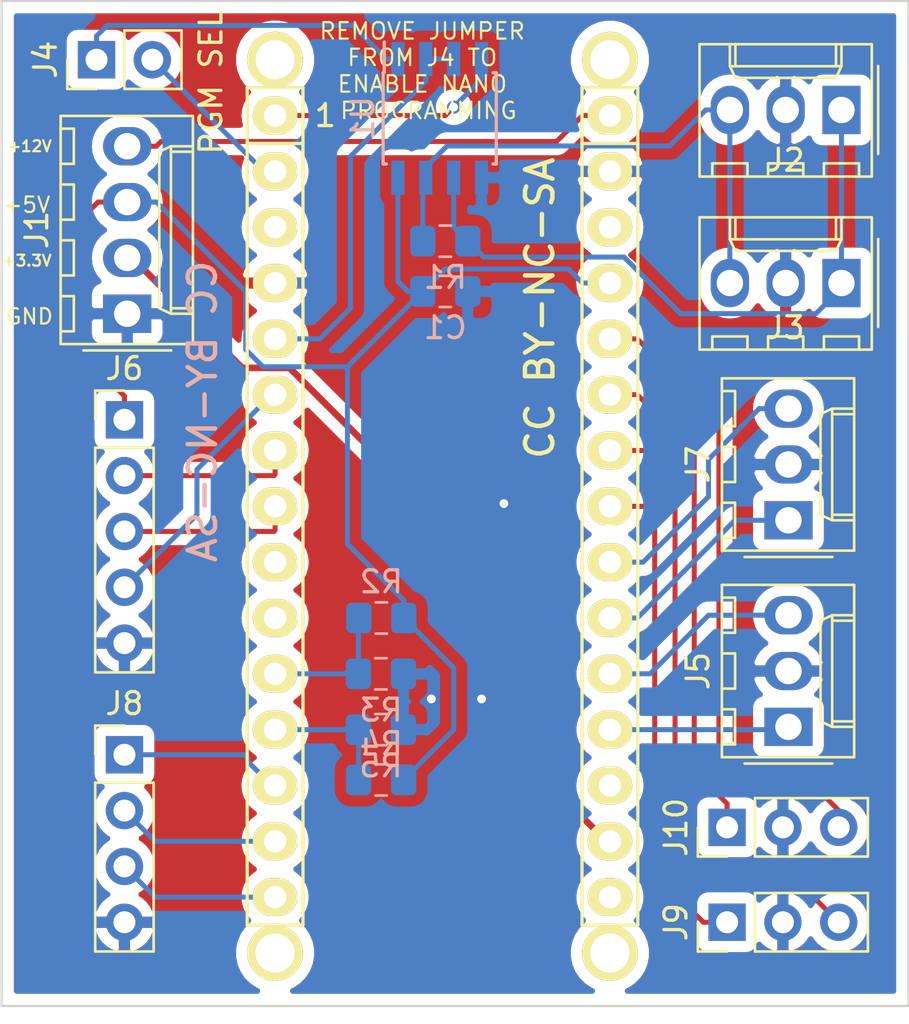
<source format=kicad_pcb>
(kicad_pcb (version 20171130) (host pcbnew "(5.1.4-0-10_14)")

  (general
    (thickness 1.6)
    (drawings 26)
    (tracks 154)
    (zones 0)
    (modules 23)
    (nets 33)
  )

  (page USLetter)
  (title_block
    (title "ABSIS NANO GENERAL I/O")
    (date 2017-12-26)
    (rev -)
    (company "F/A-18C SIMPIT")
    (comment 1 "JOHN STEENSEN")
  )

  (layers
    (0 F.Cu signal)
    (31 B.Cu signal)
    (32 B.Adhes user)
    (33 F.Adhes user)
    (34 B.Paste user)
    (35 F.Paste user)
    (36 B.SilkS user)
    (37 F.SilkS user)
    (38 B.Mask user)
    (39 F.Mask user)
    (40 Dwgs.User user)
    (41 Cmts.User user)
    (42 Eco1.User user)
    (43 Eco2.User user)
    (44 Edge.Cuts user)
    (45 Margin user)
    (46 B.CrtYd user)
    (47 F.CrtYd user)
    (48 B.Fab user)
    (49 F.Fab user)
  )

  (setup
    (last_trace_width 0.2286)
    (trace_clearance 0.1778)
    (zone_clearance 0.508)
    (zone_45_only no)
    (trace_min 0.1524)
    (via_size 0.6)
    (via_drill 0.4)
    (via_min_size 0.4)
    (via_min_drill 0.31)
    (blind_buried_vias_allowed yes)
    (uvia_size 0.3)
    (uvia_drill 0.1)
    (uvias_allowed no)
    (uvia_min_size 0.2)
    (uvia_min_drill 0.1)
    (edge_width 0.1)
    (segment_width 0.15)
    (pcb_text_width 0.3)
    (pcb_text_size 1.5 1.5)
    (mod_edge_width 0.15)
    (mod_text_size 1 1)
    (mod_text_width 0.15)
    (pad_size 1.5 1.5)
    (pad_drill 0.6)
    (pad_to_mask_clearance 0)
    (aux_axis_origin 127 111.76)
    (grid_origin 127 111.76)
    (visible_elements 7FFFFFFF)
    (pcbplotparams
      (layerselection 0x010f0_80000001)
      (usegerberextensions false)
      (usegerberattributes false)
      (usegerberadvancedattributes false)
      (creategerberjobfile false)
      (excludeedgelayer true)
      (linewidth 0.100000)
      (plotframeref false)
      (viasonmask false)
      (mode 1)
      (useauxorigin false)
      (hpglpennumber 1)
      (hpglpenspeed 20)
      (hpglpendiameter 15.000000)
      (psnegative false)
      (psa4output false)
      (plotreference true)
      (plotvalue true)
      (plotinvisibletext false)
      (padsonsilk false)
      (subtractmaskfromsilk false)
      (outputformat 1)
      (mirror false)
      (drillshape 0)
      (scaleselection 1)
      (outputdirectory "D:/CAD/GrabCAD/F_A-18C Simulator/CAD/ECAD/ABSIS/NANO IO/gerbers"))
  )

  (net 0 "")
  (net 1 "/1(Tx)")
  (net 2 "/0(Rx)")
  (net 3 GND)
  (net 4 /2)
  (net 5 +5V)
  (net 6 +3V3)
  (net 7 +12V)
  (net 8 "Net-(J2-Pad1)")
  (net 9 "Net-(J2-Pad3)")
  (net 10 /RX_ENABLE)
  (net 11 "Net-(P1-Pad3)")
  (net 12 "/3(**)")
  (net 13 /4)
  (net 14 "/5(**)")
  (net 15 /8)
  (net 16 "/9(**)")
  (net 17 "Net-(P2-Pad3)")
  (net 18 /A1)
  (net 19 /A0)
  (net 20 /AREF)
  (net 21 "Net-(P1-Pad9)")
  (net 22 "Net-(P1-Pad10)")
  (net 23 "Net-(P2-Pad15)")
  (net 24 "/10(**/SS)")
  (net 25 "/11(**/MOSI)")
  (net 26 "/12(MISO)")
  (net 27 /A3)
  (net 28 /A4)
  (net 29 /A6)
  (net 30 /A5)
  (net 31 /A2)
  (net 32 /A7)

  (net_class Default "This is the default net class."
    (clearance 0.1778)
    (trace_width 0.2286)
    (via_dia 0.6)
    (via_drill 0.4)
    (uvia_dia 0.3)
    (uvia_drill 0.1)
    (add_net "/10(**/SS)")
    (add_net "/11(**/MOSI)")
    (add_net "/12(MISO)")
    (add_net "/3(**)")
    (add_net /4)
    (add_net "/5(**)")
    (add_net /8)
    (add_net "/9(**)")
    (add_net /A0)
    (add_net /A1)
    (add_net /A2)
    (add_net /A3)
    (add_net /A4)
    (add_net /A5)
    (add_net /A6)
    (add_net /A7)
    (add_net /AREF)
    (add_net GND)
    (add_net "Net-(J2-Pad1)")
    (add_net "Net-(J2-Pad3)")
    (add_net "Net-(P1-Pad10)")
    (add_net "Net-(P1-Pad3)")
    (add_net "Net-(P1-Pad9)")
    (add_net "Net-(P2-Pad15)")
    (add_net "Net-(P2-Pad3)")
  )

  (net_class control ""
    (clearance 0.1778)
    (trace_width 0.2286)
    (via_dia 0.6)
    (via_drill 0.4)
    (uvia_dia 0.3)
    (uvia_drill 0.1)
    (add_net "/0(Rx)")
    (add_net "/1(Tx)")
    (add_net /2)
    (add_net /RX_ENABLE)
  )

  (net_class pwr12v ""
    (clearance 0.2032)
    (trace_width 0.762)
    (via_dia 0.6)
    (via_drill 0.4)
    (uvia_dia 0.3)
    (uvia_drill 0.1)
  )

  (net_class pwr3.3v ""
    (clearance 0.2032)
    (trace_width 0.3048)
    (via_dia 0.6)
    (via_drill 0.4)
    (uvia_dia 0.3)
    (uvia_drill 0.1)
    (add_net +3V3)
  )

  (net_class pwr5v ""
    (clearance 0.2032)
    (trace_width 0.2286)
    (via_dia 0.6)
    (via_drill 0.4)
    (uvia_dia 0.3)
    (uvia_drill 0.1)
    (add_net +12V)
    (add_net +5V)
  )

  (net_class signal ""
    (clearance 0.1778)
    (trace_width 0.1524)
    (via_dia 0.6)
    (via_drill 0.4)
    (uvia_dia 0.3)
    (uvia_drill 0.1)
  )

  (module Connector_PinHeader_2.54mm:PinHeader_1x04_P2.54mm_Vertical (layer F.Cu) (tedit 59FED5CC) (tstamp 5DB0FFF6)
    (at 132.588 100.33)
    (descr "Through hole straight pin header, 1x04, 2.54mm pitch, single row")
    (tags "Through hole pin header THT 1x04 2.54mm single row")
    (path /5DB10E32)
    (fp_text reference J8 (at 0 -2.33) (layer F.SilkS)
      (effects (font (size 1 1) (thickness 0.15)))
    )
    (fp_text value "ROT SW" (at 0 9.95) (layer F.Fab)
      (effects (font (size 1 1) (thickness 0.15)))
    )
    (fp_line (start -0.635 -1.27) (end 1.27 -1.27) (layer F.Fab) (width 0.1))
    (fp_line (start 1.27 -1.27) (end 1.27 8.89) (layer F.Fab) (width 0.1))
    (fp_line (start 1.27 8.89) (end -1.27 8.89) (layer F.Fab) (width 0.1))
    (fp_line (start -1.27 8.89) (end -1.27 -0.635) (layer F.Fab) (width 0.1))
    (fp_line (start -1.27 -0.635) (end -0.635 -1.27) (layer F.Fab) (width 0.1))
    (fp_line (start -1.33 8.95) (end 1.33 8.95) (layer F.SilkS) (width 0.12))
    (fp_line (start -1.33 1.27) (end -1.33 8.95) (layer F.SilkS) (width 0.12))
    (fp_line (start 1.33 1.27) (end 1.33 8.95) (layer F.SilkS) (width 0.12))
    (fp_line (start -1.33 1.27) (end 1.33 1.27) (layer F.SilkS) (width 0.12))
    (fp_line (start -1.33 0) (end -1.33 -1.33) (layer F.SilkS) (width 0.12))
    (fp_line (start -1.33 -1.33) (end 0 -1.33) (layer F.SilkS) (width 0.12))
    (fp_line (start -1.8 -1.8) (end -1.8 9.4) (layer F.CrtYd) (width 0.05))
    (fp_line (start -1.8 9.4) (end 1.8 9.4) (layer F.CrtYd) (width 0.05))
    (fp_line (start 1.8 9.4) (end 1.8 -1.8) (layer F.CrtYd) (width 0.05))
    (fp_line (start 1.8 -1.8) (end -1.8 -1.8) (layer F.CrtYd) (width 0.05))
    (fp_text user %R (at 0 3.81 270) (layer F.Fab)
      (effects (font (size 1 1) (thickness 0.15)))
    )
    (pad 1 thru_hole rect (at 0 0) (size 1.7 1.7) (drill 1) (layers *.Cu *.Mask)
      (net 24 "/10(**/SS)"))
    (pad 2 thru_hole oval (at 0 2.54) (size 1.7 1.7) (drill 1) (layers *.Cu *.Mask)
      (net 25 "/11(**/MOSI)"))
    (pad 3 thru_hole oval (at 0 5.08) (size 1.7 1.7) (drill 1) (layers *.Cu *.Mask)
      (net 26 "/12(MISO)"))
    (pad 4 thru_hole oval (at 0 7.62) (size 1.7 1.7) (drill 1) (layers *.Cu *.Mask)
      (net 3 GND))
    (model ${KISYS3DMOD}/Connector_PinHeader_2.54mm.3dshapes/PinHeader_1x04_P2.54mm_Vertical.wrl
      (at (xyz 0 0 0))
      (scale (xyz 1 1 1))
      (rotate (xyz 0 0 0))
    )
  )

  (module Pin_Headers:Pin_Header_Straight_1x02_Pitch2.54mm (layer F.Cu) (tedit 5A42BF98) (tstamp 5A3C25F8)
    (at 131.318 68.707 90)
    (descr "Through hole straight pin header, 1x02, 2.54mm pitch, single row")
    (tags "Through hole pin header THT 1x02 2.54mm single row")
    (path /5A3BF1D8)
    (fp_text reference J4 (at 0 -2.33 90) (layer F.SilkS)
      (effects (font (size 1 1) (thickness 0.15)))
    )
    (fp_text value "PGM SEL" (at -1.016 5.207 90) (layer F.SilkS)
      (effects (font (size 1 1) (thickness 0.15)))
    )
    (fp_line (start -0.635 -1.27) (end 1.27 -1.27) (layer F.Fab) (width 0.1))
    (fp_line (start 1.27 -1.27) (end 1.27 3.81) (layer F.Fab) (width 0.1))
    (fp_line (start 1.27 3.81) (end -1.27 3.81) (layer F.Fab) (width 0.1))
    (fp_line (start -1.27 3.81) (end -1.27 -0.635) (layer F.Fab) (width 0.1))
    (fp_line (start -1.27 -0.635) (end -0.635 -1.27) (layer F.Fab) (width 0.1))
    (fp_line (start -1.33 3.87) (end 1.33 3.87) (layer F.SilkS) (width 0.12))
    (fp_line (start -1.33 1.27) (end -1.33 3.87) (layer F.SilkS) (width 0.12))
    (fp_line (start 1.33 1.27) (end 1.33 3.87) (layer F.SilkS) (width 0.12))
    (fp_line (start -1.33 1.27) (end 1.33 1.27) (layer F.SilkS) (width 0.12))
    (fp_line (start -1.33 0) (end -1.33 -1.33) (layer F.SilkS) (width 0.12))
    (fp_line (start -1.33 -1.33) (end 0 -1.33) (layer F.SilkS) (width 0.12))
    (fp_line (start -1.8 -1.8) (end -1.8 4.35) (layer F.CrtYd) (width 0.05))
    (fp_line (start -1.8 4.35) (end 1.8 4.35) (layer F.CrtYd) (width 0.05))
    (fp_line (start 1.8 4.35) (end 1.8 -1.8) (layer F.CrtYd) (width 0.05))
    (fp_line (start 1.8 -1.8) (end -1.8 -1.8) (layer F.CrtYd) (width 0.05))
    (fp_text user %R (at 0 1.27 270) (layer F.Fab)
      (effects (font (size 1 1) (thickness 0.15)))
    )
    (pad 1 thru_hole rect (at 0 0 90) (size 1.7 1.7) (drill 1) (layers *.Cu *.Mask)
      (net 10 /RX_ENABLE))
    (pad 2 thru_hole oval (at 0 2.54 90) (size 1.7 1.7) (drill 1) (layers *.Cu *.Mask)
      (net 2 "/0(Rx)"))
    (model ${KISYS3DMOD}/Pin_Headers.3dshapes/Pin_Header_Straight_1x02_Pitch2.54mm.wrl
      (at (xyz 0 0 0))
      (scale (xyz 1 1 1))
      (rotate (xyz 0 0 0))
    )
  )

  (module Socket_Arduino_Nano:Socket_Strip_Arduino_1x15 locked (layer F.Cu) (tedit 5A42BC5D) (tstamp 551FC9D0)
    (at 139.446 71.247 270)
    (descr "Through hole socket strip")
    (tags "socket strip")
    (path /56D73FAC)
    (fp_text reference P1 (at 16.383 -2.54 270) (layer Dwgs.User)
      (effects (font (size 1 1) (thickness 0.15)))
    )
    (fp_text value Digital (at 20.193 -2.54 270) (layer F.Fab)
      (effects (font (size 1 1) (thickness 0.15)))
    )
    (fp_line (start 1.27 -1.27) (end -1.27 -1.27) (layer F.SilkS) (width 0.15))
    (fp_line (start -1.27 -1.27) (end -1.27 1.27) (layer F.SilkS) (width 0.15))
    (fp_line (start -1.27 1.27) (end 1.27 1.27) (layer F.SilkS) (width 0.15))
    (fp_line (start -1.75 -1.75) (end -1.75 1.75) (layer F.CrtYd) (width 0.05))
    (fp_line (start 37.35 -1.75) (end 37.35 1.75) (layer F.CrtYd) (width 0.05))
    (fp_line (start -1.75 -1.75) (end 37.35 -1.75) (layer F.CrtYd) (width 0.05))
    (fp_line (start -1.75 1.75) (end 37.35 1.75) (layer F.CrtYd) (width 0.05))
    (fp_line (start 1.27 -1.27) (end 36.83 -1.27) (layer F.SilkS) (width 0.15))
    (fp_line (start 36.83 -1.27) (end 36.83 1.27) (layer F.SilkS) (width 0.15))
    (fp_line (start 36.83 1.27) (end 1.27 1.27) (layer F.SilkS) (width 0.15))
    (fp_line (start 1.27 1.27) (end 1.27 -1.27) (layer F.SilkS) (width 0.15))
    (pad 1 thru_hole oval (at 0 0 270) (size 1.7272 2.032) (drill 1.016) (layers *.Cu *.Mask F.SilkS)
      (net 1 "/1(Tx)"))
    (pad 2 thru_hole oval (at 2.54 0 270) (size 1.7272 2.032) (drill 1.016) (layers *.Cu *.Mask F.SilkS)
      (net 2 "/0(Rx)"))
    (pad 3 thru_hole oval (at 5.08 0 270) (size 1.7272 2.032) (drill 1.016) (layers *.Cu *.Mask F.SilkS)
      (net 11 "Net-(P1-Pad3)"))
    (pad 4 thru_hole oval (at 7.62 0 270) (size 1.7272 2.032) (drill 1.016) (layers *.Cu *.Mask F.SilkS)
      (net 3 GND))
    (pad 5 thru_hole oval (at 10.16 0 270) (size 1.7272 2.032) (drill 1.016) (layers *.Cu *.Mask F.SilkS)
      (net 4 /2))
    (pad 6 thru_hole oval (at 12.7 0 270) (size 1.7272 2.032) (drill 1.016) (layers *.Cu *.Mask F.SilkS)
      (net 12 "/3(**)"))
    (pad 7 thru_hole oval (at 15.24 0 270) (size 1.7272 2.032) (drill 1.016) (layers *.Cu *.Mask F.SilkS)
      (net 13 /4))
    (pad 8 thru_hole oval (at 17.78 0 270) (size 1.7272 2.032) (drill 1.016) (layers *.Cu *.Mask F.SilkS)
      (net 14 "/5(**)"))
    (pad 9 thru_hole oval (at 20.32 0 270) (size 1.7272 2.032) (drill 1.016) (layers *.Cu *.Mask F.SilkS)
      (net 21 "Net-(P1-Pad9)"))
    (pad 10 thru_hole oval (at 22.86 0 270) (size 1.7272 2.032) (drill 1.016) (layers *.Cu *.Mask F.SilkS)
      (net 22 "Net-(P1-Pad10)"))
    (pad 11 thru_hole oval (at 25.4 0 270) (size 1.7272 2.032) (drill 1.016) (layers *.Cu *.Mask F.SilkS)
      (net 15 /8))
    (pad 12 thru_hole oval (at 27.94 0 270) (size 1.7272 2.032) (drill 1.016) (layers *.Cu *.Mask F.SilkS)
      (net 16 "/9(**)"))
    (pad 13 thru_hole oval (at 30.48 0 270) (size 1.7272 2.032) (drill 1.016) (layers *.Cu *.Mask F.SilkS)
      (net 24 "/10(**/SS)"))
    (pad 14 thru_hole oval (at 33.02 0 270) (size 1.7272 2.032) (drill 1.016) (layers *.Cu *.Mask F.SilkS)
      (net 25 "/11(**/MOSI)"))
    (pad 15 thru_hole oval (at 35.56 0 270) (size 1.7272 2.032) (drill 1.016) (layers *.Cu *.Mask F.SilkS)
      (net 26 "/12(MISO)"))
    (model ${KIPRJMOD}/Socket_Arduino_Nano.3dshapes/Socket_header_Arduino_1x15.wrl
      (offset (xyz 17.77999973297119 0 0))
      (scale (xyz 1 1 1))
      (rotate (xyz 0 0 180))
    )
  )

  (module Socket_Arduino_Nano:Socket_Strip_Arduino_1x15 locked (layer F.Cu) (tedit 5A42BB2C) (tstamp 551FC9EE)
    (at 154.686 71.247 270)
    (descr "Through hole socket strip")
    (tags "socket strip")
    (path /56D740C7)
    (fp_text reference P2 (at 16.383 2.54 270) (layer Dwgs.User)
      (effects (font (size 1 1) (thickness 0.15)))
    )
    (fp_text value Analog (at 20.193 2.54 270) (layer F.Fab)
      (effects (font (size 1 1) (thickness 0.15)))
    )
    (fp_line (start 1.27 -1.27) (end -1.27 -1.27) (layer F.SilkS) (width 0.15))
    (fp_line (start -1.27 -1.27) (end -1.27 1.27) (layer F.SilkS) (width 0.15))
    (fp_line (start -1.27 1.27) (end 1.27 1.27) (layer F.SilkS) (width 0.15))
    (fp_line (start -1.75 -1.75) (end -1.75 1.75) (layer F.CrtYd) (width 0.05))
    (fp_line (start 37.35 -1.75) (end 37.35 1.75) (layer F.CrtYd) (width 0.05))
    (fp_line (start -1.75 -1.75) (end 37.35 -1.75) (layer F.CrtYd) (width 0.05))
    (fp_line (start -1.75 1.75) (end 37.35 1.75) (layer F.CrtYd) (width 0.05))
    (fp_line (start 1.27 -1.27) (end 36.83 -1.27) (layer F.SilkS) (width 0.15))
    (fp_line (start 36.83 -1.27) (end 36.83 1.27) (layer F.SilkS) (width 0.15))
    (fp_line (start 36.83 1.27) (end 1.27 1.27) (layer F.SilkS) (width 0.15))
    (fp_line (start 1.27 1.27) (end 1.27 -1.27) (layer F.SilkS) (width 0.15))
    (pad 1 thru_hole oval (at 0 0 270) (size 1.7272 2.032) (drill 1.016) (layers *.Cu *.Mask F.SilkS)
      (net 7 +12V))
    (pad 2 thru_hole oval (at 2.54 0 270) (size 1.7272 2.032) (drill 1.016) (layers *.Cu *.Mask F.SilkS)
      (net 3 GND))
    (pad 3 thru_hole oval (at 5.08 0 270) (size 1.7272 2.032) (drill 1.016) (layers *.Cu *.Mask F.SilkS)
      (net 17 "Net-(P2-Pad3)"))
    (pad 4 thru_hole oval (at 7.62 0 270) (size 1.7272 2.032) (drill 1.016) (layers *.Cu *.Mask F.SilkS)
      (net 5 +5V))
    (pad 5 thru_hole oval (at 10.16 0 270) (size 1.7272 2.032) (drill 1.016) (layers *.Cu *.Mask F.SilkS)
      (net 32 /A7))
    (pad 6 thru_hole oval (at 12.7 0 270) (size 1.7272 2.032) (drill 1.016) (layers *.Cu *.Mask F.SilkS)
      (net 29 /A6))
    (pad 7 thru_hole oval (at 15.24 0 270) (size 1.7272 2.032) (drill 1.016) (layers *.Cu *.Mask F.SilkS)
      (net 30 /A5))
    (pad 8 thru_hole oval (at 17.78 0 270) (size 1.7272 2.032) (drill 1.016) (layers *.Cu *.Mask F.SilkS)
      (net 28 /A4))
    (pad 9 thru_hole oval (at 20.32 0 270) (size 1.7272 2.032) (drill 1.016) (layers *.Cu *.Mask F.SilkS)
      (net 27 /A3))
    (pad 10 thru_hole oval (at 22.86 0 270) (size 1.7272 2.032) (drill 1.016) (layers *.Cu *.Mask F.SilkS)
      (net 31 /A2))
    (pad 11 thru_hole oval (at 25.4 0 270) (size 1.7272 2.032) (drill 1.016) (layers *.Cu *.Mask F.SilkS)
      (net 18 /A1))
    (pad 12 thru_hole oval (at 27.94 0 270) (size 1.7272 2.032) (drill 1.016) (layers *.Cu *.Mask F.SilkS)
      (net 19 /A0))
    (pad 13 thru_hole oval (at 30.48 0 270) (size 1.7272 2.032) (drill 1.016) (layers *.Cu *.Mask F.SilkS)
      (net 20 /AREF))
    (pad 14 thru_hole oval (at 33.02 0 270) (size 1.7272 2.032) (drill 1.016) (layers *.Cu *.Mask F.SilkS)
      (net 6 +3V3))
    (pad 15 thru_hole oval (at 35.56 0 270) (size 1.7272 2.032) (drill 1.016) (layers *.Cu *.Mask F.SilkS)
      (net 23 "Net-(P2-Pad15)"))
    (model ${KIPRJMOD}/Socket_Arduino_Nano.3dshapes/Socket_header_Arduino_1x15.wrl
      (offset (xyz 17.77999973297119 0 0))
      (scale (xyz 1 1 1))
      (rotate (xyz 0 0 180))
    )
  )

  (module Socket_Arduino_Nano:1pin_Nano locked (layer F.Cu) (tedit 5521156E) (tstamp 55211553)
    (at 139.446 68.707)
    (descr "module 1 pin (ou trou mecanique de percage)")
    (tags DEV)
    (path /56D73ADD)
    (fp_text reference P3 (at 0 -2.032) (layer F.SilkS) hide
      (effects (font (size 1 1) (thickness 0.15)))
    )
    (fp_text value mounting (at 0 2.032) (layer F.Fab) hide
      (effects (font (size 1 1) (thickness 0.15)))
    )
    (pad 1 thru_hole circle (at 0 0) (size 2.54 2.54) (drill 1.778) (layers *.Cu *.Mask F.SilkS))
  )

  (module Socket_Arduino_Nano:1pin_Nano locked (layer F.Cu) (tedit 55211594) (tstamp 55211558)
    (at 139.446 109.347)
    (descr "module 1 pin (ou trou mecanique de percage)")
    (tags DEV)
    (path /56D73D86)
    (fp_text reference P4 (at 0 -2.032) (layer F.SilkS) hide
      (effects (font (size 1 1) (thickness 0.15)))
    )
    (fp_text value mounting (at 0 2.032) (layer F.Fab) hide
      (effects (font (size 1 1) (thickness 0.15)))
    )
    (pad 1 thru_hole circle (at 0 0) (size 2.54 2.54) (drill 1.778) (layers *.Cu *.Mask F.SilkS))
  )

  (module Socket_Arduino_Nano:1pin_Nano locked (layer F.Cu) (tedit 552115A5) (tstamp 5521155D)
    (at 154.686 109.347)
    (descr "module 1 pin (ou trou mecanique de percage)")
    (tags DEV)
    (path /56D73DAE)
    (fp_text reference P5 (at 0 -2.032) (layer F.SilkS) hide
      (effects (font (size 1 1) (thickness 0.15)))
    )
    (fp_text value mounting (at 0 2.032) (layer F.Fab) hide
      (effects (font (size 1 1) (thickness 0.15)))
    )
    (pad 1 thru_hole circle (at 0 0) (size 2.54 2.54) (drill 1.778) (layers *.Cu *.Mask F.SilkS))
  )

  (module Socket_Arduino_Nano:1pin_Nano locked (layer F.Cu) (tedit 552115BD) (tstamp 55211562)
    (at 154.686 68.707)
    (descr "module 1 pin (ou trou mecanique de percage)")
    (tags DEV)
    (path /56D73DD9)
    (fp_text reference P6 (at 0 -2.032) (layer F.SilkS) hide
      (effects (font (size 1 1) (thickness 0.15)))
    )
    (fp_text value mounting (at 0 2.032) (layer F.Fab) hide
      (effects (font (size 1 1) (thickness 0.15)))
    )
    (pad 1 thru_hole circle (at 0 0) (size 2.54 2.54) (drill 1.778) (layers *.Cu *.Mask F.SilkS))
  )

  (module Housings_SOIC:SOIC-8_3.9x4.9mm_Pitch1.27mm (layer B.Cu) (tedit 58CD0CDA) (tstamp 5A3C2645)
    (at 146.939 71.374 270)
    (descr "8-Lead Plastic Small Outline (SN) - Narrow, 3.90 mm Body [SOIC] (see Microchip Packaging Specification 00000049BS.pdf)")
    (tags "SOIC 1.27")
    (path /5A3BEAE8)
    (attr smd)
    (fp_text reference U1 (at 0 3.5 270) (layer B.SilkS)
      (effects (font (size 1 1) (thickness 0.15)) (justify mirror))
    )
    (fp_text value MAX487EESA (at 0 -3.5 270) (layer B.Fab)
      (effects (font (size 1 1) (thickness 0.15)) (justify mirror))
    )
    (fp_text user %R (at 0 0 270) (layer B.Fab)
      (effects (font (size 1 1) (thickness 0.15)) (justify mirror))
    )
    (fp_line (start -0.95 2.45) (end 1.95 2.45) (layer B.Fab) (width 0.1))
    (fp_line (start 1.95 2.45) (end 1.95 -2.45) (layer B.Fab) (width 0.1))
    (fp_line (start 1.95 -2.45) (end -1.95 -2.45) (layer B.Fab) (width 0.1))
    (fp_line (start -1.95 -2.45) (end -1.95 1.45) (layer B.Fab) (width 0.1))
    (fp_line (start -1.95 1.45) (end -0.95 2.45) (layer B.Fab) (width 0.1))
    (fp_line (start -3.73 2.7) (end -3.73 -2.7) (layer B.CrtYd) (width 0.05))
    (fp_line (start 3.73 2.7) (end 3.73 -2.7) (layer B.CrtYd) (width 0.05))
    (fp_line (start -3.73 2.7) (end 3.73 2.7) (layer B.CrtYd) (width 0.05))
    (fp_line (start -3.73 -2.7) (end 3.73 -2.7) (layer B.CrtYd) (width 0.05))
    (fp_line (start -2.075 2.575) (end -2.075 2.525) (layer B.SilkS) (width 0.15))
    (fp_line (start 2.075 2.575) (end 2.075 2.43) (layer B.SilkS) (width 0.15))
    (fp_line (start 2.075 -2.575) (end 2.075 -2.43) (layer B.SilkS) (width 0.15))
    (fp_line (start -2.075 -2.575) (end -2.075 -2.43) (layer B.SilkS) (width 0.15))
    (fp_line (start -2.075 2.575) (end 2.075 2.575) (layer B.SilkS) (width 0.15))
    (fp_line (start -2.075 -2.575) (end 2.075 -2.575) (layer B.SilkS) (width 0.15))
    (fp_line (start -2.075 2.525) (end -3.475 2.525) (layer B.SilkS) (width 0.15))
    (pad 1 smd rect (at -2.7 1.905 270) (size 1.55 0.6) (layers B.Cu B.Paste B.Mask)
      (net 10 /RX_ENABLE))
    (pad 2 smd rect (at -2.7 0.635 270) (size 1.55 0.6) (layers B.Cu B.Paste B.Mask)
      (net 4 /2))
    (pad 3 smd rect (at -2.7 -0.635 270) (size 1.55 0.6) (layers B.Cu B.Paste B.Mask)
      (net 4 /2))
    (pad 4 smd rect (at -2.7 -1.905 270) (size 1.55 0.6) (layers B.Cu B.Paste B.Mask)
      (net 1 "/1(Tx)"))
    (pad 5 smd rect (at 2.7 -1.905 270) (size 1.55 0.6) (layers B.Cu B.Paste B.Mask)
      (net 3 GND))
    (pad 6 smd rect (at 2.7 -0.635 270) (size 1.55 0.6) (layers B.Cu B.Paste B.Mask)
      (net 8 "Net-(J2-Pad1)"))
    (pad 7 smd rect (at 2.7 0.635 270) (size 1.55 0.6) (layers B.Cu B.Paste B.Mask)
      (net 9 "Net-(J2-Pad3)"))
    (pad 8 smd rect (at 2.7 1.905 270) (size 1.55 0.6) (layers B.Cu B.Paste B.Mask)
      (net 5 +5V))
    (model ${KISYS3DMOD}/Housings_SOIC.3dshapes/SOIC-8_3.9x4.9mm_Pitch1.27mm.wrl
      (at (xyz 0 0 0))
      (scale (xyz 1 1 1))
      (rotate (xyz 0 0 0))
    )
  )

  (module Connector_PinHeader_2.54mm:PinHeader_1x05_P2.54mm_Vertical (layer F.Cu) (tedit 59FED5CC) (tstamp 5BDEC227)
    (at 132.588 85.09)
    (descr "Through hole straight pin header, 1x05, 2.54mm pitch, single row")
    (tags "Through hole pin header THT 1x05 2.54mm single row")
    (path /5BCCD766)
    (fp_text reference J6 (at 0 -2.33) (layer F.SilkS)
      (effects (font (size 1 1) (thickness 0.15)))
    )
    (fp_text value ExpansionPort (at 0 12.49) (layer F.Fab)
      (effects (font (size 1 1) (thickness 0.15)))
    )
    (fp_line (start -0.635 -1.27) (end 1.27 -1.27) (layer F.Fab) (width 0.1))
    (fp_line (start 1.27 -1.27) (end 1.27 11.43) (layer F.Fab) (width 0.1))
    (fp_line (start 1.27 11.43) (end -1.27 11.43) (layer F.Fab) (width 0.1))
    (fp_line (start -1.27 11.43) (end -1.27 -0.635) (layer F.Fab) (width 0.1))
    (fp_line (start -1.27 -0.635) (end -0.635 -1.27) (layer F.Fab) (width 0.1))
    (fp_line (start -1.33 11.49) (end 1.33 11.49) (layer F.SilkS) (width 0.12))
    (fp_line (start -1.33 1.27) (end -1.33 11.49) (layer F.SilkS) (width 0.12))
    (fp_line (start 1.33 1.27) (end 1.33 11.49) (layer F.SilkS) (width 0.12))
    (fp_line (start -1.33 1.27) (end 1.33 1.27) (layer F.SilkS) (width 0.12))
    (fp_line (start -1.33 0) (end -1.33 -1.33) (layer F.SilkS) (width 0.12))
    (fp_line (start -1.33 -1.33) (end 0 -1.33) (layer F.SilkS) (width 0.12))
    (fp_line (start -1.8 -1.8) (end -1.8 11.95) (layer F.CrtYd) (width 0.05))
    (fp_line (start -1.8 11.95) (end 1.8 11.95) (layer F.CrtYd) (width 0.05))
    (fp_line (start 1.8 11.95) (end 1.8 -1.8) (layer F.CrtYd) (width 0.05))
    (fp_line (start 1.8 -1.8) (end -1.8 -1.8) (layer F.CrtYd) (width 0.05))
    (fp_text user %R (at 0 5.08 90) (layer F.Fab)
      (effects (font (size 1 1) (thickness 0.15)))
    )
    (pad 1 thru_hole rect (at 0 0) (size 1.7 1.7) (drill 1) (layers *.Cu *.Mask)
      (net 5 +5V))
    (pad 2 thru_hole oval (at 0 2.54) (size 1.7 1.7) (drill 1) (layers *.Cu *.Mask)
      (net 13 /4))
    (pad 3 thru_hole oval (at 0 5.08) (size 1.7 1.7) (drill 1) (layers *.Cu *.Mask)
      (net 14 "/5(**)"))
    (pad 4 thru_hole oval (at 0 7.62) (size 1.7 1.7) (drill 1) (layers *.Cu *.Mask)
      (net 12 "/3(**)"))
    (pad 5 thru_hole oval (at 0 10.16) (size 1.7 1.7) (drill 1) (layers *.Cu *.Mask)
      (net 3 GND))
    (model ${KISYS3DMOD}/Connector_PinHeader_2.54mm.3dshapes/PinHeader_1x05_P2.54mm_Vertical.wrl
      (at (xyz 0 0 0))
      (scale (xyz 1 1 1))
      (rotate (xyz 0 0 0))
    )
  )

  (module Resistor_SMD:R_0805_2012Metric_Pad1.15x1.40mm_HandSolder (layer B.Cu) (tedit 5B36C52B) (tstamp 5BDEC2A7)
    (at 144.281 94.107 180)
    (descr "Resistor SMD 0805 (2012 Metric), square (rectangular) end terminal, IPC_7351 nominal with elongated pad for handsoldering. (Body size source: https://docs.google.com/spreadsheets/d/1BsfQQcO9C6DZCsRaXUlFlo91Tg2WpOkGARC1WS5S8t0/edit?usp=sharing), generated with kicad-footprint-generator")
    (tags "resistor handsolder")
    (path /5A5156D1)
    (attr smd)
    (fp_text reference R2 (at 0 1.65 180) (layer B.SilkS)
      (effects (font (size 1 1) (thickness 0.15)) (justify mirror))
    )
    (fp_text value 10k (at 0 -1.65 180) (layer B.Fab)
      (effects (font (size 1 1) (thickness 0.15)) (justify mirror))
    )
    (fp_text user %R (at 0 0 180) (layer B.Fab)
      (effects (font (size 0.5 0.5) (thickness 0.08)) (justify mirror))
    )
    (fp_line (start 1.85 -0.95) (end -1.85 -0.95) (layer B.CrtYd) (width 0.05))
    (fp_line (start 1.85 0.95) (end 1.85 -0.95) (layer B.CrtYd) (width 0.05))
    (fp_line (start -1.85 0.95) (end 1.85 0.95) (layer B.CrtYd) (width 0.05))
    (fp_line (start -1.85 -0.95) (end -1.85 0.95) (layer B.CrtYd) (width 0.05))
    (fp_line (start -0.261252 -0.71) (end 0.261252 -0.71) (layer B.SilkS) (width 0.12))
    (fp_line (start -0.261252 0.71) (end 0.261252 0.71) (layer B.SilkS) (width 0.12))
    (fp_line (start 1 -0.6) (end -1 -0.6) (layer B.Fab) (width 0.1))
    (fp_line (start 1 0.6) (end 1 -0.6) (layer B.Fab) (width 0.1))
    (fp_line (start -1 0.6) (end 1 0.6) (layer B.Fab) (width 0.1))
    (fp_line (start -1 -0.6) (end -1 0.6) (layer B.Fab) (width 0.1))
    (pad 2 smd roundrect (at 1.025 0 180) (size 1.15 1.4) (layers B.Cu B.Paste B.Mask) (roundrect_rratio 0.217391)
      (net 15 /8))
    (pad 1 smd roundrect (at -1.025 0 180) (size 1.15 1.4) (layers B.Cu B.Paste B.Mask) (roundrect_rratio 0.217391)
      (net 5 +5V))
    (model ${KISYS3DMOD}/Resistor_SMD.3dshapes/R_0805_2012Metric.wrl
      (at (xyz 0 0 0))
      (scale (xyz 1 1 1))
      (rotate (xyz 0 0 0))
    )
  )

  (module Resistor_SMD:R_0805_2012Metric_Pad1.15x1.40mm_HandSolder (layer B.Cu) (tedit 5B36C52B) (tstamp 5BDEC2B8)
    (at 144.263 96.647)
    (descr "Resistor SMD 0805 (2012 Metric), square (rectangular) end terminal, IPC_7351 nominal with elongated pad for handsoldering. (Body size source: https://docs.google.com/spreadsheets/d/1BsfQQcO9C6DZCsRaXUlFlo91Tg2WpOkGARC1WS5S8t0/edit?usp=sharing), generated with kicad-footprint-generator")
    (tags "resistor handsolder")
    (path /5A515845)
    (attr smd)
    (fp_text reference R3 (at 0 1.65) (layer B.SilkS)
      (effects (font (size 1 1) (thickness 0.15)) (justify mirror))
    )
    (fp_text value 10k (at 0 -1.65) (layer B.Fab)
      (effects (font (size 1 1) (thickness 0.15)) (justify mirror))
    )
    (fp_line (start -1 -0.6) (end -1 0.6) (layer B.Fab) (width 0.1))
    (fp_line (start -1 0.6) (end 1 0.6) (layer B.Fab) (width 0.1))
    (fp_line (start 1 0.6) (end 1 -0.6) (layer B.Fab) (width 0.1))
    (fp_line (start 1 -0.6) (end -1 -0.6) (layer B.Fab) (width 0.1))
    (fp_line (start -0.261252 0.71) (end 0.261252 0.71) (layer B.SilkS) (width 0.12))
    (fp_line (start -0.261252 -0.71) (end 0.261252 -0.71) (layer B.SilkS) (width 0.12))
    (fp_line (start -1.85 -0.95) (end -1.85 0.95) (layer B.CrtYd) (width 0.05))
    (fp_line (start -1.85 0.95) (end 1.85 0.95) (layer B.CrtYd) (width 0.05))
    (fp_line (start 1.85 0.95) (end 1.85 -0.95) (layer B.CrtYd) (width 0.05))
    (fp_line (start 1.85 -0.95) (end -1.85 -0.95) (layer B.CrtYd) (width 0.05))
    (fp_text user %R (at 0 0) (layer B.Fab)
      (effects (font (size 0.5 0.5) (thickness 0.08)) (justify mirror))
    )
    (pad 1 smd roundrect (at -1.025 0) (size 1.15 1.4) (layers B.Cu B.Paste B.Mask) (roundrect_rratio 0.217391)
      (net 15 /8))
    (pad 2 smd roundrect (at 1.025 0) (size 1.15 1.4) (layers B.Cu B.Paste B.Mask) (roundrect_rratio 0.217391)
      (net 3 GND))
    (model ${KISYS3DMOD}/Resistor_SMD.3dshapes/R_0805_2012Metric.wrl
      (at (xyz 0 0 0))
      (scale (xyz 1 1 1))
      (rotate (xyz 0 0 0))
    )
  )

  (module Resistor_SMD:R_0805_2012Metric_Pad1.15x1.40mm_HandSolder (layer B.Cu) (tedit 5B36C52B) (tstamp 5BDEC2C9)
    (at 144.272 101.473 180)
    (descr "Resistor SMD 0805 (2012 Metric), square (rectangular) end terminal, IPC_7351 nominal with elongated pad for handsoldering. (Body size source: https://docs.google.com/spreadsheets/d/1BsfQQcO9C6DZCsRaXUlFlo91Tg2WpOkGARC1WS5S8t0/edit?usp=sharing), generated with kicad-footprint-generator")
    (tags "resistor handsolder")
    (path /5A515F45)
    (attr smd)
    (fp_text reference R4 (at 0 1.65 180) (layer B.SilkS)
      (effects (font (size 1 1) (thickness 0.15)) (justify mirror))
    )
    (fp_text value 10k (at 0 -1.65 180) (layer B.Fab)
      (effects (font (size 1 1) (thickness 0.15)) (justify mirror))
    )
    (fp_text user %R (at 0 0 180) (layer B.Fab)
      (effects (font (size 0.5 0.5) (thickness 0.08)) (justify mirror))
    )
    (fp_line (start 1.85 -0.95) (end -1.85 -0.95) (layer B.CrtYd) (width 0.05))
    (fp_line (start 1.85 0.95) (end 1.85 -0.95) (layer B.CrtYd) (width 0.05))
    (fp_line (start -1.85 0.95) (end 1.85 0.95) (layer B.CrtYd) (width 0.05))
    (fp_line (start -1.85 -0.95) (end -1.85 0.95) (layer B.CrtYd) (width 0.05))
    (fp_line (start -0.261252 -0.71) (end 0.261252 -0.71) (layer B.SilkS) (width 0.12))
    (fp_line (start -0.261252 0.71) (end 0.261252 0.71) (layer B.SilkS) (width 0.12))
    (fp_line (start 1 -0.6) (end -1 -0.6) (layer B.Fab) (width 0.1))
    (fp_line (start 1 0.6) (end 1 -0.6) (layer B.Fab) (width 0.1))
    (fp_line (start -1 0.6) (end 1 0.6) (layer B.Fab) (width 0.1))
    (fp_line (start -1 -0.6) (end -1 0.6) (layer B.Fab) (width 0.1))
    (pad 2 smd roundrect (at 1.025 0 180) (size 1.15 1.4) (layers B.Cu B.Paste B.Mask) (roundrect_rratio 0.217391)
      (net 16 "/9(**)"))
    (pad 1 smd roundrect (at -1.025 0 180) (size 1.15 1.4) (layers B.Cu B.Paste B.Mask) (roundrect_rratio 0.217391)
      (net 5 +5V))
    (model ${KISYS3DMOD}/Resistor_SMD.3dshapes/R_0805_2012Metric.wrl
      (at (xyz 0 0 0))
      (scale (xyz 1 1 1))
      (rotate (xyz 0 0 0))
    )
  )

  (module Resistor_SMD:R_0805_2012Metric_Pad1.15x1.40mm_HandSolder (layer B.Cu) (tedit 5B36C52B) (tstamp 5BDEC2DA)
    (at 144.263 99.187)
    (descr "Resistor SMD 0805 (2012 Metric), square (rectangular) end terminal, IPC_7351 nominal with elongated pad for handsoldering. (Body size source: https://docs.google.com/spreadsheets/d/1BsfQQcO9C6DZCsRaXUlFlo91Tg2WpOkGARC1WS5S8t0/edit?usp=sharing), generated with kicad-footprint-generator")
    (tags "resistor handsolder")
    (path /5A515F4B)
    (attr smd)
    (fp_text reference R5 (at 0 1.65) (layer B.SilkS)
      (effects (font (size 1 1) (thickness 0.15)) (justify mirror))
    )
    (fp_text value 10k (at 0 -1.65) (layer B.Fab)
      (effects (font (size 1 1) (thickness 0.15)) (justify mirror))
    )
    (fp_line (start -1 -0.6) (end -1 0.6) (layer B.Fab) (width 0.1))
    (fp_line (start -1 0.6) (end 1 0.6) (layer B.Fab) (width 0.1))
    (fp_line (start 1 0.6) (end 1 -0.6) (layer B.Fab) (width 0.1))
    (fp_line (start 1 -0.6) (end -1 -0.6) (layer B.Fab) (width 0.1))
    (fp_line (start -0.261252 0.71) (end 0.261252 0.71) (layer B.SilkS) (width 0.12))
    (fp_line (start -0.261252 -0.71) (end 0.261252 -0.71) (layer B.SilkS) (width 0.12))
    (fp_line (start -1.85 -0.95) (end -1.85 0.95) (layer B.CrtYd) (width 0.05))
    (fp_line (start -1.85 0.95) (end 1.85 0.95) (layer B.CrtYd) (width 0.05))
    (fp_line (start 1.85 0.95) (end 1.85 -0.95) (layer B.CrtYd) (width 0.05))
    (fp_line (start 1.85 -0.95) (end -1.85 -0.95) (layer B.CrtYd) (width 0.05))
    (fp_text user %R (at 0 0) (layer B.Fab)
      (effects (font (size 0.5 0.5) (thickness 0.08)) (justify mirror))
    )
    (pad 1 smd roundrect (at -1.025 0) (size 1.15 1.4) (layers B.Cu B.Paste B.Mask) (roundrect_rratio 0.217391)
      (net 16 "/9(**)"))
    (pad 2 smd roundrect (at 1.025 0) (size 1.15 1.4) (layers B.Cu B.Paste B.Mask) (roundrect_rratio 0.217391)
      (net 3 GND))
    (model ${KISYS3DMOD}/Resistor_SMD.3dshapes/R_0805_2012Metric.wrl
      (at (xyz 0 0 0))
      (scale (xyz 1 1 1))
      (rotate (xyz 0 0 0))
    )
  )

  (module Capacitor_SMD:C_0805_2012Metric_Pad1.15x1.40mm_HandSolder (layer B.Cu) (tedit 5B36C52B) (tstamp 5BDED3C8)
    (at 147.193 79.248)
    (descr "Capacitor SMD 0805 (2012 Metric), square (rectangular) end terminal, IPC_7351 nominal with elongated pad for handsoldering. (Body size source: https://docs.google.com/spreadsheets/d/1BsfQQcO9C6DZCsRaXUlFlo91Tg2WpOkGARC1WS5S8t0/edit?usp=sharing), generated with kicad-footprint-generator")
    (tags "capacitor handsolder")
    (path /5A3C0CA8)
    (attr smd)
    (fp_text reference C1 (at 0 1.65) (layer B.SilkS)
      (effects (font (size 1 1) (thickness 0.15)) (justify mirror))
    )
    (fp_text value 0.1uF (at 0 -1.65) (layer B.Fab)
      (effects (font (size 1 1) (thickness 0.15)) (justify mirror))
    )
    (fp_line (start -1 -0.6) (end -1 0.6) (layer B.Fab) (width 0.1))
    (fp_line (start -1 0.6) (end 1 0.6) (layer B.Fab) (width 0.1))
    (fp_line (start 1 0.6) (end 1 -0.6) (layer B.Fab) (width 0.1))
    (fp_line (start 1 -0.6) (end -1 -0.6) (layer B.Fab) (width 0.1))
    (fp_line (start -0.261252 0.71) (end 0.261252 0.71) (layer B.SilkS) (width 0.12))
    (fp_line (start -0.261252 -0.71) (end 0.261252 -0.71) (layer B.SilkS) (width 0.12))
    (fp_line (start -1.85 -0.95) (end -1.85 0.95) (layer B.CrtYd) (width 0.05))
    (fp_line (start -1.85 0.95) (end 1.85 0.95) (layer B.CrtYd) (width 0.05))
    (fp_line (start 1.85 0.95) (end 1.85 -0.95) (layer B.CrtYd) (width 0.05))
    (fp_line (start 1.85 -0.95) (end -1.85 -0.95) (layer B.CrtYd) (width 0.05))
    (fp_text user %R (at 0 0) (layer B.Fab)
      (effects (font (size 0.5 0.5) (thickness 0.08)) (justify mirror))
    )
    (pad 1 smd roundrect (at -1.025 0) (size 1.15 1.4) (layers B.Cu B.Paste B.Mask) (roundrect_rratio 0.217391)
      (net 5 +5V))
    (pad 2 smd roundrect (at 1.025 0) (size 1.15 1.4) (layers B.Cu B.Paste B.Mask) (roundrect_rratio 0.217391)
      (net 3 GND))
    (model ${KISYS3DMOD}/Capacitor_SMD.3dshapes/C_0805_2012Metric.wrl
      (at (xyz 0 0 0))
      (scale (xyz 1 1 1))
      (rotate (xyz 0 0 0))
    )
  )

  (module Connector_Molex:Molex_KK-254_AE-6410-04A_1x04_P2.54mm_Vertical (layer F.Cu) (tedit 5A15A247) (tstamp 5BDEC7D9)
    (at 132.715 80.264 90)
    (descr "Molex KK-254 Interconnect System, old/engineering part number: AE-6410-04A example for new part number: 22-27-2041, 4 Pins (http://www.molex.com/pdm_docs/sd/022272021_sd.pdf), generated with kicad-footprint-generator")
    (tags "connector Molex KK-254 side entry")
    (path /5A3BE8B0)
    (fp_text reference J1 (at 3.81 -4.12 90) (layer F.SilkS)
      (effects (font (size 1 1) (thickness 0.15)))
    )
    (fp_text value PWR (at 3.81 4.08 90) (layer F.Fab)
      (effects (font (size 1 1) (thickness 0.15)))
    )
    (fp_line (start -1.27 -2.92) (end -1.27 2.88) (layer F.Fab) (width 0.1))
    (fp_line (start -1.27 2.88) (end 8.89 2.88) (layer F.Fab) (width 0.1))
    (fp_line (start 8.89 2.88) (end 8.89 -2.92) (layer F.Fab) (width 0.1))
    (fp_line (start 8.89 -2.92) (end -1.27 -2.92) (layer F.Fab) (width 0.1))
    (fp_line (start -1.38 -3.03) (end -1.38 2.99) (layer F.SilkS) (width 0.12))
    (fp_line (start -1.38 2.99) (end 9 2.99) (layer F.SilkS) (width 0.12))
    (fp_line (start 9 2.99) (end 9 -3.03) (layer F.SilkS) (width 0.12))
    (fp_line (start 9 -3.03) (end -1.38 -3.03) (layer F.SilkS) (width 0.12))
    (fp_line (start -1.67 -2) (end -1.67 2) (layer F.SilkS) (width 0.12))
    (fp_line (start -1.27 -0.5) (end -0.562893 0) (layer F.Fab) (width 0.1))
    (fp_line (start -0.562893 0) (end -1.27 0.5) (layer F.Fab) (width 0.1))
    (fp_line (start 0 2.99) (end 0 1.99) (layer F.SilkS) (width 0.12))
    (fp_line (start 0 1.99) (end 7.62 1.99) (layer F.SilkS) (width 0.12))
    (fp_line (start 7.62 1.99) (end 7.62 2.99) (layer F.SilkS) (width 0.12))
    (fp_line (start 0 1.99) (end 0.25 1.46) (layer F.SilkS) (width 0.12))
    (fp_line (start 0.25 1.46) (end 7.37 1.46) (layer F.SilkS) (width 0.12))
    (fp_line (start 7.37 1.46) (end 7.62 1.99) (layer F.SilkS) (width 0.12))
    (fp_line (start 0.25 2.99) (end 0.25 1.99) (layer F.SilkS) (width 0.12))
    (fp_line (start 7.37 2.99) (end 7.37 1.99) (layer F.SilkS) (width 0.12))
    (fp_line (start -0.8 -3.03) (end -0.8 -2.43) (layer F.SilkS) (width 0.12))
    (fp_line (start -0.8 -2.43) (end 0.8 -2.43) (layer F.SilkS) (width 0.12))
    (fp_line (start 0.8 -2.43) (end 0.8 -3.03) (layer F.SilkS) (width 0.12))
    (fp_line (start 1.74 -3.03) (end 1.74 -2.43) (layer F.SilkS) (width 0.12))
    (fp_line (start 1.74 -2.43) (end 3.34 -2.43) (layer F.SilkS) (width 0.12))
    (fp_line (start 3.34 -2.43) (end 3.34 -3.03) (layer F.SilkS) (width 0.12))
    (fp_line (start 4.28 -3.03) (end 4.28 -2.43) (layer F.SilkS) (width 0.12))
    (fp_line (start 4.28 -2.43) (end 5.88 -2.43) (layer F.SilkS) (width 0.12))
    (fp_line (start 5.88 -2.43) (end 5.88 -3.03) (layer F.SilkS) (width 0.12))
    (fp_line (start 6.82 -3.03) (end 6.82 -2.43) (layer F.SilkS) (width 0.12))
    (fp_line (start 6.82 -2.43) (end 8.42 -2.43) (layer F.SilkS) (width 0.12))
    (fp_line (start 8.42 -2.43) (end 8.42 -3.03) (layer F.SilkS) (width 0.12))
    (fp_line (start -1.77 -3.42) (end -1.77 3.38) (layer F.CrtYd) (width 0.05))
    (fp_line (start -1.77 3.38) (end 9.39 3.38) (layer F.CrtYd) (width 0.05))
    (fp_line (start 9.39 3.38) (end 9.39 -3.42) (layer F.CrtYd) (width 0.05))
    (fp_line (start 9.39 -3.42) (end -1.77 -3.42) (layer F.CrtYd) (width 0.05))
    (fp_text user %R (at 3.81 -2.22 90) (layer F.Fab)
      (effects (font (size 1 1) (thickness 0.15)))
    )
    (pad 1 thru_hole rect (at 0 0 90) (size 1.74 2.2) (drill 1.2) (layers *.Cu *.Mask)
      (net 3 GND))
    (pad 2 thru_hole oval (at 2.54 0 90) (size 1.74 2.2) (drill 1.2) (layers *.Cu *.Mask)
      (net 6 +3V3))
    (pad 3 thru_hole oval (at 5.08 0 90) (size 1.74 2.2) (drill 1.2) (layers *.Cu *.Mask)
      (net 5 +5V))
    (pad 4 thru_hole oval (at 7.62 0 90) (size 1.74 2.2) (drill 1.2) (layers *.Cu *.Mask)
      (net 7 +12V))
    (model ${KISYS3DMOD}/Connector_Molex.3dshapes/Molex_KK-254_AE-6410-04A_1x04_P2.54mm_Vertical.wrl
      (at (xyz 0 0 0))
      (scale (xyz 1 1 1))
      (rotate (xyz 0 0 0))
    )
  )

  (module Connector_Molex:Molex_KK-254_AE-6410-03A_1x03_P2.54mm_Vertical (layer F.Cu) (tedit 5A15A247) (tstamp 5BDEC804)
    (at 165.227 70.993 180)
    (descr "Molex KK-254 Interconnect System, old/engineering part number: AE-6410-03A example for new part number: 22-27-2031, 3 Pins (http://www.molex.com/pdm_docs/sd/022272021_sd.pdf), generated with kicad-footprint-generator")
    (tags "connector Molex KK-254 side entry")
    (path /5A3BEFC3)
    (fp_text reference J2 (at 2.54 -2.286 180) (layer F.SilkS)
      (effects (font (size 1 1) (thickness 0.15)))
    )
    (fp_text value "BUS IN" (at 2.54 4.08 180) (layer F.Fab)
      (effects (font (size 1 1) (thickness 0.15)))
    )
    (fp_line (start -1.27 -2.92) (end -1.27 2.88) (layer F.Fab) (width 0.1))
    (fp_line (start -1.27 2.88) (end 6.35 2.88) (layer F.Fab) (width 0.1))
    (fp_line (start 6.35 2.88) (end 6.35 -2.92) (layer F.Fab) (width 0.1))
    (fp_line (start 6.35 -2.92) (end -1.27 -2.92) (layer F.Fab) (width 0.1))
    (fp_line (start -1.38 -3.03) (end -1.38 2.99) (layer F.SilkS) (width 0.12))
    (fp_line (start -1.38 2.99) (end 6.46 2.99) (layer F.SilkS) (width 0.12))
    (fp_line (start 6.46 2.99) (end 6.46 -3.03) (layer F.SilkS) (width 0.12))
    (fp_line (start 6.46 -3.03) (end -1.38 -3.03) (layer F.SilkS) (width 0.12))
    (fp_line (start -1.67 -2) (end -1.67 2) (layer F.SilkS) (width 0.12))
    (fp_line (start -1.27 -0.5) (end -0.562893 0) (layer F.Fab) (width 0.1))
    (fp_line (start -0.562893 0) (end -1.27 0.5) (layer F.Fab) (width 0.1))
    (fp_line (start 0 2.99) (end 0 1.99) (layer F.SilkS) (width 0.12))
    (fp_line (start 0 1.99) (end 5.08 1.99) (layer F.SilkS) (width 0.12))
    (fp_line (start 5.08 1.99) (end 5.08 2.99) (layer F.SilkS) (width 0.12))
    (fp_line (start 0 1.99) (end 0.25 1.46) (layer F.SilkS) (width 0.12))
    (fp_line (start 0.25 1.46) (end 4.83 1.46) (layer F.SilkS) (width 0.12))
    (fp_line (start 4.83 1.46) (end 5.08 1.99) (layer F.SilkS) (width 0.12))
    (fp_line (start 0.25 2.99) (end 0.25 1.99) (layer F.SilkS) (width 0.12))
    (fp_line (start 4.83 2.99) (end 4.83 1.99) (layer F.SilkS) (width 0.12))
    (fp_line (start -0.8 -3.03) (end -0.8 -2.43) (layer F.SilkS) (width 0.12))
    (fp_line (start -0.8 -2.43) (end 0.8 -2.43) (layer F.SilkS) (width 0.12))
    (fp_line (start 0.8 -2.43) (end 0.8 -3.03) (layer F.SilkS) (width 0.12))
    (fp_line (start 1.74 -3.03) (end 1.74 -2.43) (layer F.SilkS) (width 0.12))
    (fp_line (start 1.74 -2.43) (end 3.34 -2.43) (layer F.SilkS) (width 0.12))
    (fp_line (start 3.34 -2.43) (end 3.34 -3.03) (layer F.SilkS) (width 0.12))
    (fp_line (start 4.28 -3.03) (end 4.28 -2.43) (layer F.SilkS) (width 0.12))
    (fp_line (start 4.28 -2.43) (end 5.88 -2.43) (layer F.SilkS) (width 0.12))
    (fp_line (start 5.88 -2.43) (end 5.88 -3.03) (layer F.SilkS) (width 0.12))
    (fp_line (start -1.77 -3.42) (end -1.77 3.38) (layer F.CrtYd) (width 0.05))
    (fp_line (start -1.77 3.38) (end 6.85 3.38) (layer F.CrtYd) (width 0.05))
    (fp_line (start 6.85 3.38) (end 6.85 -3.42) (layer F.CrtYd) (width 0.05))
    (fp_line (start 6.85 -3.42) (end -1.77 -3.42) (layer F.CrtYd) (width 0.05))
    (fp_text user %R (at 2.54 -2.22 180) (layer F.Fab)
      (effects (font (size 1 1) (thickness 0.15)))
    )
    (pad 1 thru_hole rect (at 0 0 180) (size 1.74 2.2) (drill 1.2) (layers *.Cu *.Mask)
      (net 8 "Net-(J2-Pad1)"))
    (pad 2 thru_hole oval (at 2.54 0 180) (size 1.74 2.2) (drill 1.2) (layers *.Cu *.Mask)
      (net 3 GND))
    (pad 3 thru_hole oval (at 5.08 0 180) (size 1.74 2.2) (drill 1.2) (layers *.Cu *.Mask)
      (net 9 "Net-(J2-Pad3)"))
    (model ${KISYS3DMOD}/Connector_Molex.3dshapes/Molex_KK-254_AE-6410-03A_1x03_P2.54mm_Vertical.wrl
      (at (xyz 0 0 0))
      (scale (xyz 1 1 1))
      (rotate (xyz 0 0 0))
    )
  )

  (module Connector_Molex:Molex_KK-254_AE-6410-03A_1x03_P2.54mm_Vertical (layer F.Cu) (tedit 5A15A247) (tstamp 5BDED261)
    (at 165.227 78.867 180)
    (descr "Molex KK-254 Interconnect System, old/engineering part number: AE-6410-03A example for new part number: 22-27-2031, 3 Pins (http://www.molex.com/pdm_docs/sd/022272021_sd.pdf), generated with kicad-footprint-generator")
    (tags "connector Molex KK-254 side entry")
    (path /5A3BF1A3)
    (fp_text reference J3 (at 2.54 -2.032 180) (layer F.SilkS)
      (effects (font (size 1 1) (thickness 0.15)))
    )
    (fp_text value "BUS OUT" (at 2.54 4.08 180) (layer F.Fab)
      (effects (font (size 1 1) (thickness 0.15)))
    )
    (fp_text user %R (at 2.54 -2.22 180) (layer F.Fab)
      (effects (font (size 1 1) (thickness 0.15)))
    )
    (fp_line (start 6.85 -3.42) (end -1.77 -3.42) (layer F.CrtYd) (width 0.05))
    (fp_line (start 6.85 3.38) (end 6.85 -3.42) (layer F.CrtYd) (width 0.05))
    (fp_line (start -1.77 3.38) (end 6.85 3.38) (layer F.CrtYd) (width 0.05))
    (fp_line (start -1.77 -3.42) (end -1.77 3.38) (layer F.CrtYd) (width 0.05))
    (fp_line (start 5.88 -2.43) (end 5.88 -3.03) (layer F.SilkS) (width 0.12))
    (fp_line (start 4.28 -2.43) (end 5.88 -2.43) (layer F.SilkS) (width 0.12))
    (fp_line (start 4.28 -3.03) (end 4.28 -2.43) (layer F.SilkS) (width 0.12))
    (fp_line (start 3.34 -2.43) (end 3.34 -3.03) (layer F.SilkS) (width 0.12))
    (fp_line (start 1.74 -2.43) (end 3.34 -2.43) (layer F.SilkS) (width 0.12))
    (fp_line (start 1.74 -3.03) (end 1.74 -2.43) (layer F.SilkS) (width 0.12))
    (fp_line (start 0.8 -2.43) (end 0.8 -3.03) (layer F.SilkS) (width 0.12))
    (fp_line (start -0.8 -2.43) (end 0.8 -2.43) (layer F.SilkS) (width 0.12))
    (fp_line (start -0.8 -3.03) (end -0.8 -2.43) (layer F.SilkS) (width 0.12))
    (fp_line (start 4.83 2.99) (end 4.83 1.99) (layer F.SilkS) (width 0.12))
    (fp_line (start 0.25 2.99) (end 0.25 1.99) (layer F.SilkS) (width 0.12))
    (fp_line (start 4.83 1.46) (end 5.08 1.99) (layer F.SilkS) (width 0.12))
    (fp_line (start 0.25 1.46) (end 4.83 1.46) (layer F.SilkS) (width 0.12))
    (fp_line (start 0 1.99) (end 0.25 1.46) (layer F.SilkS) (width 0.12))
    (fp_line (start 5.08 1.99) (end 5.08 2.99) (layer F.SilkS) (width 0.12))
    (fp_line (start 0 1.99) (end 5.08 1.99) (layer F.SilkS) (width 0.12))
    (fp_line (start 0 2.99) (end 0 1.99) (layer F.SilkS) (width 0.12))
    (fp_line (start -0.562893 0) (end -1.27 0.5) (layer F.Fab) (width 0.1))
    (fp_line (start -1.27 -0.5) (end -0.562893 0) (layer F.Fab) (width 0.1))
    (fp_line (start -1.67 -2) (end -1.67 2) (layer F.SilkS) (width 0.12))
    (fp_line (start 6.46 -3.03) (end -1.38 -3.03) (layer F.SilkS) (width 0.12))
    (fp_line (start 6.46 2.99) (end 6.46 -3.03) (layer F.SilkS) (width 0.12))
    (fp_line (start -1.38 2.99) (end 6.46 2.99) (layer F.SilkS) (width 0.12))
    (fp_line (start -1.38 -3.03) (end -1.38 2.99) (layer F.SilkS) (width 0.12))
    (fp_line (start 6.35 -2.92) (end -1.27 -2.92) (layer F.Fab) (width 0.1))
    (fp_line (start 6.35 2.88) (end 6.35 -2.92) (layer F.Fab) (width 0.1))
    (fp_line (start -1.27 2.88) (end 6.35 2.88) (layer F.Fab) (width 0.1))
    (fp_line (start -1.27 -2.92) (end -1.27 2.88) (layer F.Fab) (width 0.1))
    (pad 3 thru_hole oval (at 5.08 0 180) (size 1.74 2.2) (drill 1.2) (layers *.Cu *.Mask)
      (net 9 "Net-(J2-Pad3)"))
    (pad 2 thru_hole oval (at 2.54 0 180) (size 1.74 2.2) (drill 1.2) (layers *.Cu *.Mask)
      (net 3 GND))
    (pad 1 thru_hole rect (at 0 0 180) (size 1.74 2.2) (drill 1.2) (layers *.Cu *.Mask)
      (net 8 "Net-(J2-Pad1)"))
    (model ${KISYS3DMOD}/Connector_Molex.3dshapes/Molex_KK-254_AE-6410-03A_1x03_P2.54mm_Vertical.wrl
      (at (xyz 0 0 0))
      (scale (xyz 1 1 1))
      (rotate (xyz 0 0 0))
    )
  )

  (module Connector_Molex:Molex_KK-254_AE-6410-03A_1x03_P2.54mm_Vertical (layer F.Cu) (tedit 5A15A247) (tstamp 5BDED08A)
    (at 162.814 99.06 90)
    (descr "Molex KK-254 Interconnect System, old/engineering part number: AE-6410-03A example for new part number: 22-27-2031, 3 Pins (http://www.molex.com/pdm_docs/sd/022272021_sd.pdf), generated with kicad-footprint-generator")
    (tags "connector Molex KK-254 side entry")
    (path /5A505AD7)
    (fp_text reference J5 (at 2.54 -4.12 90) (layer F.SilkS)
      (effects (font (size 1 1) (thickness 0.15)))
    )
    (fp_text value BRT (at 2.54 4.08 90) (layer F.Fab)
      (effects (font (size 1 1) (thickness 0.15)))
    )
    (fp_line (start -1.27 -2.92) (end -1.27 2.88) (layer F.Fab) (width 0.1))
    (fp_line (start -1.27 2.88) (end 6.35 2.88) (layer F.Fab) (width 0.1))
    (fp_line (start 6.35 2.88) (end 6.35 -2.92) (layer F.Fab) (width 0.1))
    (fp_line (start 6.35 -2.92) (end -1.27 -2.92) (layer F.Fab) (width 0.1))
    (fp_line (start -1.38 -3.03) (end -1.38 2.99) (layer F.SilkS) (width 0.12))
    (fp_line (start -1.38 2.99) (end 6.46 2.99) (layer F.SilkS) (width 0.12))
    (fp_line (start 6.46 2.99) (end 6.46 -3.03) (layer F.SilkS) (width 0.12))
    (fp_line (start 6.46 -3.03) (end -1.38 -3.03) (layer F.SilkS) (width 0.12))
    (fp_line (start -1.67 -2) (end -1.67 2) (layer F.SilkS) (width 0.12))
    (fp_line (start -1.27 -0.5) (end -0.562893 0) (layer F.Fab) (width 0.1))
    (fp_line (start -0.562893 0) (end -1.27 0.5) (layer F.Fab) (width 0.1))
    (fp_line (start 0 2.99) (end 0 1.99) (layer F.SilkS) (width 0.12))
    (fp_line (start 0 1.99) (end 5.08 1.99) (layer F.SilkS) (width 0.12))
    (fp_line (start 5.08 1.99) (end 5.08 2.99) (layer F.SilkS) (width 0.12))
    (fp_line (start 0 1.99) (end 0.25 1.46) (layer F.SilkS) (width 0.12))
    (fp_line (start 0.25 1.46) (end 4.83 1.46) (layer F.SilkS) (width 0.12))
    (fp_line (start 4.83 1.46) (end 5.08 1.99) (layer F.SilkS) (width 0.12))
    (fp_line (start 0.25 2.99) (end 0.25 1.99) (layer F.SilkS) (width 0.12))
    (fp_line (start 4.83 2.99) (end 4.83 1.99) (layer F.SilkS) (width 0.12))
    (fp_line (start -0.8 -3.03) (end -0.8 -2.43) (layer F.SilkS) (width 0.12))
    (fp_line (start -0.8 -2.43) (end 0.8 -2.43) (layer F.SilkS) (width 0.12))
    (fp_line (start 0.8 -2.43) (end 0.8 -3.03) (layer F.SilkS) (width 0.12))
    (fp_line (start 1.74 -3.03) (end 1.74 -2.43) (layer F.SilkS) (width 0.12))
    (fp_line (start 1.74 -2.43) (end 3.34 -2.43) (layer F.SilkS) (width 0.12))
    (fp_line (start 3.34 -2.43) (end 3.34 -3.03) (layer F.SilkS) (width 0.12))
    (fp_line (start 4.28 -3.03) (end 4.28 -2.43) (layer F.SilkS) (width 0.12))
    (fp_line (start 4.28 -2.43) (end 5.88 -2.43) (layer F.SilkS) (width 0.12))
    (fp_line (start 5.88 -2.43) (end 5.88 -3.03) (layer F.SilkS) (width 0.12))
    (fp_line (start -1.77 -3.42) (end -1.77 3.38) (layer F.CrtYd) (width 0.05))
    (fp_line (start -1.77 3.38) (end 6.85 3.38) (layer F.CrtYd) (width 0.05))
    (fp_line (start 6.85 3.38) (end 6.85 -3.42) (layer F.CrtYd) (width 0.05))
    (fp_line (start 6.85 -3.42) (end -1.77 -3.42) (layer F.CrtYd) (width 0.05))
    (fp_text user %R (at 2.54 -2.22 90) (layer F.Fab)
      (effects (font (size 1 1) (thickness 0.15)))
    )
    (pad 1 thru_hole rect (at 0 0 90) (size 1.74 2.2) (drill 1.2) (layers *.Cu *.Mask)
      (net 19 /A0))
    (pad 2 thru_hole oval (at 2.54 0 90) (size 1.74 2.2) (drill 1.2) (layers *.Cu *.Mask)
      (net 3 GND))
    (pad 3 thru_hole oval (at 5.08 0 90) (size 1.74 2.2) (drill 1.2) (layers *.Cu *.Mask)
      (net 18 /A1))
    (model ${KISYS3DMOD}/Connector_Molex.3dshapes/Molex_KK-254_AE-6410-03A_1x03_P2.54mm_Vertical.wrl
      (at (xyz 0 0 0))
      (scale (xyz 1 1 1))
      (rotate (xyz 0 0 0))
    )
  )

  (module Connector_Molex:Molex_KK-254_AE-6410-03A_1x03_P2.54mm_Vertical (layer F.Cu) (tedit 5A15A247) (tstamp 5BDED015)
    (at 162.814 89.662 90)
    (descr "Molex KK-254 Interconnect System, old/engineering part number: AE-6410-03A example for new part number: 22-27-2031, 3 Pins (http://www.molex.com/pdm_docs/sd/022272021_sd.pdf), generated with kicad-footprint-generator")
    (tags "connector Molex KK-254 side entry")
    (path /5A505C11)
    (fp_text reference J7 (at 2.54 -4.12 90) (layer F.SilkS)
      (effects (font (size 1 1) (thickness 0.15)))
    )
    (fp_text value CONT (at 2.54 4.08 90) (layer F.Fab)
      (effects (font (size 1 1) (thickness 0.15)))
    )
    (fp_text user %R (at 2.54 -2.22 90) (layer F.Fab)
      (effects (font (size 1 1) (thickness 0.15)))
    )
    (fp_line (start 6.85 -3.42) (end -1.77 -3.42) (layer F.CrtYd) (width 0.05))
    (fp_line (start 6.85 3.38) (end 6.85 -3.42) (layer F.CrtYd) (width 0.05))
    (fp_line (start -1.77 3.38) (end 6.85 3.38) (layer F.CrtYd) (width 0.05))
    (fp_line (start -1.77 -3.42) (end -1.77 3.38) (layer F.CrtYd) (width 0.05))
    (fp_line (start 5.88 -2.43) (end 5.88 -3.03) (layer F.SilkS) (width 0.12))
    (fp_line (start 4.28 -2.43) (end 5.88 -2.43) (layer F.SilkS) (width 0.12))
    (fp_line (start 4.28 -3.03) (end 4.28 -2.43) (layer F.SilkS) (width 0.12))
    (fp_line (start 3.34 -2.43) (end 3.34 -3.03) (layer F.SilkS) (width 0.12))
    (fp_line (start 1.74 -2.43) (end 3.34 -2.43) (layer F.SilkS) (width 0.12))
    (fp_line (start 1.74 -3.03) (end 1.74 -2.43) (layer F.SilkS) (width 0.12))
    (fp_line (start 0.8 -2.43) (end 0.8 -3.03) (layer F.SilkS) (width 0.12))
    (fp_line (start -0.8 -2.43) (end 0.8 -2.43) (layer F.SilkS) (width 0.12))
    (fp_line (start -0.8 -3.03) (end -0.8 -2.43) (layer F.SilkS) (width 0.12))
    (fp_line (start 4.83 2.99) (end 4.83 1.99) (layer F.SilkS) (width 0.12))
    (fp_line (start 0.25 2.99) (end 0.25 1.99) (layer F.SilkS) (width 0.12))
    (fp_line (start 4.83 1.46) (end 5.08 1.99) (layer F.SilkS) (width 0.12))
    (fp_line (start 0.25 1.46) (end 4.83 1.46) (layer F.SilkS) (width 0.12))
    (fp_line (start 0 1.99) (end 0.25 1.46) (layer F.SilkS) (width 0.12))
    (fp_line (start 5.08 1.99) (end 5.08 2.99) (layer F.SilkS) (width 0.12))
    (fp_line (start 0 1.99) (end 5.08 1.99) (layer F.SilkS) (width 0.12))
    (fp_line (start 0 2.99) (end 0 1.99) (layer F.SilkS) (width 0.12))
    (fp_line (start -0.562893 0) (end -1.27 0.5) (layer F.Fab) (width 0.1))
    (fp_line (start -1.27 -0.5) (end -0.562893 0) (layer F.Fab) (width 0.1))
    (fp_line (start -1.67 -2) (end -1.67 2) (layer F.SilkS) (width 0.12))
    (fp_line (start 6.46 -3.03) (end -1.38 -3.03) (layer F.SilkS) (width 0.12))
    (fp_line (start 6.46 2.99) (end 6.46 -3.03) (layer F.SilkS) (width 0.12))
    (fp_line (start -1.38 2.99) (end 6.46 2.99) (layer F.SilkS) (width 0.12))
    (fp_line (start -1.38 -3.03) (end -1.38 2.99) (layer F.SilkS) (width 0.12))
    (fp_line (start 6.35 -2.92) (end -1.27 -2.92) (layer F.Fab) (width 0.1))
    (fp_line (start 6.35 2.88) (end 6.35 -2.92) (layer F.Fab) (width 0.1))
    (fp_line (start -1.27 2.88) (end 6.35 2.88) (layer F.Fab) (width 0.1))
    (fp_line (start -1.27 -2.92) (end -1.27 2.88) (layer F.Fab) (width 0.1))
    (pad 3 thru_hole oval (at 5.08 0 90) (size 1.74 2.2) (drill 1.2) (layers *.Cu *.Mask)
      (net 27 /A3))
    (pad 2 thru_hole oval (at 2.54 0 90) (size 1.74 2.2) (drill 1.2) (layers *.Cu *.Mask)
      (net 3 GND))
    (pad 1 thru_hole rect (at 0 0 90) (size 1.74 2.2) (drill 1.2) (layers *.Cu *.Mask)
      (net 31 /A2))
    (model ${KISYS3DMOD}/Connector_Molex.3dshapes/Molex_KK-254_AE-6410-03A_1x03_P2.54mm_Vertical.wrl
      (at (xyz 0 0 0))
      (scale (xyz 1 1 1))
      (rotate (xyz 0 0 0))
    )
  )

  (module Resistor_SMD:R_0805_2012Metric_Pad1.15x1.40mm_HandSolder (layer B.Cu) (tedit 5B36C52B) (tstamp 5BDEC8C7)
    (at 147.193 76.962)
    (descr "Resistor SMD 0805 (2012 Metric), square (rectangular) end terminal, IPC_7351 nominal with elongated pad for handsoldering. (Body size source: https://docs.google.com/spreadsheets/d/1BsfQQcO9C6DZCsRaXUlFlo91Tg2WpOkGARC1WS5S8t0/edit?usp=sharing), generated with kicad-footprint-generator")
    (tags "resistor handsolder")
    (path /5A3C1A79)
    (attr smd)
    (fp_text reference R1 (at 0 1.65) (layer B.SilkS)
      (effects (font (size 1 1) (thickness 0.15)) (justify mirror))
    )
    (fp_text value 120 (at 0 -1.65) (layer B.Fab)
      (effects (font (size 1 1) (thickness 0.15)) (justify mirror))
    )
    (fp_line (start -1 -0.6) (end -1 0.6) (layer B.Fab) (width 0.1))
    (fp_line (start -1 0.6) (end 1 0.6) (layer B.Fab) (width 0.1))
    (fp_line (start 1 0.6) (end 1 -0.6) (layer B.Fab) (width 0.1))
    (fp_line (start 1 -0.6) (end -1 -0.6) (layer B.Fab) (width 0.1))
    (fp_line (start -0.261252 0.71) (end 0.261252 0.71) (layer B.SilkS) (width 0.12))
    (fp_line (start -0.261252 -0.71) (end 0.261252 -0.71) (layer B.SilkS) (width 0.12))
    (fp_line (start -1.85 -0.95) (end -1.85 0.95) (layer B.CrtYd) (width 0.05))
    (fp_line (start -1.85 0.95) (end 1.85 0.95) (layer B.CrtYd) (width 0.05))
    (fp_line (start 1.85 0.95) (end 1.85 -0.95) (layer B.CrtYd) (width 0.05))
    (fp_line (start 1.85 -0.95) (end -1.85 -0.95) (layer B.CrtYd) (width 0.05))
    (fp_text user %R (at 0 0) (layer B.Fab)
      (effects (font (size 0.5 0.5) (thickness 0.08)) (justify mirror))
    )
    (pad 1 smd roundrect (at -1.025 0) (size 1.15 1.4) (layers B.Cu B.Paste B.Mask) (roundrect_rratio 0.217391)
      (net 9 "Net-(J2-Pad3)"))
    (pad 2 smd roundrect (at 1.025 0) (size 1.15 1.4) (layers B.Cu B.Paste B.Mask) (roundrect_rratio 0.217391)
      (net 8 "Net-(J2-Pad1)"))
    (model ${KISYS3DMOD}/Resistor_SMD.3dshapes/R_0805_2012Metric.wrl
      (at (xyz 0 0 0))
      (scale (xyz 1 1 1))
      (rotate (xyz 0 0 0))
    )
  )

  (module Connector_PinHeader_2.54mm:PinHeader_1x03_P2.54mm_Vertical (layer F.Cu) (tedit 59FED5CC) (tstamp 5DB10023)
    (at 160.02 107.95 90)
    (descr "Through hole straight pin header, 1x03, 2.54mm pitch, single row")
    (tags "Through hole pin header THT 1x03 2.54mm single row")
    (path /5DB12D5B)
    (fp_text reference J9 (at 0 -2.33 90) (layer F.SilkS)
      (effects (font (size 1 1) (thickness 0.15)))
    )
    (fp_text value CRS (at 0 7.41 90) (layer F.Fab)
      (effects (font (size 1 1) (thickness 0.15)))
    )
    (fp_line (start -0.635 -1.27) (end 1.27 -1.27) (layer F.Fab) (width 0.1))
    (fp_line (start 1.27 -1.27) (end 1.27 6.35) (layer F.Fab) (width 0.1))
    (fp_line (start 1.27 6.35) (end -1.27 6.35) (layer F.Fab) (width 0.1))
    (fp_line (start -1.27 6.35) (end -1.27 -0.635) (layer F.Fab) (width 0.1))
    (fp_line (start -1.27 -0.635) (end -0.635 -1.27) (layer F.Fab) (width 0.1))
    (fp_line (start -1.33 6.41) (end 1.33 6.41) (layer F.SilkS) (width 0.12))
    (fp_line (start -1.33 1.27) (end -1.33 6.41) (layer F.SilkS) (width 0.12))
    (fp_line (start 1.33 1.27) (end 1.33 6.41) (layer F.SilkS) (width 0.12))
    (fp_line (start -1.33 1.27) (end 1.33 1.27) (layer F.SilkS) (width 0.12))
    (fp_line (start -1.33 0) (end -1.33 -1.33) (layer F.SilkS) (width 0.12))
    (fp_line (start -1.33 -1.33) (end 0 -1.33) (layer F.SilkS) (width 0.12))
    (fp_line (start -1.8 -1.8) (end -1.8 6.85) (layer F.CrtYd) (width 0.05))
    (fp_line (start -1.8 6.85) (end 1.8 6.85) (layer F.CrtYd) (width 0.05))
    (fp_line (start 1.8 6.85) (end 1.8 -1.8) (layer F.CrtYd) (width 0.05))
    (fp_line (start 1.8 -1.8) (end -1.8 -1.8) (layer F.CrtYd) (width 0.05))
    (fp_text user %R (at 0 2.54 180) (layer F.Fab)
      (effects (font (size 1 1) (thickness 0.15)))
    )
    (pad 1 thru_hole rect (at 0 0 90) (size 1.7 1.7) (drill 1) (layers *.Cu *.Mask)
      (net 28 /A4))
    (pad 2 thru_hole oval (at 0 2.54 90) (size 1.7 1.7) (drill 1) (layers *.Cu *.Mask)
      (net 3 GND))
    (pad 3 thru_hole oval (at 0 5.08 90) (size 1.7 1.7) (drill 1) (layers *.Cu *.Mask)
      (net 30 /A5))
    (model ${KISYS3DMOD}/Connector_PinHeader_2.54mm.3dshapes/PinHeader_1x03_P2.54mm_Vertical.wrl
      (at (xyz 0 0 0))
      (scale (xyz 1 1 1))
      (rotate (xyz 0 0 0))
    )
  )

  (module Connector_PinHeader_2.54mm:PinHeader_1x03_P2.54mm_Vertical (layer F.Cu) (tedit 59FED5CC) (tstamp 5DB102A2)
    (at 160.02 103.632 90)
    (descr "Through hole straight pin header, 1x03, 2.54mm pitch, single row")
    (tags "Through hole pin header THT 1x03 2.54mm single row")
    (path /5DB13864)
    (fp_text reference J10 (at 0 -2.33 90) (layer F.SilkS)
      (effects (font (size 1 1) (thickness 0.15)))
    )
    (fp_text value HDG (at 0 7.41 90) (layer F.Fab)
      (effects (font (size 1 1) (thickness 0.15)))
    )
    (fp_text user %R (at 0 2.54 180) (layer F.Fab)
      (effects (font (size 1 1) (thickness 0.15)))
    )
    (fp_line (start 1.8 -1.8) (end -1.8 -1.8) (layer F.CrtYd) (width 0.05))
    (fp_line (start 1.8 6.85) (end 1.8 -1.8) (layer F.CrtYd) (width 0.05))
    (fp_line (start -1.8 6.85) (end 1.8 6.85) (layer F.CrtYd) (width 0.05))
    (fp_line (start -1.8 -1.8) (end -1.8 6.85) (layer F.CrtYd) (width 0.05))
    (fp_line (start -1.33 -1.33) (end 0 -1.33) (layer F.SilkS) (width 0.12))
    (fp_line (start -1.33 0) (end -1.33 -1.33) (layer F.SilkS) (width 0.12))
    (fp_line (start -1.33 1.27) (end 1.33 1.27) (layer F.SilkS) (width 0.12))
    (fp_line (start 1.33 1.27) (end 1.33 6.41) (layer F.SilkS) (width 0.12))
    (fp_line (start -1.33 1.27) (end -1.33 6.41) (layer F.SilkS) (width 0.12))
    (fp_line (start -1.33 6.41) (end 1.33 6.41) (layer F.SilkS) (width 0.12))
    (fp_line (start -1.27 -0.635) (end -0.635 -1.27) (layer F.Fab) (width 0.1))
    (fp_line (start -1.27 6.35) (end -1.27 -0.635) (layer F.Fab) (width 0.1))
    (fp_line (start 1.27 6.35) (end -1.27 6.35) (layer F.Fab) (width 0.1))
    (fp_line (start 1.27 -1.27) (end 1.27 6.35) (layer F.Fab) (width 0.1))
    (fp_line (start -0.635 -1.27) (end 1.27 -1.27) (layer F.Fab) (width 0.1))
    (pad 3 thru_hole oval (at 0 5.08 90) (size 1.7 1.7) (drill 1) (layers *.Cu *.Mask)
      (net 32 /A7))
    (pad 2 thru_hole oval (at 0 2.54 90) (size 1.7 1.7) (drill 1) (layers *.Cu *.Mask)
      (net 3 GND))
    (pad 1 thru_hole rect (at 0 0 90) (size 1.7 1.7) (drill 1) (layers *.Cu *.Mask)
      (net 29 /A6))
    (model ${KISYS3DMOD}/Connector_PinHeader_2.54mm.3dshapes/PinHeader_1x03_P2.54mm_Vertical.wrl
      (at (xyz 0 0 0))
      (scale (xyz 1 1 1))
      (rotate (xyz 0 0 0))
    )
  )

  (gr_line (start 168.275 66.04) (end 127 66.04) (angle 90) (layer Edge.Cuts) (width 0.1))
  (gr_line (start 168.275 66.04) (end 168.275 111.76) (layer Edge.Cuts) (width 0.1))
  (gr_line (start 127 66.04) (end 127 111.76) (angle 90) (layer Edge.Cuts) (width 0.1))
  (gr_line (start 127 111.76) (end 168.275 111.76) (angle 90) (layer Edge.Cuts) (width 0.1))
  (gr_line (start 143.51 102.997) (end 150.622 102.997) (angle 90) (layer Dwgs.User) (width 0.15))
  (gr_line (start 150.622 102.997) (end 150.622 110.617) (angle 90) (layer Dwgs.User) (width 0.15))
  (gr_line (start 150.622 112.522) (end 150.622 110.617) (angle 90) (layer Dwgs.User) (width 0.15))
  (gr_line (start 143.51 112.522) (end 150.622 112.522) (angle 90) (layer Dwgs.User) (width 0.15))
  (gr_line (start 143.51 110.617) (end 143.51 102.997) (angle 90) (layer Dwgs.User) (width 0.15))
  (gr_line (start 143.51 110.617) (end 143.51 112.522) (angle 90) (layer Dwgs.User) (width 0.15))
  (gr_text "CC BY-NC-SA" (at 136.144 84.709 90) (layer B.SilkS) (tstamp 5A42C1EF)
    (effects (font (size 1.25 1.25) (thickness 0.2)) (justify mirror))
  )
  (gr_text "REMOVE JUMPER \nFROM J4 TO \nENABLE NANO \nPROGRAMMING" (at 146.431 69.215) (layer F.SilkS)
    (effects (font (size 0.75 0.75) (thickness 0.1)))
  )
  (gr_text "CC BY-NC-SA" (at 151.5 80.01 90) (layer F.SilkS) (tstamp 5A42BE1A)
    (effects (font (size 1.25 1.25) (thickness 0.2)))
  )
  (gr_text GND (at 128.27 80.391) (layer F.SilkS) (tstamp 5A42BD9C)
    (effects (font (size 0.7 0.7) (thickness 0.1)))
  )
  (gr_text +3.3V (at 128.143 77.851) (layer F.SilkS) (tstamp 5A42BD98)
    (effects (font (size 0.5 0.5) (thickness 0.1)))
  )
  (gr_text +5V (at 128.143 75.311) (layer F.SilkS) (tstamp 5A42BD95)
    (effects (font (size 0.7 0.7) (thickness 0.1)))
  )
  (gr_text +12V (at 128.27 72.644) (layer F.SilkS) (tstamp 5A42BD86)
    (effects (font (size 0.5 0.5) (thickness 0.1)))
  )
  (gr_text 1 (at 141.732 71.247) (layer F.SilkS)
    (effects (font (size 1 1) (thickness 0.15)))
  )
  (gr_line (start 145.542 87.757) (end 145.542 85.217) (angle 90) (layer Dwgs.User) (width 0.15))
  (gr_line (start 149.479 87.757) (end 145.542 87.757) (angle 90) (layer Dwgs.User) (width 0.15))
  (gr_line (start 145.542 85.217) (end 149.479 85.217) (angle 90) (layer Dwgs.User) (width 0.15))
  (gr_circle (center 147.574 86.487) (end 146.812 86.487) (layer Dwgs.User) (width 0.15))
  (gr_line (start 150.876 67.437) (end 143.256 67.437) (angle 90) (layer Dwgs.User) (width 0.15))
  (gr_line (start 150.876 72.517) (end 150.876 67.437) (angle 90) (layer Dwgs.User) (width 0.15))
  (gr_line (start 143.256 72.517) (end 150.876 72.517) (angle 90) (layer Dwgs.User) (width 0.15))
  (gr_line (start 143.256 67.437) (end 143.256 72.517) (angle 90) (layer Dwgs.User) (width 0.15))

  (via (at 147.574 70.866) (size 0.6) (drill 0.4) (layers F.Cu B.Cu) (net 1))
  (segment (start 139.446 71.247) (end 147.193 71.247) (width 0.2286) (layer F.Cu) (net 1) (status 10))
  (segment (start 147.193 71.247) (end 147.574 70.866) (width 0.2286) (layer F.Cu) (net 1))
  (segment (start 148.844 69.596) (end 148.844 68.674) (width 0.2286) (layer B.Cu) (net 1) (status 20))
  (segment (start 147.574 70.866) (end 148.844 69.596) (width 0.2286) (layer B.Cu) (net 1))
  (segment (start 138.938 73.787) (end 139.446 73.787) (width 0.2286) (layer B.Cu) (net 2) (status 30))
  (segment (start 133.858 68.707) (end 138.938 73.787) (width 0.2286) (layer B.Cu) (net 2) (status 30))
  (via (at 146.558 97.79) (size 0.6) (drill 0.4) (layers F.Cu B.Cu) (net 3))
  (via (at 148.844 97.79) (size 0.6) (drill 0.4) (layers F.Cu B.Cu) (net 3))
  (via (at 149.86 88.9) (size 0.6) (drill 0.4) (layers F.Cu B.Cu) (net 3))
  (segment (start 148.419736 97.79) (end 146.558 97.79) (width 0.2286) (layer F.Cu) (net 3))
  (segment (start 148.844 97.79) (end 148.419736 97.79) (width 0.2286) (layer F.Cu) (net 3))
  (segment (start 146.304 68.674) (end 147.574 68.674) (width 0.2286) (layer B.Cu) (net 4) (status 30))
  (segment (start 141.478 81.407) (end 139.446 81.407) (width 0.2286) (layer B.Cu) (net 4) (status 20))
  (segment (start 142.875 80.01) (end 141.478 81.407) (width 0.2286) (layer B.Cu) (net 4))
  (segment (start 142.875 73.1066) (end 142.875 80.01) (width 0.2286) (layer B.Cu) (net 4))
  (segment (start 146.304 68.674) (end 146.304 69.6776) (width 0.2286) (layer B.Cu) (net 4) (status 10))
  (segment (start 146.304 69.6776) (end 142.875 73.1066) (width 0.2286) (layer B.Cu) (net 4))
  (segment (start 145.034 75.0776) (end 145.034 74.074) (width 0.2286) (layer B.Cu) (net 5) (status 20))
  (segment (start 145.034 78.789) (end 145.034 75.0776) (width 0.2286) (layer B.Cu) (net 5))
  (segment (start 145.493 79.248) (end 145.034 78.789) (width 0.2286) (layer B.Cu) (net 5))
  (segment (start 146.168 79.248) (end 145.493 79.248) (width 0.2286) (layer B.Cu) (net 5) (status 10))
  (segment (start 162.814 89.662) (end 162.584 89.662) (width 0.2286) (layer F.Cu) (net 31) (status 30))
  (segment (start 154.8384 78.867) (end 154.686 78.867) (width 0.2286) (layer F.Cu) (net 5) (status 30))
  (segment (start 138.11249 81.896231) (end 138.893259 82.677) (width 0.2286) (layer B.Cu) (net 5))
  (segment (start 138.11249 79.25289) (end 138.11249 81.896231) (width 0.2286) (layer B.Cu) (net 5))
  (segment (start 132.715 75.184) (end 134.0436 75.184) (width 0.2286) (layer B.Cu) (net 5) (status 10))
  (segment (start 134.0436 75.184) (end 138.11249 79.25289) (width 0.2286) (layer B.Cu) (net 5))
  (segment (start 142.739 82.677) (end 146.168 79.248) (width 0.2286) (layer B.Cu) (net 5) (status 20))
  (segment (start 138.893259 82.677) (end 142.739 82.677) (width 0.2286) (layer B.Cu) (net 5))
  (segment (start 142.739 90.74) (end 142.739 82.677) (width 0.2286) (layer B.Cu) (net 5))
  (segment (start 145.306 93.307) (end 142.739 90.74) (width 0.2286) (layer B.Cu) (net 5))
  (segment (start 145.306 94.107) (end 145.306 93.307) (width 0.2286) (layer B.Cu) (net 5) (status 10))
  (segment (start 147.574 96.375) (end 145.306 94.107) (width 0.2286) (layer B.Cu) (net 5) (status 20))
  (segment (start 147.574 99.187) (end 147.574 96.375) (width 0.2286) (layer B.Cu) (net 5))
  (segment (start 146.18051 100.58049) (end 147.574 99.187) (width 0.2286) (layer B.Cu) (net 5))
  (segment (start 145.297 101.473) (end 146.18051 100.58949) (width 0.2286) (layer B.Cu) (net 5) (status 10))
  (segment (start 146.18051 100.58949) (end 146.18051 100.58049) (width 0.2286) (layer B.Cu) (net 5))
  (segment (start 153.4414 78.867) (end 154.686 78.867) (width 0.2286) (layer B.Cu) (net 5) (status 20))
  (segment (start 152.80489 78.23049) (end 153.4414 78.867) (width 0.2286) (layer B.Cu) (net 5))
  (segment (start 147.18551 78.23049) (end 152.80489 78.23049) (width 0.2286) (layer B.Cu) (net 5))
  (segment (start 146.168 79.248) (end 147.18551 78.23049) (width 0.2286) (layer B.Cu) (net 5) (status 10))
  (segment (start 131.3864 75.184) (end 129.794 76.7764) (width 0.2286) (layer F.Cu) (net 5))
  (segment (start 132.715 75.184) (end 131.3864 75.184) (width 0.2286) (layer F.Cu) (net 5))
  (segment (start 129.794 76.7764) (end 129.794 81.2174) (width 0.2286) (layer F.Cu) (net 5))
  (segment (start 132.588 84.0114) (end 132.588 85.09) (width 0.2286) (layer F.Cu) (net 5))
  (segment (start 129.794 81.2174) (end 132.588 84.0114) (width 0.2286) (layer F.Cu) (net 5))
  (segment (start 154.5336 104.267) (end 154.686 104.267) (width 0.3048) (layer F.Cu) (net 6) (status 30))
  (segment (start 132.945 77.724) (end 137.94879 82.72779) (width 0.3048) (layer F.Cu) (net 6) (status 10))
  (segment (start 132.715 77.724) (end 132.945 77.724) (width 0.3048) (layer F.Cu) (net 6) (status 30))
  (segment (start 137.94879 82.72779) (end 140.103413 82.72779) (width 0.3048) (layer F.Cu) (net 6))
  (segment (start 140.103413 82.72779) (end 151.13 93.754377) (width 0.3048) (layer F.Cu) (net 6))
  (segment (start 151.13 93.754377) (end 151.13 100.8634) (width 0.3048) (layer F.Cu) (net 6))
  (segment (start 151.13 100.8634) (end 154.5336 104.267) (width 0.3048) (layer F.Cu) (net 6) (status 20))
  (segment (start 153.4414 71.247) (end 154.686 71.247) (width 0.2286) (layer F.Cu) (net 7) (status 20))
  (segment (start 152.26029 72.42811) (end 153.4414 71.247) (width 0.2286) (layer F.Cu) (net 7))
  (segment (start 134.25949 72.42811) (end 152.26029 72.42811) (width 0.2286) (layer F.Cu) (net 7))
  (segment (start 134.0436 72.644) (end 134.25949 72.42811) (width 0.2286) (layer F.Cu) (net 7))
  (segment (start 132.715 72.644) (end 134.0436 72.644) (width 0.2286) (layer F.Cu) (net 7) (status 10))
  (segment (start 147.574 76.318) (end 148.218 76.962) (width 0.2286) (layer B.Cu) (net 8) (status 20))
  (segment (start 147.574 74.074) (end 147.574 76.318) (width 0.2286) (layer B.Cu) (net 8) (status 10))
  (segment (start 165.227 70.993) (end 165.227 78.867) (width 0.2286) (layer B.Cu) (net 8) (status 30))
  (segment (start 148.841372 77.585372) (end 148.218 76.962) (width 0.2286) (layer B.Cu) (net 8) (status 20))
  (segment (start 148.94189 77.68589) (end 148.841372 77.585372) (width 0.2286) (layer B.Cu) (net 8))
  (segment (start 155.327631 77.68589) (end 148.94189 77.68589) (width 0.2286) (layer B.Cu) (net 8))
  (segment (start 157.900851 80.25911) (end 155.327631 77.68589) (width 0.2286) (layer B.Cu) (net 8))
  (segment (start 164.06489 80.25911) (end 157.900851 80.25911) (width 0.2286) (layer B.Cu) (net 8))
  (segment (start 165.227 79.097) (end 164.06489 80.25911) (width 0.2286) (layer B.Cu) (net 8) (status 10))
  (segment (start 165.227 78.867) (end 165.227 79.097) (width 0.2286) (layer B.Cu) (net 8) (status 30))
  (segment (start 146.168 74.21) (end 146.304 74.074) (width 0.2286) (layer B.Cu) (net 9) (status 30))
  (segment (start 146.168 76.962) (end 146.168 74.21) (width 0.2286) (layer B.Cu) (net 9) (status 30))
  (segment (start 160.147 77.5384) (end 160.147 70.993) (width 0.2286) (layer B.Cu) (net 9) (status 20))
  (segment (start 160.147 78.867) (end 160.147 77.5384) (width 0.2286) (layer B.Cu) (net 9) (status 10))
  (segment (start 146.304 73.599) (end 146.304 74.074) (width 0.2286) (layer B.Cu) (net 9) (status 30))
  (segment (start 147.27171 72.63129) (end 146.304 73.599) (width 0.2286) (layer B.Cu) (net 9) (status 20))
  (segment (start 157.41011 72.63129) (end 147.27171 72.63129) (width 0.2286) (layer B.Cu) (net 9))
  (segment (start 159.0484 70.993) (end 157.41011 72.63129) (width 0.2286) (layer B.Cu) (net 9))
  (segment (start 160.147 70.993) (end 159.0484 70.993) (width 0.2286) (layer B.Cu) (net 9) (status 10))
  (segment (start 131.318 67.6284) (end 131.318 68.707) (width 0.2286) (layer B.Cu) (net 10) (status 20))
  (segment (start 131.801501 67.144899) (end 131.318 67.6284) (width 0.2286) (layer B.Cu) (net 10))
  (segment (start 142.976299 67.144899) (end 131.801501 67.144899) (width 0.2286) (layer B.Cu) (net 10))
  (segment (start 144.5054 68.674) (end 142.976299 67.144899) (width 0.2286) (layer B.Cu) (net 10))
  (segment (start 145.034 68.674) (end 144.5054 68.674) (width 0.2286) (layer B.Cu) (net 10) (status 10))
  (segment (start 139.2936 83.947) (end 139.446 83.947) (width 0.2286) (layer B.Cu) (net 12))
  (segment (start 135.89 87.3506) (end 139.2936 83.947) (width 0.2286) (layer B.Cu) (net 12))
  (segment (start 135.89 89.408) (end 135.89 87.3506) (width 0.2286) (layer B.Cu) (net 12))
  (segment (start 132.588 92.71) (end 135.89 89.408) (width 0.2286) (layer B.Cu) (net 12))
  (segment (start 139.446 87.5792) (end 139.446 86.487) (width 0.2286) (layer F.Cu) (net 13))
  (segment (start 139.3952 87.63) (end 139.446 87.5792) (width 0.2286) (layer F.Cu) (net 13))
  (segment (start 132.588 87.63) (end 139.3952 87.63) (width 0.2286) (layer F.Cu) (net 13))
  (segment (start 139.446 90.1192) (end 139.446 89.027) (width 0.2286) (layer F.Cu) (net 14))
  (segment (start 139.3952 90.17) (end 139.446 90.1192) (width 0.2286) (layer F.Cu) (net 14))
  (segment (start 132.588 90.17) (end 139.3952 90.17) (width 0.2286) (layer F.Cu) (net 14))
  (segment (start 143.238 94.125) (end 143.256 94.107) (width 0.2286) (layer B.Cu) (net 15) (status 30))
  (segment (start 143.238 96.647) (end 143.238 94.125) (width 0.2286) (layer B.Cu) (net 15) (status 30))
  (segment (start 139.446 96.647) (end 143.238 96.647) (width 0.2286) (layer B.Cu) (net 15) (status 30))
  (segment (start 142.563 99.187) (end 139.446 99.187) (width 0.2286) (layer B.Cu) (net 16) (status 20))
  (segment (start 143.238 99.187) (end 142.563 99.187) (width 0.2286) (layer B.Cu) (net 16) (status 10))
  (segment (start 143.247 99.196) (end 143.238 99.187) (width 0.2286) (layer B.Cu) (net 16) (status 30))
  (segment (start 143.247 101.473) (end 143.247 99.196) (width 0.2286) (layer B.Cu) (net 16) (status 30))
  (segment (start 154.8384 96.647) (end 154.686 96.647) (width 0.2286) (layer B.Cu) (net 18) (status 30))
  (segment (start 162.814 87.122) (end 162.584 87.122) (width 0.2286) (layer B.Cu) (net 3) (status 30))
  (segment (start 154.686 96.647) (end 156.513 96.647) (width 0.2286) (layer B.Cu) (net 18))
  (segment (start 159.18 93.98) (end 162.814 93.98) (width 0.2286) (layer B.Cu) (net 18))
  (segment (start 156.513 96.647) (end 159.18 93.98) (width 0.2286) (layer B.Cu) (net 18))
  (segment (start 154.8384 99.187) (end 154.686 99.187) (width 0.2286) (layer B.Cu) (net 19))
  (segment (start 162.687 99.187) (end 162.814 99.06) (width 0.2286) (layer B.Cu) (net 19))
  (segment (start 154.686 99.187) (end 162.687 99.187) (width 0.2286) (layer B.Cu) (net 19))
  (segment (start 154.686 81.407) (end 154.8384 81.407) (width 0.2286) (layer F.Cu) (net 32) (status 30))
  (segment (start 154.5336 106.807) (end 154.686 106.807) (width 0.2286) (layer B.Cu) (net 23) (status 30))
  (segment (start 139.2936 101.727) (end 139.446 101.727) (width 0.2286) (layer B.Cu) (net 24))
  (segment (start 138.2014 100.6348) (end 139.2936 101.727) (width 0.2286) (layer B.Cu) (net 24))
  (segment (start 138.2014 100.4824) (end 138.2014 100.6348) (width 0.2286) (layer B.Cu) (net 24))
  (segment (start 138.049 100.33) (end 138.2014 100.4824) (width 0.2286) (layer B.Cu) (net 24))
  (segment (start 132.588 100.33) (end 138.049 100.33) (width 0.2286) (layer B.Cu) (net 24))
  (segment (start 133.985 104.267) (end 139.446 104.267) (width 0.2286) (layer B.Cu) (net 25))
  (segment (start 132.588 102.87) (end 133.985 104.267) (width 0.2286) (layer B.Cu) (net 25))
  (segment (start 133.985 106.807) (end 139.446 106.807) (width 0.2286) (layer B.Cu) (net 26))
  (segment (start 132.588 105.41) (end 133.985 106.807) (width 0.2286) (layer B.Cu) (net 26))
  (segment (start 154.8384 91.567) (end 154.686 91.567) (width 0.2286) (layer F.Cu) (net 27))
  (segment (start 159.175 88.585) (end 156.193 91.567) (width 0.2286) (layer B.Cu) (net 27))
  (segment (start 159.175 86.8924) (end 159.175 88.585) (width 0.2286) (layer B.Cu) (net 27))
  (segment (start 161.4854 84.582) (end 159.175 86.8924) (width 0.2286) (layer B.Cu) (net 27))
  (segment (start 156.193 91.567) (end 154.686 91.567) (width 0.2286) (layer B.Cu) (net 27))
  (segment (start 162.814 84.582) (end 161.4854 84.582) (width 0.2286) (layer B.Cu) (net 27))
  (segment (start 154.8384 89.027) (end 154.686 89.027) (width 0.2286) (layer F.Cu) (net 28))
  (segment (start 158.9414 107.95) (end 156.725 105.7336) (width 0.2286) (layer F.Cu) (net 28))
  (segment (start 160.02 107.95) (end 158.9414 107.95) (width 0.2286) (layer F.Cu) (net 28))
  (segment (start 154.686 89.027) (end 156.342 89.027) (width 0.2286) (layer F.Cu) (net 28))
  (segment (start 156.725 89.41) (end 156.725 105.7336) (width 0.2286) (layer F.Cu) (net 28))
  (segment (start 156.342 89.027) (end 156.725 89.41) (width 0.2286) (layer F.Cu) (net 28))
  (segment (start 154.8384 83.947) (end 154.686 83.947) (width 0.2286) (layer F.Cu) (net 29))
  (segment (start 155.9306 83.947) (end 158.525 86.5414) (width 0.2286) (layer F.Cu) (net 29))
  (segment (start 154.686 83.947) (end 155.9306 83.947) (width 0.2286) (layer F.Cu) (net 29))
  (segment (start 160.02 102.5534) (end 160.02 103.632) (width 0.2286) (layer F.Cu) (net 29))
  (segment (start 158.525 101.0584) (end 160.02 102.5534) (width 0.2286) (layer F.Cu) (net 29))
  (segment (start 158.525 86.5414) (end 158.525 101.0584) (width 0.2286) (layer F.Cu) (net 29))
  (segment (start 154.8384 86.487) (end 154.686 86.487) (width 0.2286) (layer F.Cu) (net 30))
  (segment (start 154.686 86.487) (end 156.477 86.487) (width 0.2286) (layer F.Cu) (net 30))
  (segment (start 157.65 87.66) (end 157.65 104.135) (width 0.2286) (layer F.Cu) (net 30))
  (segment (start 156.477 86.487) (end 157.65 87.66) (width 0.2286) (layer F.Cu) (net 30))
  (segment (start 165.1 107.95) (end 163.535 106.385) (width 0.2286) (layer F.Cu) (net 30))
  (segment (start 159.9 106.385) (end 157.65 104.135) (width 0.2286) (layer F.Cu) (net 30))
  (segment (start 163.535 106.385) (end 159.9 106.385) (width 0.2286) (layer F.Cu) (net 30))
  (segment (start 160.3756 89.662) (end 162.814 89.662) (width 0.2286) (layer B.Cu) (net 31))
  (segment (start 155.9306 94.107) (end 160.3756 89.662) (width 0.2286) (layer B.Cu) (net 31))
  (segment (start 154.686 94.107) (end 155.9306 94.107) (width 0.2286) (layer B.Cu) (net 31))
  (segment (start 155.9306 81.407) (end 154.686 81.407) (width 0.2286) (layer F.Cu) (net 32))
  (segment (start 159.65 85.1264) (end 155.9306 81.407) (width 0.2286) (layer F.Cu) (net 32))
  (segment (start 159.65 99.985) (end 159.65 85.1264) (width 0.2286) (layer F.Cu) (net 32))
  (segment (start 165.1 102.86) (end 163.65 101.41) (width 0.2286) (layer F.Cu) (net 32))
  (segment (start 163.65 101.41) (end 161.075 101.41) (width 0.2286) (layer F.Cu) (net 32))
  (segment (start 161.075 101.41) (end 159.65 99.985) (width 0.2286) (layer F.Cu) (net 32))
  (segment (start 165.1 103.632) (end 165.1 102.86) (width 0.2286) (layer F.Cu) (net 32))

  (zone (net 3) (net_name GND) (layer B.Cu) (tstamp 0) (hatch edge 0.508)
    (connect_pads (clearance 0.508))
    (min_thickness 0.254)
    (fill yes (arc_segments 32) (thermal_gap 0.508) (thermal_bridge_width 0.508))
    (polygon
      (pts
        (xy 127 66.04) (xy 168.275 66.04) (xy 168.275 111.76) (xy 127 111.76)
      )
    )
    (filled_polygon
      (pts
        (xy 167.590001 111.075) (xy 155.492243 111.075) (xy 155.588356 111.035189) (xy 155.900366 110.82671) (xy 156.16571 110.561366)
        (xy 156.374189 110.249356) (xy 156.517791 109.902668) (xy 156.591 109.534626) (xy 156.591 109.159374) (xy 156.517791 108.791332)
        (xy 156.374189 108.444644) (xy 156.16571 108.132634) (xy 155.903952 107.870876) (xy 156.090469 107.643606) (xy 156.229625 107.383264)
        (xy 156.315316 107.100777) (xy 156.315392 107.1) (xy 158.531928 107.1) (xy 158.531928 108.8) (xy 158.544188 108.924482)
        (xy 158.580498 109.04418) (xy 158.639463 109.154494) (xy 158.718815 109.251185) (xy 158.815506 109.330537) (xy 158.92582 109.389502)
        (xy 159.045518 109.425812) (xy 159.17 109.438072) (xy 160.87 109.438072) (xy 160.994482 109.425812) (xy 161.11418 109.389502)
        (xy 161.224494 109.330537) (xy 161.321185 109.251185) (xy 161.400537 109.154494) (xy 161.459502 109.04418) (xy 161.483966 108.963534)
        (xy 161.559731 109.047588) (xy 161.79308 109.221641) (xy 162.055901 109.346825) (xy 162.20311 109.391476) (xy 162.433 109.270155)
        (xy 162.433 108.077) (xy 162.413 108.077) (xy 162.413 107.823) (xy 162.433 107.823) (xy 162.433 106.629845)
        (xy 162.687 106.629845) (xy 162.687 107.823) (xy 162.707 107.823) (xy 162.707 108.077) (xy 162.687 108.077)
        (xy 162.687 109.270155) (xy 162.91689 109.391476) (xy 163.064099 109.346825) (xy 163.32692 109.221641) (xy 163.560269 109.047588)
        (xy 163.755178 108.831355) (xy 163.824799 108.714477) (xy 163.859294 108.779014) (xy 164.044866 109.005134) (xy 164.270986 109.190706)
        (xy 164.528966 109.328599) (xy 164.808889 109.413513) (xy 165.02705 109.435) (xy 165.17295 109.435) (xy 165.391111 109.413513)
        (xy 165.671034 109.328599) (xy 165.929014 109.190706) (xy 166.155134 109.005134) (xy 166.340706 108.779014) (xy 166.478599 108.521034)
        (xy 166.563513 108.241111) (xy 166.592185 107.95) (xy 166.563513 107.658889) (xy 166.478599 107.378966) (xy 166.340706 107.120986)
        (xy 166.155134 106.894866) (xy 165.929014 106.709294) (xy 165.671034 106.571401) (xy 165.391111 106.486487) (xy 165.17295 106.465)
        (xy 165.02705 106.465) (xy 164.808889 106.486487) (xy 164.528966 106.571401) (xy 164.270986 106.709294) (xy 164.044866 106.894866)
        (xy 163.859294 107.120986) (xy 163.824799 107.185523) (xy 163.755178 107.068645) (xy 163.560269 106.852412) (xy 163.32692 106.678359)
        (xy 163.064099 106.553175) (xy 162.91689 106.508524) (xy 162.687 106.629845) (xy 162.433 106.629845) (xy 162.20311 106.508524)
        (xy 162.055901 106.553175) (xy 161.79308 106.678359) (xy 161.559731 106.852412) (xy 161.483966 106.936466) (xy 161.459502 106.85582)
        (xy 161.400537 106.745506) (xy 161.321185 106.648815) (xy 161.224494 106.569463) (xy 161.11418 106.510498) (xy 160.994482 106.474188)
        (xy 160.87 106.461928) (xy 159.17 106.461928) (xy 159.045518 106.474188) (xy 158.92582 106.510498) (xy 158.815506 106.569463)
        (xy 158.718815 106.648815) (xy 158.639463 106.745506) (xy 158.580498 106.85582) (xy 158.544188 106.975518) (xy 158.531928 107.1)
        (xy 156.315392 107.1) (xy 156.344251 106.807) (xy 156.315316 106.513223) (xy 156.229625 106.230736) (xy 156.090469 105.970394)
        (xy 155.903197 105.742203) (xy 155.675006 105.554931) (xy 155.64146 105.537) (xy 155.675006 105.519069) (xy 155.903197 105.331797)
        (xy 156.090469 105.103606) (xy 156.229625 104.843264) (xy 156.315316 104.560777) (xy 156.344251 104.267) (xy 156.315316 103.973223)
        (xy 156.229625 103.690736) (xy 156.090469 103.430394) (xy 155.903197 103.202203) (xy 155.675006 103.014931) (xy 155.64146 102.997)
        (xy 155.675006 102.979069) (xy 155.903197 102.791797) (xy 155.911237 102.782) (xy 158.531928 102.782) (xy 158.531928 104.482)
        (xy 158.544188 104.606482) (xy 158.580498 104.72618) (xy 158.639463 104.836494) (xy 158.718815 104.933185) (xy 158.815506 105.012537)
        (xy 158.92582 105.071502) (xy 159.045518 105.107812) (xy 159.17 105.120072) (xy 160.87 105.120072) (xy 160.994482 105.107812)
        (xy 161.11418 105.071502) (xy 161.224494 105.012537) (xy 161.321185 104.933185) (xy 161.400537 104.836494) (xy 161.459502 104.72618)
        (xy 161.483966 104.645534) (xy 161.559731 104.729588) (xy 161.79308 104.903641) (xy 162.055901 105.028825) (xy 162.20311 105.073476)
        (xy 162.433 104.952155) (xy 162.433 103.759) (xy 162.413 103.759) (xy 162.413 103.505) (xy 162.433 103.505)
        (xy 162.433 102.311845) (xy 162.687 102.311845) (xy 162.687 103.505) (xy 162.707 103.505) (xy 162.707 103.759)
        (xy 162.687 103.759) (xy 162.687 104.952155) (xy 162.91689 105.073476) (xy 163.064099 105.028825) (xy 163.32692 104.903641)
        (xy 163.560269 104.729588) (xy 163.755178 104.513355) (xy 163.824799 104.396477) (xy 163.859294 104.461014) (xy 164.044866 104.687134)
        (xy 164.270986 104.872706) (xy 164.528966 105.010599) (xy 164.808889 105.095513) (xy 165.02705 105.117) (xy 165.17295 105.117)
        (xy 165.391111 105.095513) (xy 165.671034 105.010599) (xy 165.929014 104.872706) (xy 166.155134 104.687134) (xy 166.340706 104.461014)
        (xy 166.478599 104.203034) (xy 166.563513 103.923111) (xy 166.592185 103.632) (xy 166.563513 103.340889) (xy 166.478599 103.060966)
        (xy 166.340706 102.802986) (xy 166.155134 102.576866) (xy 165.929014 102.391294) (xy 165.671034 102.253401) (xy 165.391111 102.168487)
        (xy 165.17295 102.147) (xy 165.02705 102.147) (xy 164.808889 102.168487) (xy 164.528966 102.253401) (xy 164.270986 102.391294)
        (xy 164.044866 102.576866) (xy 163.859294 102.802986) (xy 163.824799 102.867523) (xy 163.755178 102.750645) (xy 163.560269 102.534412)
        (xy 163.32692 102.360359) (xy 163.064099 102.235175) (xy 162.91689 102.190524) (xy 162.687 102.311845) (xy 162.433 102.311845)
        (xy 162.20311 102.190524) (xy 162.055901 102.235175) (xy 161.79308 102.360359) (xy 161.559731 102.534412) (xy 161.483966 102.618466)
        (xy 161.459502 102.53782) (xy 161.400537 102.427506) (xy 161.321185 102.330815) (xy 161.224494 102.251463) (xy 161.11418 102.192498)
        (xy 160.994482 102.156188) (xy 160.87 102.143928) (xy 159.17 102.143928) (xy 159.045518 102.156188) (xy 158.92582 102.192498)
        (xy 158.815506 102.251463) (xy 158.718815 102.330815) (xy 158.639463 102.427506) (xy 158.580498 102.53782) (xy 158.544188 102.657518)
        (xy 158.531928 102.782) (xy 155.911237 102.782) (xy 156.090469 102.563606) (xy 156.229625 102.303264) (xy 156.315316 102.020777)
        (xy 156.344251 101.727) (xy 156.315316 101.433223) (xy 156.229625 101.150736) (xy 156.090469 100.890394) (xy 155.903197 100.662203)
        (xy 155.675006 100.474931) (xy 155.64146 100.457) (xy 155.675006 100.439069) (xy 155.903197 100.251797) (xy 156.090469 100.023606)
        (xy 156.137135 99.9363) (xy 161.076548 99.9363) (xy 161.088188 100.054482) (xy 161.124498 100.17418) (xy 161.183463 100.284494)
        (xy 161.262815 100.381185) (xy 161.359506 100.460537) (xy 161.46982 100.519502) (xy 161.589518 100.555812) (xy 161.714 100.568072)
        (xy 163.914 100.568072) (xy 164.038482 100.555812) (xy 164.15818 100.519502) (xy 164.268494 100.460537) (xy 164.365185 100.381185)
        (xy 164.444537 100.284494) (xy 164.503502 100.17418) (xy 164.539812 100.054482) (xy 164.552072 99.93) (xy 164.552072 98.19)
        (xy 164.539812 98.065518) (xy 164.503502 97.94582) (xy 164.444537 97.835506) (xy 164.365185 97.738815) (xy 164.268494 97.659463)
        (xy 164.15818 97.600498) (xy 164.107991 97.585273) (xy 164.204536 97.490494) (xy 164.371571 97.245437) (xy 164.487588 96.972502)
        (xy 164.505302 96.880031) (xy 164.384246 96.647) (xy 162.941 96.647) (xy 162.941 96.667) (xy 162.687 96.667)
        (xy 162.687 96.647) (xy 161.243754 96.647) (xy 161.122698 96.880031) (xy 161.140412 96.972502) (xy 161.256429 97.245437)
        (xy 161.423464 97.490494) (xy 161.520009 97.585273) (xy 161.46982 97.600498) (xy 161.359506 97.659463) (xy 161.262815 97.738815)
        (xy 161.183463 97.835506) (xy 161.124498 97.94582) (xy 161.088188 98.065518) (xy 161.075928 98.19) (xy 161.075928 98.4377)
        (xy 156.137135 98.4377) (xy 156.090469 98.350394) (xy 155.903197 98.122203) (xy 155.675006 97.934931) (xy 155.64146 97.917)
        (xy 155.675006 97.899069) (xy 155.903197 97.711797) (xy 156.090469 97.483606) (xy 156.137135 97.3963) (xy 156.476205 97.3963)
        (xy 156.513 97.399924) (xy 156.549795 97.3963) (xy 156.549806 97.3963) (xy 156.659888 97.385458) (xy 156.801132 97.342612)
        (xy 156.931303 97.273034) (xy 157.045398 97.179398) (xy 157.068863 97.150806) (xy 159.490371 94.7293) (xy 161.278008 94.7293)
        (xy 161.326583 94.820179) (xy 161.514655 95.049345) (xy 161.743821 95.237417) (xy 161.771669 95.252302) (xy 161.635097 95.341744)
        (xy 161.423464 95.549506) (xy 161.256429 95.794563) (xy 161.140412 96.067498) (xy 161.122698 96.159969) (xy 161.243754 96.393)
        (xy 162.687 96.393) (xy 162.687 96.373) (xy 162.941 96.373) (xy 162.941 96.393) (xy 164.384246 96.393)
        (xy 164.505302 96.159969) (xy 164.487588 96.067498) (xy 164.371571 95.794563) (xy 164.204536 95.549506) (xy 163.992903 95.341744)
        (xy 163.856331 95.252302) (xy 163.884179 95.237417) (xy 164.113345 95.049345) (xy 164.301417 94.820179) (xy 164.441166 94.558725)
        (xy 164.527224 94.275032) (xy 164.556282 93.98) (xy 164.527224 93.684968) (xy 164.441166 93.401275) (xy 164.301417 93.139821)
        (xy 164.113345 92.910655) (xy 163.884179 92.722583) (xy 163.622725 92.582834) (xy 163.339032 92.496776) (xy 163.117936 92.475)
        (xy 162.510064 92.475) (xy 162.288968 92.496776) (xy 162.005275 92.582834) (xy 161.743821 92.722583) (xy 161.514655 92.910655)
        (xy 161.326583 93.139821) (xy 161.278008 93.2307) (xy 159.216798 93.2307) (xy 159.18 93.227076) (xy 159.143202 93.2307)
        (xy 159.143194 93.2307) (xy 159.033112 93.241542) (xy 158.891868 93.284388) (xy 158.761697 93.353966) (xy 158.67619 93.424139)
        (xy 158.676183 93.424146) (xy 158.647602 93.447602) (xy 158.624146 93.476183) (xy 156.202631 95.8977) (xy 156.137135 95.8977)
        (xy 156.090469 95.810394) (xy 155.903197 95.582203) (xy 155.675006 95.394931) (xy 155.64146 95.377) (xy 155.675006 95.359069)
        (xy 155.903197 95.171797) (xy 156.090469 94.943606) (xy 156.155595 94.821765) (xy 156.218732 94.802612) (xy 156.348903 94.733034)
        (xy 156.462998 94.639398) (xy 156.486463 94.610806) (xy 160.68597 90.4113) (xy 161.075928 90.4113) (xy 161.075928 90.532)
        (xy 161.088188 90.656482) (xy 161.124498 90.77618) (xy 161.183463 90.886494) (xy 161.262815 90.983185) (xy 161.359506 91.062537)
        (xy 161.46982 91.121502) (xy 161.589518 91.157812) (xy 161.714 91.170072) (xy 163.914 91.170072) (xy 164.038482 91.157812)
        (xy 164.15818 91.121502) (xy 164.268494 91.062537) (xy 164.365185 90.983185) (xy 164.444537 90.886494) (xy 164.503502 90.77618)
        (xy 164.539812 90.656482) (xy 164.552072 90.532) (xy 164.552072 88.792) (xy 164.539812 88.667518) (xy 164.503502 88.54782)
        (xy 164.444537 88.437506) (xy 164.365185 88.340815) (xy 164.268494 88.261463) (xy 164.15818 88.202498) (xy 164.107991 88.187273)
        (xy 164.204536 88.092494) (xy 164.371571 87.847437) (xy 164.487588 87.574502) (xy 164.505302 87.482031) (xy 164.384246 87.249)
        (xy 162.941 87.249) (xy 162.941 87.269) (xy 162.687 87.269) (xy 162.687 87.249) (xy 161.243754 87.249)
        (xy 161.122698 87.482031) (xy 161.140412 87.574502) (xy 161.256429 87.847437) (xy 161.423464 88.092494) (xy 161.520009 88.187273)
        (xy 161.46982 88.202498) (xy 161.359506 88.261463) (xy 161.262815 88.340815) (xy 161.183463 88.437506) (xy 161.124498 88.54782)
        (xy 161.088188 88.667518) (xy 161.075928 88.792) (xy 161.075928 88.9127) (xy 160.412395 88.9127) (xy 160.375599 88.909076)
        (xy 160.338803 88.9127) (xy 160.338794 88.9127) (xy 160.228712 88.923542) (xy 160.087468 88.966388) (xy 159.957297 89.035966)
        (xy 159.843202 89.129602) (xy 159.819741 89.158189) (xy 155.91786 93.06007) (xy 155.903197 93.042203) (xy 155.675006 92.854931)
        (xy 155.64146 92.837) (xy 155.675006 92.819069) (xy 155.903197 92.631797) (xy 156.090469 92.403606) (xy 156.137135 92.3163)
        (xy 156.156205 92.3163) (xy 156.193 92.319924) (xy 156.229795 92.3163) (xy 156.229806 92.3163) (xy 156.339888 92.305458)
        (xy 156.481132 92.262612) (xy 156.611303 92.193034) (xy 156.725398 92.099398) (xy 156.748863 92.070806) (xy 159.678811 89.140859)
        (xy 159.707398 89.117398) (xy 159.73086 89.08881) (xy 159.801034 89.003304) (xy 159.870612 88.873132) (xy 159.895223 88.792)
        (xy 159.913458 88.731888) (xy 159.9243 88.621806) (xy 159.9243 88.621796) (xy 159.927924 88.585) (xy 159.9243 88.548204)
        (xy 159.9243 87.202769) (xy 161.497107 85.629963) (xy 161.514655 85.651345) (xy 161.743821 85.839417) (xy 161.771669 85.854302)
        (xy 161.635097 85.943744) (xy 161.423464 86.151506) (xy 161.256429 86.396563) (xy 161.140412 86.669498) (xy 161.122698 86.761969)
        (xy 161.243754 86.995) (xy 162.687 86.995) (xy 162.687 86.975) (xy 162.941 86.975) (xy 162.941 86.995)
        (xy 164.384246 86.995) (xy 164.505302 86.761969) (xy 164.487588 86.669498) (xy 164.371571 86.396563) (xy 164.204536 86.151506)
        (xy 163.992903 85.943744) (xy 163.856331 85.854302) (xy 163.884179 85.839417) (xy 164.113345 85.651345) (xy 164.301417 85.422179)
        (xy 164.441166 85.160725) (xy 164.527224 84.877032) (xy 164.556282 84.582) (xy 164.527224 84.286968) (xy 164.441166 84.003275)
        (xy 164.301417 83.741821) (xy 164.113345 83.512655) (xy 163.884179 83.324583) (xy 163.622725 83.184834) (xy 163.339032 83.098776)
        (xy 163.117936 83.077) (xy 162.510064 83.077) (xy 162.288968 83.098776) (xy 162.005275 83.184834) (xy 161.743821 83.324583)
        (xy 161.514655 83.512655) (xy 161.326583 83.741821) (xy 161.259382 83.867546) (xy 161.200176 83.885506) (xy 161.197268 83.886388)
        (xy 161.067096 83.955966) (xy 161.009451 84.003275) (xy 160.953002 84.049602) (xy 160.929541 84.078189) (xy 158.671194 86.336537)
        (xy 158.642602 86.360002) (xy 158.61914 86.388591) (xy 158.548966 86.474097) (xy 158.519352 86.529502) (xy 158.479388 86.604269)
        (xy 158.436542 86.745513) (xy 158.4257 86.855595) (xy 158.4257 86.855605) (xy 158.422076 86.8924) (xy 158.4257 86.929196)
        (xy 158.425701 88.274629) (xy 156.036139 90.664192) (xy 155.903197 90.502203) (xy 155.675006 90.314931) (xy 155.64146 90.297)
        (xy 155.675006 90.279069) (xy 155.903197 90.091797) (xy 156.090469 89.863606) (xy 156.229625 89.603264) (xy 156.315316 89.320777)
        (xy 156.344251 89.027) (xy 156.315316 88.733223) (xy 156.229625 88.450736) (xy 156.090469 88.190394) (xy 155.903197 87.962203)
        (xy 155.675006 87.774931) (xy 155.64146 87.757) (xy 155.675006 87.739069) (xy 155.903197 87.551797) (xy 156.090469 87.323606)
        (xy 156.229625 87.063264) (xy 156.315316 86.780777) (xy 156.344251 86.487) (xy 156.315316 86.193223) (xy 156.229625 85.910736)
        (xy 156.090469 85.650394) (xy 155.903197 85.422203) (xy 155.675006 85.234931) (xy 155.64146 85.217) (xy 155.675006 85.199069)
        (xy 155.903197 85.011797) (xy 156.090469 84.783606) (xy 156.229625 84.523264) (xy 156.315316 84.240777) (xy 156.344251 83.947)
        (xy 156.315316 83.653223) (xy 156.229625 83.370736) (xy 156.090469 83.110394) (xy 155.903197 82.882203) (xy 155.675006 82.694931)
        (xy 155.64146 82.677) (xy 155.675006 82.659069) (xy 155.903197 82.471797) (xy 156.090469 82.243606) (xy 156.229625 81.983264)
        (xy 156.315316 81.700777) (xy 156.344251 81.407) (xy 156.315316 81.113223) (xy 156.229625 80.830736) (xy 156.090469 80.570394)
        (xy 155.903197 80.342203) (xy 155.675006 80.154931) (xy 155.64146 80.137) (xy 155.675006 80.119069) (xy 155.903197 79.931797)
        (xy 156.090469 79.703606) (xy 156.158465 79.576394) (xy 157.344995 80.762925) (xy 157.368453 80.791508) (xy 157.397034 80.814964)
        (xy 157.397041 80.814971) (xy 157.482548 80.885144) (xy 157.612719 80.954722) (xy 157.753963 80.997568) (xy 157.864045 81.00841)
        (xy 157.864053 81.00841) (xy 157.900851 81.012034) (xy 157.937649 81.00841) (xy 164.028095 81.00841) (xy 164.06489 81.012034)
        (xy 164.101685 81.00841) (xy 164.101696 81.00841) (xy 164.211778 80.997568) (xy 164.353022 80.954722) (xy 164.483193 80.885144)
        (xy 164.597288 80.791508) (xy 164.620753 80.762916) (xy 164.778597 80.605072) (xy 166.097 80.605072) (xy 166.221482 80.592812)
        (xy 166.34118 80.556502) (xy 166.451494 80.497537) (xy 166.548185 80.418185) (xy 166.627537 80.321494) (xy 166.686502 80.21118)
        (xy 166.722812 80.091482) (xy 166.735072 79.967) (xy 166.735072 77.767) (xy 166.722812 77.642518) (xy 166.686502 77.52282)
        (xy 166.627537 77.412506) (xy 166.548185 77.315815) (xy 166.451494 77.236463) (xy 166.34118 77.177498) (xy 166.221482 77.141188)
        (xy 166.097 77.128928) (xy 165.9763 77.128928) (xy 165.9763 72.731072) (xy 166.097 72.731072) (xy 166.221482 72.718812)
        (xy 166.34118 72.682502) (xy 166.451494 72.623537) (xy 166.548185 72.544185) (xy 166.627537 72.447494) (xy 166.686502 72.33718)
        (xy 166.722812 72.217482) (xy 166.735072 72.093) (xy 166.735072 69.893) (xy 166.722812 69.768518) (xy 166.686502 69.64882)
        (xy 166.627537 69.538506) (xy 166.548185 69.441815) (xy 166.451494 69.362463) (xy 166.34118 69.303498) (xy 166.221482 69.267188)
        (xy 166.097 69.254928) (xy 164.357 69.254928) (xy 164.232518 69.267188) (xy 164.11282 69.303498) (xy 164.002506 69.362463)
        (xy 163.905815 69.441815) (xy 163.826463 69.538506) (xy 163.767498 69.64882) (xy 163.752273 69.699009) (xy 163.657494 69.602464)
        (xy 163.412437 69.435429) (xy 163.139502 69.319412) (xy 163.047031 69.301698) (xy 162.814 69.422754) (xy 162.814 70.866)
        (xy 162.834 70.866) (xy 162.834 71.12) (xy 162.814 71.12) (xy 162.814 72.563246) (xy 163.047031 72.684302)
        (xy 163.139502 72.666588) (xy 163.412437 72.550571) (xy 163.657494 72.383536) (xy 163.752273 72.286991) (xy 163.767498 72.33718)
        (xy 163.826463 72.447494) (xy 163.905815 72.544185) (xy 164.002506 72.623537) (xy 164.11282 72.682502) (xy 164.232518 72.718812)
        (xy 164.357 72.731072) (xy 164.4777 72.731072) (xy 164.477701 77.128928) (xy 164.357 77.128928) (xy 164.232518 77.141188)
        (xy 164.11282 77.177498) (xy 164.002506 77.236463) (xy 163.905815 77.315815) (xy 163.826463 77.412506) (xy 163.767498 77.52282)
        (xy 163.752273 77.573009) (xy 163.657494 77.476464) (xy 163.412437 77.309429) (xy 163.139502 77.193412) (xy 163.047031 77.175698)
        (xy 162.814 77.296754) (xy 162.814 78.74) (xy 162.834 78.74) (xy 162.834 78.994) (xy 162.814 78.994)
        (xy 162.814 79.014) (xy 162.56 79.014) (xy 162.56 78.994) (xy 162.54 78.994) (xy 162.54 78.74)
        (xy 162.56 78.74) (xy 162.56 77.296754) (xy 162.326969 77.175698) (xy 162.234498 77.193412) (xy 161.961563 77.309429)
        (xy 161.716506 77.476464) (xy 161.508744 77.688097) (xy 161.419302 77.824669) (xy 161.404417 77.796821) (xy 161.216345 77.567655)
        (xy 160.987179 77.379583) (xy 160.8963 77.331008) (xy 160.8963 72.528992) (xy 160.987178 72.480417) (xy 161.216345 72.292345)
        (xy 161.404417 72.063179) (xy 161.419302 72.035331) (xy 161.508744 72.171903) (xy 161.716506 72.383536) (xy 161.961563 72.550571)
        (xy 162.234498 72.666588) (xy 162.326969 72.684302) (xy 162.56 72.563246) (xy 162.56 71.12) (xy 162.54 71.12)
        (xy 162.54 70.866) (xy 162.56 70.866) (xy 162.56 69.422754) (xy 162.326969 69.301698) (xy 162.234498 69.319412)
        (xy 161.961563 69.435429) (xy 161.716506 69.602464) (xy 161.508744 69.814097) (xy 161.419302 69.950669) (xy 161.404417 69.922821)
        (xy 161.216345 69.693655) (xy 160.987179 69.505583) (xy 160.725725 69.365834) (xy 160.442032 69.279776) (xy 160.147 69.250718)
        (xy 159.851969 69.279776) (xy 159.568276 69.365834) (xy 159.306822 69.505583) (xy 159.077655 69.693655) (xy 158.889583 69.922821)
        (xy 158.749834 70.184275) (xy 158.706862 70.325934) (xy 158.630096 70.366966) (xy 158.54459 70.43714) (xy 158.516002 70.460602)
        (xy 158.492541 70.489189) (xy 157.099741 71.88199) (xy 156.198235 71.88199) (xy 156.229625 71.823264) (xy 156.315316 71.540777)
        (xy 156.344251 71.247) (xy 156.315316 70.953223) (xy 156.229625 70.670736) (xy 156.090469 70.410394) (xy 155.903952 70.183124)
        (xy 156.16571 69.921366) (xy 156.374189 69.609356) (xy 156.517791 69.262668) (xy 156.591 68.894626) (xy 156.591 68.519374)
        (xy 156.517791 68.151332) (xy 156.374189 67.804644) (xy 156.16571 67.492634) (xy 155.900366 67.22729) (xy 155.588356 67.018811)
        (xy 155.241668 66.875209) (xy 154.873626 66.802) (xy 154.498374 66.802) (xy 154.130332 66.875209) (xy 153.783644 67.018811)
        (xy 153.471634 67.22729) (xy 153.20629 67.492634) (xy 152.997811 67.804644) (xy 152.854209 68.151332) (xy 152.781 68.519374)
        (xy 152.781 68.894626) (xy 152.854209 69.262668) (xy 152.997811 69.609356) (xy 153.20629 69.921366) (xy 153.468048 70.183124)
        (xy 153.281531 70.410394) (xy 153.142375 70.670736) (xy 153.056684 70.953223) (xy 153.027749 71.247) (xy 153.056684 71.540777)
        (xy 153.142375 71.823264) (xy 153.173765 71.88199) (xy 147.308508 71.88199) (xy 147.27171 71.878366) (xy 147.234912 71.88199)
        (xy 147.234904 71.88199) (xy 147.124822 71.892832) (xy 146.983578 71.935678) (xy 146.853407 72.005256) (xy 146.7679 72.075429)
        (xy 146.767893 72.075436) (xy 146.739312 72.098892) (xy 146.715856 72.127473) (xy 146.182402 72.660928) (xy 146.004 72.660928)
        (xy 145.879518 72.673188) (xy 145.75982 72.709498) (xy 145.669 72.758043) (xy 145.57818 72.709498) (xy 145.458482 72.673188)
        (xy 145.334 72.660928) (xy 144.734 72.660928) (xy 144.609518 72.673188) (xy 144.48982 72.709498) (xy 144.379506 72.768463)
        (xy 144.282815 72.847815) (xy 144.203463 72.944506) (xy 144.144498 73.05482) (xy 144.108188 73.174518) (xy 144.095928 73.299)
        (xy 144.095928 74.849) (xy 144.108188 74.973482) (xy 144.144498 75.09318) (xy 144.203463 75.203494) (xy 144.282815 75.300185)
        (xy 144.284701 75.301733) (xy 144.2847 78.752204) (xy 144.281076 78.789) (xy 144.2847 78.825795) (xy 144.2847 78.825805)
        (xy 144.295542 78.935887) (xy 144.326975 79.039506) (xy 144.338388 79.077131) (xy 144.407966 79.207303) (xy 144.445378 79.252889)
        (xy 144.501602 79.321398) (xy 144.530194 79.344863) (xy 144.770831 79.5855) (xy 142.428631 81.9277) (xy 142.019998 81.9277)
        (xy 142.033863 81.910806) (xy 143.378811 80.565859) (xy 143.407398 80.542398) (xy 143.501034 80.428303) (xy 143.570612 80.298132)
        (xy 143.613458 80.156888) (xy 143.6243 80.046806) (xy 143.6243 80.046797) (xy 143.627924 80.010001) (xy 143.6243 79.973205)
        (xy 143.6243 73.416969) (xy 146.807811 70.233459) (xy 146.836398 70.209998) (xy 146.930034 70.095903) (xy 146.976072 70.009773)
        (xy 147.02982 70.038502) (xy 147.098364 70.059295) (xy 146.977972 70.139738) (xy 146.847738 70.269972) (xy 146.745414 70.423111)
        (xy 146.674932 70.593271) (xy 146.639 70.773911) (xy 146.639 70.958089) (xy 146.674932 71.138729) (xy 146.745414 71.308889)
        (xy 146.847738 71.462028) (xy 146.977972 71.592262) (xy 147.131111 71.694586) (xy 147.301271 71.765068) (xy 147.481911 71.801)
        (xy 147.666089 71.801) (xy 147.846729 71.765068) (xy 148.016889 71.694586) (xy 148.170028 71.592262) (xy 148.300262 71.462028)
        (xy 148.402586 71.308889) (xy 148.473068 71.138729) (xy 148.50091 70.998759) (xy 149.347812 70.151858) (xy 149.376398 70.128398)
        (xy 149.39986 70.09981) (xy 149.470034 70.014304) (xy 149.484667 69.986928) (xy 149.498494 69.979537) (xy 149.595185 69.900185)
        (xy 149.674537 69.803494) (xy 149.733502 69.69318) (xy 149.769812 69.573482) (xy 149.782072 69.449) (xy 149.782072 67.899)
        (xy 149.769812 67.774518) (xy 149.733502 67.65482) (xy 149.674537 67.544506) (xy 149.595185 67.447815) (xy 149.498494 67.368463)
        (xy 149.38818 67.309498) (xy 149.268482 67.273188) (xy 149.144 67.260928) (xy 148.544 67.260928) (xy 148.419518 67.273188)
        (xy 148.29982 67.309498) (xy 148.209 67.358043) (xy 148.11818 67.309498) (xy 147.998482 67.273188) (xy 147.874 67.260928)
        (xy 147.274 67.260928) (xy 147.149518 67.273188) (xy 147.02982 67.309498) (xy 146.939 67.358043) (xy 146.84818 67.309498)
        (xy 146.728482 67.273188) (xy 146.604 67.260928) (xy 146.004 67.260928) (xy 145.879518 67.273188) (xy 145.75982 67.309498)
        (xy 145.669 67.358043) (xy 145.57818 67.309498) (xy 145.458482 67.273188) (xy 145.334 67.260928) (xy 144.734 67.260928)
        (xy 144.609518 67.273188) (xy 144.48982 67.309498) (xy 144.379506 67.368463) (xy 144.313611 67.422541) (xy 143.616069 66.725)
        (xy 167.59 66.725)
      )
    )
    (filled_polygon
      (pts
        (xy 152.885541 79.370811) (xy 152.909002 79.399398) (xy 152.937588 79.422858) (xy 152.93759 79.42286) (xy 153.023096 79.493034)
        (xy 153.103729 79.536133) (xy 153.153268 79.562612) (xy 153.216405 79.581765) (xy 153.281531 79.703606) (xy 153.468803 79.931797)
        (xy 153.696994 80.119069) (xy 153.73054 80.137) (xy 153.696994 80.154931) (xy 153.468803 80.342203) (xy 153.281531 80.570394)
        (xy 153.142375 80.830736) (xy 153.056684 81.113223) (xy 153.027749 81.407) (xy 153.056684 81.700777) (xy 153.142375 81.983264)
        (xy 153.281531 82.243606) (xy 153.468803 82.471797) (xy 153.696994 82.659069) (xy 153.73054 82.677) (xy 153.696994 82.694931)
        (xy 153.468803 82.882203) (xy 153.281531 83.110394) (xy 153.142375 83.370736) (xy 153.056684 83.653223) (xy 153.027749 83.947)
        (xy 153.056684 84.240777) (xy 153.142375 84.523264) (xy 153.281531 84.783606) (xy 153.468803 85.011797) (xy 153.696994 85.199069)
        (xy 153.73054 85.217) (xy 153.696994 85.234931) (xy 153.468803 85.422203) (xy 153.281531 85.650394) (xy 153.142375 85.910736)
        (xy 153.056684 86.193223) (xy 153.027749 86.487) (xy 153.056684 86.780777) (xy 153.142375 87.063264) (xy 153.281531 87.323606)
        (xy 153.468803 87.551797) (xy 153.696994 87.739069) (xy 153.73054 87.757) (xy 153.696994 87.774931) (xy 153.468803 87.962203)
        (xy 153.281531 88.190394) (xy 153.142375 88.450736) (xy 153.056684 88.733223) (xy 153.027749 89.027) (xy 153.056684 89.320777)
        (xy 153.142375 89.603264) (xy 153.281531 89.863606) (xy 153.468803 90.091797) (xy 153.696994 90.279069) (xy 153.73054 90.297)
        (xy 153.696994 90.314931) (xy 153.468803 90.502203) (xy 153.281531 90.730394) (xy 153.142375 90.990736) (xy 153.056684 91.273223)
        (xy 153.027749 91.567) (xy 153.056684 91.860777) (xy 153.142375 92.143264) (xy 153.281531 92.403606) (xy 153.468803 92.631797)
        (xy 153.696994 92.819069) (xy 153.73054 92.837) (xy 153.696994 92.854931) (xy 153.468803 93.042203) (xy 153.281531 93.270394)
        (xy 153.142375 93.530736) (xy 153.056684 93.813223) (xy 153.027749 94.107) (xy 153.056684 94.400777) (xy 153.142375 94.683264)
        (xy 153.281531 94.943606) (xy 153.468803 95.171797) (xy 153.696994 95.359069) (xy 153.73054 95.377) (xy 153.696994 95.394931)
        (xy 153.468803 95.582203) (xy 153.281531 95.810394) (xy 153.142375 96.070736) (xy 153.056684 96.353223) (xy 153.027749 96.647)
        (xy 153.056684 96.940777) (xy 153.142375 97.223264) (xy 153.281531 97.483606) (xy 153.468803 97.711797) (xy 153.696994 97.899069)
        (xy 153.73054 97.917) (xy 153.696994 97.934931) (xy 153.468803 98.122203) (xy 153.281531 98.350394) (xy 153.142375 98.610736)
        (xy 153.056684 98.893223) (xy 153.027749 99.187) (xy 153.056684 99.480777) (xy 153.142375 99.763264) (xy 153.281531 100.023606)
        (xy 153.468803 100.251797) (xy 153.696994 100.439069) (xy 153.73054 100.457) (xy 153.696994 100.474931) (xy 153.468803 100.662203)
        (xy 153.281531 100.890394) (xy 153.142375 101.150736) (xy 153.056684 101.433223) (xy 153.027749 101.727) (xy 153.056684 102.020777)
        (xy 153.142375 102.303264) (xy 153.281531 102.563606) (xy 153.468803 102.791797) (xy 153.696994 102.979069) (xy 153.73054 102.997)
        (xy 153.696994 103.014931) (xy 153.468803 103.202203) (xy 153.281531 103.430394) (xy 153.142375 103.690736) (xy 153.056684 103.973223)
        (xy 153.027749 104.267) (xy 153.056684 104.560777) (xy 153.142375 104.843264) (xy 153.281531 105.103606) (xy 153.468803 105.331797)
        (xy 153.696994 105.519069) (xy 153.73054 105.537) (xy 153.696994 105.554931) (xy 153.468803 105.742203) (xy 153.281531 105.970394)
        (xy 153.142375 106.230736) (xy 153.056684 106.513223) (xy 153.027749 106.807) (xy 153.056684 107.100777) (xy 153.142375 107.383264)
        (xy 153.281531 107.643606) (xy 153.468048 107.870876) (xy 153.20629 108.132634) (xy 152.997811 108.444644) (xy 152.854209 108.791332)
        (xy 152.781 109.159374) (xy 152.781 109.534626) (xy 152.854209 109.902668) (xy 152.997811 110.249356) (xy 153.20629 110.561366)
        (xy 153.471634 110.82671) (xy 153.783644 111.035189) (xy 153.879757 111.075) (xy 140.252243 111.075) (xy 140.348356 111.035189)
        (xy 140.660366 110.82671) (xy 140.92571 110.561366) (xy 141.134189 110.249356) (xy 141.277791 109.902668) (xy 141.351 109.534626)
        (xy 141.351 109.159374) (xy 141.277791 108.791332) (xy 141.134189 108.444644) (xy 140.92571 108.132634) (xy 140.663952 107.870876)
        (xy 140.850469 107.643606) (xy 140.989625 107.383264) (xy 141.075316 107.100777) (xy 141.104251 106.807) (xy 141.075316 106.513223)
        (xy 140.989625 106.230736) (xy 140.850469 105.970394) (xy 140.663197 105.742203) (xy 140.435006 105.554931) (xy 140.40146 105.537)
        (xy 140.435006 105.519069) (xy 140.663197 105.331797) (xy 140.850469 105.103606) (xy 140.989625 104.843264) (xy 141.075316 104.560777)
        (xy 141.104251 104.267) (xy 141.075316 103.973223) (xy 140.989625 103.690736) (xy 140.850469 103.430394) (xy 140.663197 103.202203)
        (xy 140.435006 103.014931) (xy 140.40146 102.997) (xy 140.435006 102.979069) (xy 140.663197 102.791797) (xy 140.850469 102.563606)
        (xy 140.989625 102.303264) (xy 141.075316 102.020777) (xy 141.104251 101.727) (xy 141.075316 101.433223) (xy 140.989625 101.150736)
        (xy 140.850469 100.890394) (xy 140.663197 100.662203) (xy 140.435006 100.474931) (xy 140.40146 100.457) (xy 140.435006 100.439069)
        (xy 140.663197 100.251797) (xy 140.850469 100.023606) (xy 140.897135 99.9363) (xy 142.080227 99.9363) (xy 142.092528 99.976851)
        (xy 142.174595 100.130387) (xy 142.285038 100.264962) (xy 142.368787 100.333693) (xy 142.294038 100.395038) (xy 142.183595 100.529613)
        (xy 142.101528 100.683149) (xy 142.050992 100.849745) (xy 142.033928 101.022999) (xy 142.033928 101.923001) (xy 142.050992 102.096255)
        (xy 142.101528 102.262851) (xy 142.183595 102.416387) (xy 142.294038 102.550962) (xy 142.428613 102.661405) (xy 142.582149 102.743472)
        (xy 142.748745 102.794008) (xy 142.921999 102.811072) (xy 143.572001 102.811072) (xy 143.745255 102.794008) (xy 143.911851 102.743472)
        (xy 144.065387 102.661405) (xy 144.199962 102.550962) (xy 144.272 102.463184) (xy 144.344038 102.550962) (xy 144.478613 102.661405)
        (xy 144.632149 102.743472) (xy 144.798745 102.794008) (xy 144.971999 102.811072) (xy 145.622001 102.811072) (xy 145.795255 102.794008)
        (xy 145.961851 102.743472) (xy 146.115387 102.661405) (xy 146.249962 102.550962) (xy 146.360405 102.416387) (xy 146.442472 102.262851)
        (xy 146.493008 102.096255) (xy 146.510072 101.923001) (xy 146.510072 101.319599) (xy 146.684328 101.145343) (xy 146.712908 101.121888)
        (xy 146.736364 101.093307) (xy 146.736371 101.0933) (xy 146.777569 101.0431) (xy 148.077812 99.742858) (xy 148.106398 99.719398)
        (xy 148.200034 99.605303) (xy 148.269612 99.475132) (xy 148.312458 99.333888) (xy 148.3233 99.223806) (xy 148.3233 99.223797)
        (xy 148.326924 99.187001) (xy 148.3233 99.150205) (xy 148.3233 96.411795) (xy 148.326924 96.374999) (xy 148.3233 96.338203)
        (xy 148.3233 96.338194) (xy 148.312458 96.228112) (xy 148.269612 96.086868) (xy 148.200034 95.956697) (xy 148.106398 95.842602)
        (xy 148.077811 95.819141) (xy 146.519072 94.260403) (xy 146.519072 93.656999) (xy 146.502008 93.483745) (xy 146.451472 93.317149)
        (xy 146.369405 93.163613) (xy 146.258962 93.029038) (xy 146.124387 92.918595) (xy 145.970851 92.836528) (xy 145.862162 92.803558)
        (xy 145.86186 92.80319) (xy 145.861858 92.803188) (xy 145.838398 92.774602) (xy 145.809811 92.751141) (xy 143.4883 90.429631)
        (xy 143.4883 82.987369) (xy 145.889598 80.586072) (xy 146.493001 80.586072) (xy 146.666255 80.569008) (xy 146.832851 80.518472)
        (xy 146.986387 80.436405) (xy 147.120962 80.325962) (xy 147.126342 80.319406) (xy 147.191815 80.399185) (xy 147.288506 80.478537)
        (xy 147.39882 80.537502) (xy 147.518518 80.573812) (xy 147.643 80.586072) (xy 147.93225 80.583) (xy 148.091 80.42425)
        (xy 148.091 79.375) (xy 148.345 79.375) (xy 148.345 80.42425) (xy 148.50375 80.583) (xy 148.793 80.586072)
        (xy 148.917482 80.573812) (xy 149.03718 80.537502) (xy 149.147494 80.478537) (xy 149.244185 80.399185) (xy 149.323537 80.302494)
        (xy 149.382502 80.19218) (xy 149.418812 80.072482) (xy 149.431072 79.948) (xy 149.428 79.53375) (xy 149.26925 79.375)
        (xy 148.345 79.375) (xy 148.091 79.375) (xy 148.071 79.375) (xy 148.071 79.121) (xy 148.091 79.121)
        (xy 148.091 79.101) (xy 148.345 79.101) (xy 148.345 79.121) (xy 149.26925 79.121) (xy 149.41046 78.97979)
        (xy 152.494521 78.97979)
      )
    )
    (filled_polygon
      (pts
        (xy 130.814194 67.072537) (xy 130.785602 67.096002) (xy 130.76214 67.124591) (xy 130.691966 67.210097) (xy 130.687246 67.218928)
        (xy 130.468 67.218928) (xy 130.343518 67.231188) (xy 130.22382 67.267498) (xy 130.113506 67.326463) (xy 130.016815 67.405815)
        (xy 129.937463 67.502506) (xy 129.878498 67.61282) (xy 129.842188 67.732518) (xy 129.829928 67.857) (xy 129.829928 69.557)
        (xy 129.842188 69.681482) (xy 129.878498 69.80118) (xy 129.937463 69.911494) (xy 130.016815 70.008185) (xy 130.113506 70.087537)
        (xy 130.22382 70.146502) (xy 130.343518 70.182812) (xy 130.468 70.195072) (xy 132.168 70.195072) (xy 132.292482 70.182812)
        (xy 132.41218 70.146502) (xy 132.522494 70.087537) (xy 132.619185 70.008185) (xy 132.698537 69.911494) (xy 132.757502 69.80118)
        (xy 132.778393 69.732313) (xy 132.802866 69.762134) (xy 133.028986 69.947706) (xy 133.286966 70.085599) (xy 133.566889 70.170513)
        (xy 133.78505 70.192) (xy 133.93095 70.192) (xy 134.149111 70.170513) (xy 134.235606 70.144275) (xy 137.795871 73.704541)
        (xy 137.787749 73.787) (xy 137.816684 74.080777) (xy 137.902375 74.363264) (xy 138.041531 74.623606) (xy 138.228803 74.851797)
        (xy 138.456994 75.039069) (xy 138.49054 75.057) (xy 138.456994 75.074931) (xy 138.228803 75.262203) (xy 138.041531 75.490394)
        (xy 137.902375 75.750736) (xy 137.816684 76.033223) (xy 137.787749 76.327) (xy 137.816684 76.620777) (xy 137.902375 76.903264)
        (xy 138.041531 77.163606) (xy 138.228803 77.391797) (xy 138.456994 77.579069) (xy 138.496947 77.600424) (xy 138.294271 77.748514)
        (xy 138.095267 77.964965) (xy 138.015385 78.096115) (xy 134.599463 74.680194) (xy 134.575998 74.651602) (xy 134.461903 74.557966)
        (xy 134.331732 74.488388) (xy 134.269618 74.469546) (xy 134.202417 74.343821) (xy 134.014345 74.114655) (xy 133.785179 73.926583)
        (xy 133.761638 73.914) (xy 133.785179 73.901417) (xy 134.014345 73.713345) (xy 134.202417 73.484179) (xy 134.342166 73.222725)
        (xy 134.428224 72.939032) (xy 134.457282 72.644) (xy 134.428224 72.348968) (xy 134.342166 72.065275) (xy 134.202417 71.803821)
        (xy 134.014345 71.574655) (xy 133.785179 71.386583) (xy 133.523725 71.246834) (xy 133.240032 71.160776) (xy 133.018936 71.139)
        (xy 132.411064 71.139) (xy 132.189968 71.160776) (xy 131.906275 71.246834) (xy 131.644821 71.386583) (xy 131.415655 71.574655)
        (xy 131.227583 71.803821) (xy 131.087834 72.065275) (xy 131.001776 72.348968) (xy 130.972718 72.644) (xy 131.001776 72.939032)
        (xy 131.087834 73.222725) (xy 131.227583 73.484179) (xy 131.415655 73.713345) (xy 131.644821 73.901417) (xy 131.668362 73.914)
        (xy 131.644821 73.926583) (xy 131.415655 74.114655) (xy 131.227583 74.343821) (xy 131.087834 74.605275) (xy 131.001776 74.888968)
        (xy 130.972718 75.184) (xy 131.001776 75.479032) (xy 131.087834 75.762725) (xy 131.227583 76.024179) (xy 131.415655 76.253345)
        (xy 131.644821 76.441417) (xy 131.668362 76.454) (xy 131.644821 76.466583) (xy 131.415655 76.654655) (xy 131.227583 76.883821)
        (xy 131.087834 77.145275) (xy 131.001776 77.428968) (xy 130.972718 77.724) (xy 131.001776 78.019032) (xy 131.087834 78.302725)
        (xy 131.227583 78.564179) (xy 131.414047 78.791385) (xy 131.37082 78.804498) (xy 131.260506 78.863463) (xy 131.163815 78.942815)
        (xy 131.084463 79.039506) (xy 131.025498 79.14982) (xy 130.989188 79.269518) (xy 130.976928 79.394) (xy 130.98 79.97825)
        (xy 131.13875 80.137) (xy 132.588 80.137) (xy 132.588 80.117) (xy 132.842 80.117) (xy 132.842 80.137)
        (xy 134.29125 80.137) (xy 134.45 79.97825) (xy 134.453072 79.394) (xy 134.440812 79.269518) (xy 134.404502 79.14982)
        (xy 134.345537 79.039506) (xy 134.266185 78.942815) (xy 134.169494 78.863463) (xy 134.05918 78.804498) (xy 134.015953 78.791385)
        (xy 134.202417 78.564179) (xy 134.342166 78.302725) (xy 134.428224 78.019032) (xy 134.457282 77.724) (xy 134.428224 77.428968)
        (xy 134.342166 77.145275) (xy 134.202417 76.883821) (xy 134.014345 76.654655) (xy 133.785179 76.466583) (xy 133.761638 76.454)
        (xy 133.785179 76.441417) (xy 134.014345 76.253345) (xy 134.031893 76.231962) (xy 137.36319 79.56326) (xy 137.363191 81.859426)
        (xy 137.359566 81.896231) (xy 137.363191 81.933037) (xy 137.374033 82.043119) (xy 137.38703 82.085964) (xy 137.416878 82.184362)
        (xy 137.486456 82.314534) (xy 137.55663 82.40004) (xy 137.580093 82.428629) (xy 137.608679 82.452089) (xy 138.143155 82.986565)
        (xy 138.041531 83.110394) (xy 137.902375 83.370736) (xy 137.816684 83.653223) (xy 137.787749 83.947) (xy 137.816684 84.240777)
        (xy 137.845421 84.33551) (xy 135.386189 86.794742) (xy 135.357603 86.818202) (xy 135.334143 86.846788) (xy 135.33414 86.846791)
        (xy 135.263966 86.932297) (xy 135.194388 87.062469) (xy 135.151543 87.203713) (xy 135.137076 87.3506) (xy 135.140701 87.387405)
        (xy 135.1407 89.09763) (xy 134.079122 90.159208) (xy 134.051513 89.878889) (xy 133.966599 89.598966) (xy 133.828706 89.340986)
        (xy 133.643134 89.114866) (xy 133.417014 88.929294) (xy 133.362209 88.9) (xy 133.417014 88.870706) (xy 133.643134 88.685134)
        (xy 133.828706 88.459014) (xy 133.966599 88.201034) (xy 134.051513 87.921111) (xy 134.080185 87.63) (xy 134.051513 87.338889)
        (xy 133.966599 87.058966) (xy 133.828706 86.800986) (xy 133.643134 86.574866) (xy 133.613313 86.550393) (xy 133.68218 86.529502)
        (xy 133.792494 86.470537) (xy 133.889185 86.391185) (xy 133.968537 86.294494) (xy 134.027502 86.18418) (xy 134.063812 86.064482)
        (xy 134.076072 85.94) (xy 134.076072 84.24) (xy 134.063812 84.115518) (xy 134.027502 83.99582) (xy 133.968537 83.885506)
        (xy 133.889185 83.788815) (xy 133.792494 83.709463) (xy 133.68218 83.650498) (xy 133.562482 83.614188) (xy 133.438 83.601928)
        (xy 131.738 83.601928) (xy 131.613518 83.614188) (xy 131.49382 83.650498) (xy 131.383506 83.709463) (xy 131.286815 83.788815)
        (xy 131.207463 83.885506) (xy 131.148498 83.99582) (xy 131.112188 84.115518) (xy 131.099928 84.24) (xy 131.099928 85.94)
        (xy 131.112188 86.064482) (xy 131.148498 86.18418) (xy 131.207463 86.294494) (xy 131.286815 86.391185) (xy 131.383506 86.470537)
        (xy 131.49382 86.529502) (xy 131.562687 86.550393) (xy 131.532866 86.574866) (xy 131.347294 86.800986) (xy 131.209401 87.058966)
        (xy 131.124487 87.338889) (xy 131.095815 87.63) (xy 131.124487 87.921111) (xy 131.209401 88.201034) (xy 131.347294 88.459014)
        (xy 131.532866 88.685134) (xy 131.758986 88.870706) (xy 131.813791 88.9) (xy 131.758986 88.929294) (xy 131.532866 89.114866)
        (xy 131.347294 89.340986) (xy 131.209401 89.598966) (xy 131.124487 89.878889) (xy 131.095815 90.17) (xy 131.124487 90.461111)
        (xy 131.209401 90.741034) (xy 131.347294 90.999014) (xy 131.532866 91.225134) (xy 131.758986 91.410706) (xy 131.813791 91.44)
        (xy 131.758986 91.469294) (xy 131.532866 91.654866) (xy 131.347294 91.880986) (xy 131.209401 92.138966) (xy 131.124487 92.418889)
        (xy 131.095815 92.71) (xy 131.124487 93.001111) (xy 131.209401 93.281034) (xy 131.347294 93.539014) (xy 131.532866 93.765134)
        (xy 131.758986 93.950706) (xy 131.823523 93.985201) (xy 131.706645 94.054822) (xy 131.490412 94.249731) (xy 131.316359 94.48308)
        (xy 131.191175 94.745901) (xy 131.146524 94.89311) (xy 131.267845 95.123) (xy 132.461 95.123) (xy 132.461 95.103)
        (xy 132.715 95.103) (xy 132.715 95.123) (xy 133.908155 95.123) (xy 134.029476 94.89311) (xy 133.984825 94.745901)
        (xy 133.859641 94.48308) (xy 133.685588 94.249731) (xy 133.469355 94.054822) (xy 133.352477 93.985201) (xy 133.417014 93.950706)
        (xy 133.643134 93.765134) (xy 133.828706 93.539014) (xy 133.966599 93.281034) (xy 134.051513 93.001111) (xy 134.080185 92.71)
        (xy 134.051513 92.418889) (xy 134.025275 92.332394) (xy 136.393813 89.963857) (xy 136.422398 89.940398) (xy 136.44586 89.91181)
        (xy 136.516034 89.826304) (xy 136.585611 89.696133) (xy 136.585612 89.696132) (xy 136.628458 89.554888) (xy 136.6393 89.444806)
        (xy 136.6393 89.444797) (xy 136.642924 89.408001) (xy 136.6393 89.371205) (xy 136.6393 87.660969) (xy 137.790037 86.510232)
        (xy 137.816684 86.780777) (xy 137.902375 87.063264) (xy 138.041531 87.323606) (xy 138.228803 87.551797) (xy 138.456994 87.739069)
        (xy 138.49054 87.757) (xy 138.456994 87.774931) (xy 138.228803 87.962203) (xy 138.041531 88.190394) (xy 137.902375 88.450736)
        (xy 137.816684 88.733223) (xy 137.787749 89.027) (xy 137.816684 89.320777) (xy 137.902375 89.603264) (xy 138.041531 89.863606)
        (xy 138.228803 90.091797) (xy 138.456994 90.279069) (xy 138.49054 90.297) (xy 138.456994 90.314931) (xy 138.228803 90.502203)
        (xy 138.041531 90.730394) (xy 137.902375 90.990736) (xy 137.816684 91.273223) (xy 137.787749 91.567) (xy 137.816684 91.860777)
        (xy 137.902375 92.143264) (xy 138.041531 92.403606) (xy 138.228803 92.631797) (xy 138.456994 92.819069) (xy 138.49054 92.837)
        (xy 138.456994 92.854931) (xy 138.228803 93.042203) (xy 138.041531 93.270394) (xy 137.902375 93.530736) (xy 137.816684 93.813223)
        (xy 137.787749 94.107) (xy 137.816684 94.400777) (xy 137.902375 94.683264) (xy 138.041531 94.943606) (xy 138.228803 95.171797)
        (xy 138.456994 95.359069) (xy 138.49054 95.377) (xy 138.456994 95.394931) (xy 138.228803 95.582203) (xy 138.041531 95.810394)
        (xy 137.902375 96.070736) (xy 137.816684 96.353223) (xy 137.787749 96.647) (xy 137.816684 96.940777) (xy 137.902375 97.223264)
        (xy 138.041531 97.483606) (xy 138.228803 97.711797) (xy 138.456994 97.899069) (xy 138.49054 97.917) (xy 138.456994 97.934931)
        (xy 138.228803 98.122203) (xy 138.041531 98.350394) (xy 137.902375 98.610736) (xy 137.816684 98.893223) (xy 137.787749 99.187)
        (xy 137.816684 99.480777) (xy 137.846995 99.5807) (xy 134.076072 99.5807) (xy 134.076072 99.48) (xy 134.063812 99.355518)
        (xy 134.027502 99.23582) (xy 133.968537 99.125506) (xy 133.889185 99.028815) (xy 133.792494 98.949463) (xy 133.68218 98.890498)
        (xy 133.562482 98.854188) (xy 133.438 98.841928) (xy 131.738 98.841928) (xy 131.613518 98.854188) (xy 131.49382 98.890498)
        (xy 131.383506 98.949463) (xy 131.286815 99.028815) (xy 131.207463 99.125506) (xy 131.148498 99.23582) (xy 131.112188 99.355518)
        (xy 131.099928 99.48) (xy 131.099928 101.18) (xy 131.112188 101.304482) (xy 131.148498 101.42418) (xy 131.207463 101.534494)
        (xy 131.286815 101.631185) (xy 131.383506 101.710537) (xy 131.49382 101.769502) (xy 131.562687 101.790393) (xy 131.532866 101.814866)
        (xy 131.347294 102.040986) (xy 131.209401 102.298966) (xy 131.124487 102.578889) (xy 131.095815 102.87) (xy 131.124487 103.161111)
        (xy 131.209401 103.441034) (xy 131.347294 103.699014) (xy 131.532866 103.925134) (xy 131.758986 104.110706) (xy 131.813791 104.14)
        (xy 131.758986 104.169294) (xy 131.532866 104.354866) (xy 131.347294 104.580986) (xy 131.209401 104.838966) (xy 131.124487 105.118889)
        (xy 131.095815 105.41) (xy 131.124487 105.701111) (xy 131.209401 105.981034) (xy 131.347294 106.239014) (xy 131.532866 106.465134)
        (xy 131.758986 106.650706) (xy 131.823523 106.685201) (xy 131.706645 106.754822) (xy 131.490412 106.949731) (xy 131.316359 107.18308)
        (xy 131.191175 107.445901) (xy 131.146524 107.59311) (xy 131.267845 107.823) (xy 132.461 107.823) (xy 132.461 107.803)
        (xy 132.715 107.803) (xy 132.715 107.823) (xy 133.908155 107.823) (xy 134.029476 107.59311) (xy 134.018412 107.556633)
        (xy 134.021795 107.5563) (xy 137.994865 107.5563) (xy 138.041531 107.643606) (xy 138.228048 107.870876) (xy 137.96629 108.132634)
        (xy 137.757811 108.444644) (xy 137.614209 108.791332) (xy 137.541 109.159374) (xy 137.541 109.534626) (xy 137.614209 109.902668)
        (xy 137.757811 110.249356) (xy 137.96629 110.561366) (xy 138.231634 110.82671) (xy 138.543644 111.035189) (xy 138.639757 111.075)
        (xy 127.685 111.075) (xy 127.685 108.30689) (xy 131.146524 108.30689) (xy 131.191175 108.454099) (xy 131.316359 108.71692)
        (xy 131.490412 108.950269) (xy 131.706645 109.145178) (xy 131.956748 109.294157) (xy 132.231109 109.391481) (xy 132.461 109.270814)
        (xy 132.461 108.077) (xy 132.715 108.077) (xy 132.715 109.270814) (xy 132.944891 109.391481) (xy 133.219252 109.294157)
        (xy 133.469355 109.145178) (xy 133.685588 108.950269) (xy 133.859641 108.71692) (xy 133.984825 108.454099) (xy 134.029476 108.30689)
        (xy 133.908155 108.077) (xy 132.715 108.077) (xy 132.461 108.077) (xy 131.267845 108.077) (xy 131.146524 108.30689)
        (xy 127.685 108.30689) (xy 127.685 95.60689) (xy 131.146524 95.60689) (xy 131.191175 95.754099) (xy 131.316359 96.01692)
        (xy 131.490412 96.250269) (xy 131.706645 96.445178) (xy 131.956748 96.594157) (xy 132.231109 96.691481) (xy 132.461 96.570814)
        (xy 132.461 95.377) (xy 132.715 95.377) (xy 132.715 96.570814) (xy 132.944891 96.691481) (xy 133.219252 96.594157)
        (xy 133.469355 96.445178) (xy 133.685588 96.250269) (xy 133.859641 96.01692) (xy 133.984825 95.754099) (xy 134.029476 95.60689)
        (xy 133.908155 95.377) (xy 132.715 95.377) (xy 132.461 95.377) (xy 131.267845 95.377) (xy 131.146524 95.60689)
        (xy 127.685 95.60689) (xy 127.685 81.134) (xy 130.976928 81.134) (xy 130.989188 81.258482) (xy 131.025498 81.37818)
        (xy 131.084463 81.488494) (xy 131.163815 81.585185) (xy 131.260506 81.664537) (xy 131.37082 81.723502) (xy 131.490518 81.759812)
        (xy 131.615 81.772072) (xy 132.42925 81.769) (xy 132.588 81.61025) (xy 132.588 80.391) (xy 132.842 80.391)
        (xy 132.842 81.61025) (xy 133.00075 81.769) (xy 133.815 81.772072) (xy 133.939482 81.759812) (xy 134.05918 81.723502)
        (xy 134.169494 81.664537) (xy 134.266185 81.585185) (xy 134.345537 81.488494) (xy 134.404502 81.37818) (xy 134.440812 81.258482)
        (xy 134.453072 81.134) (xy 134.45 80.54975) (xy 134.29125 80.391) (xy 132.842 80.391) (xy 132.588 80.391)
        (xy 131.13875 80.391) (xy 130.98 80.54975) (xy 130.976928 81.134) (xy 127.685 81.134) (xy 127.685 66.725)
        (xy 131.16173 66.725)
      )
    )
    (filled_polygon
      (pts
        (xy 146.824701 96.685371) (xy 146.8247 98.87663) (xy 146.36329 99.33804) (xy 146.33925 99.314) (xy 145.415 99.314)
        (xy 145.415 99.334) (xy 145.161 99.334) (xy 145.161 99.314) (xy 145.141 99.314) (xy 145.141 99.06)
        (xy 145.161 99.06) (xy 145.161 98.01075) (xy 145.06725 97.917) (xy 145.161 97.82325) (xy 145.161 96.774)
        (xy 145.415 96.774) (xy 145.415 97.82325) (xy 145.50875 97.917) (xy 145.415 98.01075) (xy 145.415 99.06)
        (xy 146.33925 99.06) (xy 146.498 98.90125) (xy 146.501072 98.487) (xy 146.488812 98.362518) (xy 146.452502 98.24282)
        (xy 146.393537 98.132506) (xy 146.314185 98.035815) (xy 146.217494 97.956463) (xy 146.143665 97.917) (xy 146.217494 97.877537)
        (xy 146.314185 97.798185) (xy 146.393537 97.701494) (xy 146.452502 97.59118) (xy 146.488812 97.471482) (xy 146.501072 97.347)
        (xy 146.498 96.93275) (xy 146.33925 96.774) (xy 145.415 96.774) (xy 145.161 96.774) (xy 145.141 96.774)
        (xy 145.141 96.52) (xy 145.161 96.52) (xy 145.161 96.5) (xy 145.415 96.5) (xy 145.415 96.52)
        (xy 146.33925 96.52) (xy 146.498 96.36125) (xy 146.498019 96.358689)
      )
    )
    (filled_polygon
      (pts
        (xy 143.949541 69.177811) (xy 143.973002 69.206398) (xy 144.001588 69.229858) (xy 144.00159 69.22986) (xy 144.03746 69.259298)
        (xy 144.087097 69.300034) (xy 144.095928 69.304754) (xy 144.095928 69.449) (xy 144.108188 69.573482) (xy 144.144498 69.69318)
        (xy 144.203463 69.803494) (xy 144.282815 69.900185) (xy 144.379506 69.979537) (xy 144.48982 70.038502) (xy 144.609518 70.074812)
        (xy 144.734 70.087072) (xy 144.834858 70.087072) (xy 142.371194 72.550737) (xy 142.342602 72.574202) (xy 142.31914 72.602791)
        (xy 142.248966 72.688297) (xy 142.200924 72.778178) (xy 142.179388 72.818469) (xy 142.136542 72.959713) (xy 142.1257 73.069795)
        (xy 142.1257 73.069805) (xy 142.122076 73.1066) (xy 142.1257 73.143395) (xy 142.125701 79.699629) (xy 141.167631 80.6577)
        (xy 140.897135 80.6577) (xy 140.850469 80.570394) (xy 140.663197 80.342203) (xy 140.435006 80.154931) (xy 140.395053 80.133576)
        (xy 140.597729 79.985486) (xy 140.796733 79.769035) (xy 140.949686 79.517919) (xy 141.050709 79.241789) (xy 141.053358 79.226026)
        (xy 140.932217 78.994) (xy 139.573 78.994) (xy 139.573 79.014) (xy 139.319 79.014) (xy 139.319 78.994)
        (xy 139.299 78.994) (xy 139.299 78.74) (xy 139.319 78.74) (xy 139.319 78.72) (xy 139.573 78.72)
        (xy 139.573 78.74) (xy 140.932217 78.74) (xy 141.053358 78.507974) (xy 141.050709 78.492211) (xy 140.949686 78.216081)
        (xy 140.796733 77.964965) (xy 140.597729 77.748514) (xy 140.395053 77.600424) (xy 140.435006 77.579069) (xy 140.663197 77.391797)
        (xy 140.850469 77.163606) (xy 140.989625 76.903264) (xy 141.075316 76.620777) (xy 141.104251 76.327) (xy 141.075316 76.033223)
        (xy 140.989625 75.750736) (xy 140.850469 75.490394) (xy 140.663197 75.262203) (xy 140.435006 75.074931) (xy 140.40146 75.057)
        (xy 140.435006 75.039069) (xy 140.663197 74.851797) (xy 140.850469 74.623606) (xy 140.989625 74.363264) (xy 141.075316 74.080777)
        (xy 141.104251 73.787) (xy 141.075316 73.493223) (xy 140.989625 73.210736) (xy 140.850469 72.950394) (xy 140.663197 72.722203)
        (xy 140.435006 72.534931) (xy 140.40146 72.517) (xy 140.435006 72.499069) (xy 140.663197 72.311797) (xy 140.850469 72.083606)
        (xy 140.989625 71.823264) (xy 141.075316 71.540777) (xy 141.104251 71.247) (xy 141.075316 70.953223) (xy 140.989625 70.670736)
        (xy 140.850469 70.410394) (xy 140.663952 70.183124) (xy 140.92571 69.921366) (xy 141.134189 69.609356) (xy 141.277791 69.262668)
        (xy 141.351 68.894626) (xy 141.351 68.519374) (xy 141.277791 68.151332) (xy 141.171284 67.894199) (xy 142.66593 67.894199)
      )
    )
    (filled_polygon
      (pts
        (xy 159.077655 72.292345) (xy 159.306821 72.480417) (xy 159.397701 72.528993) (xy 159.3977 77.331008) (xy 159.306822 77.379583)
        (xy 159.077655 77.567655) (xy 158.889583 77.796821) (xy 158.749834 78.058275) (xy 158.663776 78.341968) (xy 158.642 78.563064)
        (xy 158.642 79.170935) (xy 158.663776 79.392031) (xy 158.699504 79.50981) (xy 158.211222 79.50981) (xy 155.988845 77.287435)
        (xy 156.090469 77.163606) (xy 156.229625 76.903264) (xy 156.315316 76.620777) (xy 156.344251 76.327) (xy 156.315316 76.033223)
        (xy 156.229625 75.750736) (xy 156.090469 75.490394) (xy 155.903197 75.262203) (xy 155.675006 75.074931) (xy 155.635053 75.053576)
        (xy 155.837729 74.905486) (xy 156.036733 74.689035) (xy 156.189686 74.437919) (xy 156.290709 74.161789) (xy 156.293358 74.146026)
        (xy 156.172217 73.914) (xy 154.813 73.914) (xy 154.813 73.934) (xy 154.559 73.934) (xy 154.559 73.914)
        (xy 153.199783 73.914) (xy 153.078642 74.146026) (xy 153.081291 74.161789) (xy 153.182314 74.437919) (xy 153.335267 74.689035)
        (xy 153.534271 74.905486) (xy 153.736947 75.053576) (xy 153.696994 75.074931) (xy 153.468803 75.262203) (xy 153.281531 75.490394)
        (xy 153.142375 75.750736) (xy 153.056684 76.033223) (xy 153.027749 76.327) (xy 153.056684 76.620777) (xy 153.142375 76.903264)
        (xy 153.160188 76.93659) (xy 149.431072 76.93659) (xy 149.431072 76.511999) (xy 149.414008 76.338745) (xy 149.363472 76.172149)
        (xy 149.281405 76.018613) (xy 149.170962 75.884038) (xy 149.036387 75.773595) (xy 148.882851 75.691528) (xy 148.716255 75.640992)
        (xy 148.543001 75.623928) (xy 148.3233 75.623928) (xy 148.3233 75.445625) (xy 148.419518 75.474812) (xy 148.544 75.487072)
        (xy 148.55825 75.484) (xy 148.717 75.32525) (xy 148.717 74.201) (xy 148.971 74.201) (xy 148.971 75.32525)
        (xy 149.12975 75.484) (xy 149.144 75.487072) (xy 149.268482 75.474812) (xy 149.38818 75.438502) (xy 149.498494 75.379537)
        (xy 149.595185 75.300185) (xy 149.674537 75.203494) (xy 149.733502 75.09318) (xy 149.769812 74.973482) (xy 149.782072 74.849)
        (xy 149.779 74.35975) (xy 149.62025 74.201) (xy 148.971 74.201) (xy 148.717 74.201) (xy 148.697 74.201)
        (xy 148.697 73.947) (xy 148.717 73.947) (xy 148.717 73.927) (xy 148.971 73.927) (xy 148.971 73.947)
        (xy 149.62025 73.947) (xy 149.779 73.78825) (xy 149.78156 73.38059) (xy 153.09286 73.38059) (xy 153.081291 73.412211)
        (xy 153.078642 73.427974) (xy 153.199783 73.66) (xy 154.559 73.66) (xy 154.559 73.64) (xy 154.813 73.64)
        (xy 154.813 73.66) (xy 156.172217 73.66) (xy 156.293358 73.427974) (xy 156.290709 73.412211) (xy 156.27914 73.38059)
        (xy 157.373315 73.38059) (xy 157.41011 73.384214) (xy 157.446905 73.38059) (xy 157.446916 73.38059) (xy 157.556998 73.369748)
        (xy 157.698242 73.326902) (xy 157.828413 73.257324) (xy 157.942508 73.163688) (xy 157.965973 73.135096) (xy 158.956434 72.144636)
      )
    )
  )
  (zone (net 3) (net_name GND) (layer F.Cu) (tstamp 0) (hatch edge 0.508)
    (connect_pads (clearance 0.508))
    (min_thickness 0.254)
    (fill yes (arc_segments 32) (thermal_gap 0.508) (thermal_bridge_width 0.508))
    (polygon
      (pts
        (xy 168.275 66.04) (xy 127 66.04) (xy 127 111.76) (xy 168.275 111.76)
      )
    )
    (filled_polygon
      (pts
        (xy 167.590001 111.075) (xy 155.492243 111.075) (xy 155.588356 111.035189) (xy 155.900366 110.82671) (xy 156.16571 110.561366)
        (xy 156.374189 110.249356) (xy 156.517791 109.902668) (xy 156.591 109.534626) (xy 156.591 109.159374) (xy 156.517791 108.791332)
        (xy 156.374189 108.444644) (xy 156.16571 108.132634) (xy 155.903952 107.870876) (xy 156.090469 107.643606) (xy 156.229625 107.383264)
        (xy 156.315316 107.100777) (xy 156.344251 106.807) (xy 156.315316 106.513223) (xy 156.258868 106.327137) (xy 158.385541 108.453811)
        (xy 158.409002 108.482398) (xy 158.437588 108.505858) (xy 158.43759 108.50586) (xy 158.523096 108.576034) (xy 158.531928 108.580755)
        (xy 158.531928 108.8) (xy 158.544188 108.924482) (xy 158.580498 109.04418) (xy 158.639463 109.154494) (xy 158.718815 109.251185)
        (xy 158.815506 109.330537) (xy 158.92582 109.389502) (xy 159.045518 109.425812) (xy 159.17 109.438072) (xy 160.87 109.438072)
        (xy 160.994482 109.425812) (xy 161.11418 109.389502) (xy 161.224494 109.330537) (xy 161.321185 109.251185) (xy 161.400537 109.154494)
        (xy 161.459502 109.04418) (xy 161.483966 108.963534) (xy 161.559731 109.047588) (xy 161.79308 109.221641) (xy 162.055901 109.346825)
        (xy 162.20311 109.391476) (xy 162.433 109.270155) (xy 162.433 108.077) (xy 162.413 108.077) (xy 162.413 107.823)
        (xy 162.433 107.823) (xy 162.433 107.803) (xy 162.687 107.803) (xy 162.687 107.823) (xy 162.707 107.823)
        (xy 162.707 108.077) (xy 162.687 108.077) (xy 162.687 109.270155) (xy 162.91689 109.391476) (xy 163.064099 109.346825)
        (xy 163.32692 109.221641) (xy 163.560269 109.047588) (xy 163.755178 108.831355) (xy 163.824799 108.714477) (xy 163.859294 108.779014)
        (xy 164.044866 109.005134) (xy 164.270986 109.190706) (xy 164.528966 109.328599) (xy 164.808889 109.413513) (xy 165.02705 109.435)
        (xy 165.17295 109.435) (xy 165.391111 109.413513) (xy 165.671034 109.328599) (xy 165.929014 109.190706) (xy 166.155134 109.005134)
        (xy 166.340706 108.779014) (xy 166.478599 108.521034) (xy 166.563513 108.241111) (xy 166.592185 107.95) (xy 166.563513 107.658889)
        (xy 166.478599 107.378966) (xy 166.340706 107.120986) (xy 166.155134 106.894866) (xy 165.929014 106.709294) (xy 165.671034 106.571401)
        (xy 165.391111 106.486487) (xy 165.17295 106.465) (xy 165.02705 106.465) (xy 164.808889 106.486487) (xy 164.722394 106.512725)
        (xy 164.090863 105.881194) (xy 164.067398 105.852602) (xy 163.953303 105.758966) (xy 163.823132 105.689388) (xy 163.681888 105.646542)
        (xy 163.571806 105.6357) (xy 163.571795 105.6357) (xy 163.535 105.632076) (xy 163.498205 105.6357) (xy 160.21037 105.6357)
        (xy 159.694742 105.120072) (xy 160.87 105.120072) (xy 160.994482 105.107812) (xy 161.11418 105.071502) (xy 161.224494 105.012537)
        (xy 161.321185 104.933185) (xy 161.400537 104.836494) (xy 161.459502 104.72618) (xy 161.483966 104.645534) (xy 161.559731 104.729588)
        (xy 161.79308 104.903641) (xy 162.055901 105.028825) (xy 162.20311 105.073476) (xy 162.433 104.952155) (xy 162.433 103.759)
        (xy 162.413 103.759) (xy 162.413 103.505) (xy 162.433 103.505) (xy 162.433 103.485) (xy 162.687 103.485)
        (xy 162.687 103.505) (xy 162.707 103.505) (xy 162.707 103.759) (xy 162.687 103.759) (xy 162.687 104.952155)
        (xy 162.91689 105.073476) (xy 163.064099 105.028825) (xy 163.32692 104.903641) (xy 163.560269 104.729588) (xy 163.755178 104.513355)
        (xy 163.824799 104.396477) (xy 163.859294 104.461014) (xy 164.044866 104.687134) (xy 164.270986 104.872706) (xy 164.528966 105.010599)
        (xy 164.808889 105.095513) (xy 165.02705 105.117) (xy 165.17295 105.117) (xy 165.391111 105.095513) (xy 165.671034 105.010599)
        (xy 165.929014 104.872706) (xy 166.155134 104.687134) (xy 166.340706 104.461014) (xy 166.478599 104.203034) (xy 166.563513 103.923111)
        (xy 166.592185 103.632) (xy 166.563513 103.340889) (xy 166.478599 103.060966) (xy 166.340706 102.802986) (xy 166.155134 102.576866)
        (xy 165.929014 102.391294) (xy 165.671034 102.253401) (xy 165.501707 102.202036) (xy 164.205863 100.906194) (xy 164.182398 100.877602)
        (xy 164.068303 100.783966) (xy 163.938132 100.714388) (xy 163.796888 100.671542) (xy 163.686806 100.6607) (xy 163.686795 100.6607)
        (xy 163.65 100.657076) (xy 163.613205 100.6607) (xy 161.38537 100.6607) (xy 160.3993 99.674631) (xy 160.3993 98.19)
        (xy 161.075928 98.19) (xy 161.075928 99.93) (xy 161.088188 100.054482) (xy 161.124498 100.17418) (xy 161.183463 100.284494)
        (xy 161.262815 100.381185) (xy 161.359506 100.460537) (xy 161.46982 100.519502) (xy 161.589518 100.555812) (xy 161.714 100.568072)
        (xy 163.914 100.568072) (xy 164.038482 100.555812) (xy 164.15818 100.519502) (xy 164.268494 100.460537) (xy 164.365185 100.381185)
        (xy 164.444537 100.284494) (xy 164.503502 100.17418) (xy 164.539812 100.054482) (xy 164.552072 99.93) (xy 164.552072 98.19)
        (xy 164.539812 98.065518) (xy 164.503502 97.94582) (xy 164.444537 97.835506) (xy 164.365185 97.738815) (xy 164.268494 97.659463)
        (xy 164.15818 97.600498) (xy 164.107991 97.585273) (xy 164.204536 97.490494) (xy 164.371571 97.245437) (xy 164.487588 96.972502)
        (xy 164.505302 96.880031) (xy 164.384246 96.647) (xy 162.941 96.647) (xy 162.941 96.667) (xy 162.687 96.667)
        (xy 162.687 96.647) (xy 161.243754 96.647) (xy 161.122698 96.880031) (xy 161.140412 96.972502) (xy 161.256429 97.245437)
        (xy 161.423464 97.490494) (xy 161.520009 97.585273) (xy 161.46982 97.600498) (xy 161.359506 97.659463) (xy 161.262815 97.738815)
        (xy 161.183463 97.835506) (xy 161.124498 97.94582) (xy 161.088188 98.065518) (xy 161.075928 98.19) (xy 160.3993 98.19)
        (xy 160.3993 93.98) (xy 161.071718 93.98) (xy 161.100776 94.275032) (xy 161.186834 94.558725) (xy 161.326583 94.820179)
        (xy 161.514655 95.049345) (xy 161.743821 95.237417) (xy 161.771669 95.252302) (xy 161.635097 95.341744) (xy 161.423464 95.549506)
        (xy 161.256429 95.794563) (xy 161.140412 96.067498) (xy 161.122698 96.159969) (xy 161.243754 96.393) (xy 162.687 96.393)
        (xy 162.687 96.373) (xy 162.941 96.373) (xy 162.941 96.393) (xy 164.384246 96.393) (xy 164.505302 96.159969)
        (xy 164.487588 96.067498) (xy 164.371571 95.794563) (xy 164.204536 95.549506) (xy 163.992903 95.341744) (xy 163.856331 95.252302)
        (xy 163.884179 95.237417) (xy 164.113345 95.049345) (xy 164.301417 94.820179) (xy 164.441166 94.558725) (xy 164.527224 94.275032)
        (xy 164.556282 93.98) (xy 164.527224 93.684968) (xy 164.441166 93.401275) (xy 164.301417 93.139821) (xy 164.113345 92.910655)
        (xy 163.884179 92.722583) (xy 163.622725 92.582834) (xy 163.339032 92.496776) (xy 163.117936 92.475) (xy 162.510064 92.475)
        (xy 162.288968 92.496776) (xy 162.005275 92.582834) (xy 161.743821 92.722583) (xy 161.514655 92.910655) (xy 161.326583 93.139821)
        (xy 161.186834 93.401275) (xy 161.100776 93.684968) (xy 161.071718 93.98) (xy 160.3993 93.98) (xy 160.3993 88.792)
        (xy 161.075928 88.792) (xy 161.075928 90.532) (xy 161.088188 90.656482) (xy 161.124498 90.77618) (xy 161.183463 90.886494)
        (xy 161.262815 90.983185) (xy 161.359506 91.062537) (xy 161.46982 91.121502) (xy 161.589518 91.157812) (xy 161.714 91.170072)
        (xy 163.914 91.170072) (xy 164.038482 91.157812) (xy 164.15818 91.121502) (xy 164.268494 91.062537) (xy 164.365185 90.983185)
        (xy 164.444537 90.886494) (xy 164.503502 90.77618) (xy 164.539812 90.656482) (xy 164.552072 90.532) (xy 164.552072 88.792)
        (xy 164.539812 88.667518) (xy 164.503502 88.54782) (xy 164.444537 88.437506) (xy 164.365185 88.340815) (xy 164.268494 88.261463)
        (xy 164.15818 88.202498) (xy 164.107991 88.187273) (xy 164.204536 88.092494) (xy 164.371571 87.847437) (xy 164.487588 87.574502)
        (xy 164.505302 87.482031) (xy 164.384246 87.249) (xy 162.941 87.249) (xy 162.941 87.269) (xy 162.687 87.269)
        (xy 162.687 87.249) (xy 161.243754 87.249) (xy 161.122698 87.482031) (xy 161.140412 87.574502) (xy 161.256429 87.847437)
        (xy 161.423464 88.092494) (xy 161.520009 88.187273) (xy 161.46982 88.202498) (xy 161.359506 88.261463) (xy 161.262815 88.340815)
        (xy 161.183463 88.437506) (xy 161.124498 88.54782) (xy 161.088188 88.667518) (xy 161.075928 88.792) (xy 160.3993 88.792)
        (xy 160.3993 85.163196) (xy 160.402924 85.1264) (xy 160.3993 85.089604) (xy 160.3993 85.089594) (xy 160.388458 84.979512)
        (xy 160.345612 84.838268) (xy 160.276034 84.708096) (xy 160.20586 84.62259) (xy 160.205858 84.622588) (xy 160.182398 84.594002)
        (xy 160.167774 84.582) (xy 161.071718 84.582) (xy 161.100776 84.877032) (xy 161.186834 85.160725) (xy 161.326583 85.422179)
        (xy 161.514655 85.651345) (xy 161.743821 85.839417) (xy 161.771669 85.854302) (xy 161.635097 85.943744) (xy 161.423464 86.151506)
        (xy 161.256429 86.396563) (xy 161.140412 86.669498) (xy 161.122698 86.761969) (xy 161.243754 86.995) (xy 162.687 86.995)
        (xy 162.687 86.975) (xy 162.941 86.975) (xy 162.941 86.995) (xy 164.384246 86.995) (xy 164.505302 86.761969)
        (xy 164.487588 86.669498) (xy 164.371571 86.396563) (xy 164.204536 86.151506) (xy 163.992903 85.943744) (xy 163.856331 85.854302)
        (xy 163.884179 85.839417) (xy 164.113345 85.651345) (xy 164.301417 85.422179) (xy 164.441166 85.160725) (xy 164.527224 84.877032)
        (xy 164.556282 84.582) (xy 164.527224 84.286968) (xy 164.441166 84.003275) (xy 164.301417 83.741821) (xy 164.113345 83.512655)
        (xy 163.884179 83.324583) (xy 163.622725 83.184834) (xy 163.339032 83.098776) (xy 163.117936 83.077) (xy 162.510064 83.077)
        (xy 162.288968 83.098776) (xy 162.005275 83.184834) (xy 161.743821 83.324583) (xy 161.514655 83.512655) (xy 161.326583 83.741821)
        (xy 161.186834 84.003275) (xy 161.100776 84.286968) (xy 161.071718 84.582) (xy 160.167774 84.582) (xy 160.153811 84.570541)
        (xy 156.486463 80.903194) (xy 156.462998 80.874602) (xy 156.348903 80.780966) (xy 156.218732 80.711388) (xy 156.155595 80.692235)
        (xy 156.090469 80.570394) (xy 155.903197 80.342203) (xy 155.675006 80.154931) (xy 155.64146 80.137) (xy 155.675006 80.119069)
        (xy 155.903197 79.931797) (xy 156.090469 79.703606) (xy 156.229625 79.443264) (xy 156.315316 79.160777) (xy 156.344251 78.867)
        (xy 156.315316 78.573223) (xy 156.312235 78.563064) (xy 158.642 78.563064) (xy 158.642 79.170935) (xy 158.663776 79.392031)
        (xy 158.749834 79.675724) (xy 158.889583 79.937178) (xy 159.077655 80.166345) (xy 159.306821 80.354417) (xy 159.568275 80.494166)
        (xy 159.851968 80.580224) (xy 160.147 80.609282) (xy 160.442031 80.580224) (xy 160.725724 80.494166) (xy 160.987178 80.354417)
        (xy 161.216345 80.166345) (xy 161.404417 79.937179) (xy 161.419302 79.909331) (xy 161.508744 80.045903) (xy 161.716506 80.257536)
        (xy 161.961563 80.424571) (xy 162.234498 80.540588) (xy 162.326969 80.558302) (xy 162.56 80.437246) (xy 162.56 78.994)
        (xy 162.54 78.994) (xy 162.54 78.74) (xy 162.56 78.74) (xy 162.56 77.296754) (xy 162.814 77.296754)
        (xy 162.814 78.74) (xy 162.834 78.74) (xy 162.834 78.994) (xy 162.814 78.994) (xy 162.814 80.437246)
        (xy 163.047031 80.558302) (xy 163.139502 80.540588) (xy 163.412437 80.424571) (xy 163.657494 80.257536) (xy 163.752273 80.160991)
        (xy 163.767498 80.21118) (xy 163.826463 80.321494) (xy 163.905815 80.418185) (xy 164.002506 80.497537) (xy 164.11282 80.556502)
        (xy 164.232518 80.592812) (xy 164.357 80.605072) (xy 166.097 80.605072) (xy 166.221482 80.592812) (xy 166.34118 80.556502)
        (xy 166.451494 80.497537) (xy 166.548185 80.418185) (xy 166.627537 80.321494) (xy 166.686502 80.21118) (xy 166.722812 80.091482)
        (xy 166.735072 79.967) (xy 166.735072 77.767) (xy 166.722812 77.642518) (xy 166.686502 77.52282) (xy 166.627537 77.412506)
        (xy 166.548185 77.315815) (xy 166.451494 77.236463) (xy 166.34118 77.177498) (xy 166.221482 77.141188) (xy 166.097 77.128928)
        (xy 164.357 77.128928) (xy 164.232518 77.141188) (xy 164.11282 77.177498) (xy 164.002506 77.236463) (xy 163.905815 77.315815)
        (xy 163.826463 77.412506) (xy 163.767498 77.52282) (xy 163.752273 77.573009) (xy 163.657494 77.476464) (xy 163.412437 77.309429)
        (xy 163.139502 77.193412) (xy 163.047031 77.175698) (xy 162.814 77.296754) (xy 162.56 77.296754) (xy 162.326969 77.175698)
        (xy 162.234498 77.193412) (xy 161.961563 77.309429) (xy 161.716506 77.476464) (xy 161.508744 77.688097) (xy 161.419302 77.824669)
        (xy 161.404417 77.796821) (xy 161.216345 77.567655) (xy 160.987179 77.379583) (xy 160.725725 77.239834) (xy 160.442032 77.153776)
        (xy 160.147 77.124718) (xy 159.851969 77.153776) (xy 159.568276 77.239834) (xy 159.306822 77.379583) (xy 159.077655 77.567655)
        (xy 158.889583 77.796821) (xy 158.749834 78.058275) (xy 158.663776 78.341968) (xy 158.642 78.563064) (xy 156.312235 78.563064)
        (xy 156.229625 78.290736) (xy 156.090469 78.030394) (xy 155.903197 77.802203) (xy 155.675006 77.614931) (xy 155.64146 77.597)
        (xy 155.675006 77.579069) (xy 155.903197 77.391797) (xy 156.090469 77.163606) (xy 156.229625 76.903264) (xy 156.315316 76.620777)
        (xy 156.344251 76.327) (xy 156.315316 76.033223) (xy 156.229625 75.750736) (xy 156.090469 75.490394) (xy 155.903197 75.262203)
        (xy 155.675006 75.074931) (xy 155.635053 75.053576) (xy 155.837729 74.905486) (xy 156.036733 74.689035) (xy 156.189686 74.437919)
        (xy 156.290709 74.161789) (xy 156.293358 74.146026) (xy 156.172217 73.914) (xy 154.813 73.914) (xy 154.813 73.934)
        (xy 154.559 73.934) (xy 154.559 73.914) (xy 153.199783 73.914) (xy 153.078642 74.146026) (xy 153.081291 74.161789)
        (xy 153.182314 74.437919) (xy 153.335267 74.689035) (xy 153.534271 74.905486) (xy 153.736947 75.053576) (xy 153.696994 75.074931)
        (xy 153.468803 75.262203) (xy 153.281531 75.490394) (xy 153.142375 75.750736) (xy 153.056684 76.033223) (xy 153.027749 76.327)
        (xy 153.056684 76.620777) (xy 153.142375 76.903264) (xy 153.281531 77.163606) (xy 153.468803 77.391797) (xy 153.696994 77.579069)
        (xy 153.73054 77.597) (xy 153.696994 77.614931) (xy 153.468803 77.802203) (xy 153.281531 78.030394) (xy 153.142375 78.290736)
        (xy 153.056684 78.573223) (xy 153.027749 78.867) (xy 153.056684 79.160777) (xy 153.142375 79.443264) (xy 153.281531 79.703606)
        (xy 153.468803 79.931797) (xy 153.696994 80.119069) (xy 153.73054 80.137) (xy 153.696994 80.154931) (xy 153.468803 80.342203)
        (xy 153.281531 80.570394) (xy 153.142375 80.830736) (xy 153.056684 81.113223) (xy 153.027749 81.407) (xy 153.056684 81.700777)
        (xy 153.142375 81.983264) (xy 153.281531 82.243606) (xy 153.468803 82.471797) (xy 153.696994 82.659069) (xy 153.73054 82.677)
        (xy 153.696994 82.694931) (xy 153.468803 82.882203) (xy 153.281531 83.110394) (xy 153.142375 83.370736) (xy 153.056684 83.653223)
        (xy 153.027749 83.947) (xy 153.056684 84.240777) (xy 153.142375 84.523264) (xy 153.281531 84.783606) (xy 153.468803 85.011797)
        (xy 153.696994 85.199069) (xy 153.73054 85.217) (xy 153.696994 85.234931) (xy 153.468803 85.422203) (xy 153.281531 85.650394)
        (xy 153.142375 85.910736) (xy 153.056684 86.193223) (xy 153.027749 86.487) (xy 153.056684 86.780777) (xy 153.142375 87.063264)
        (xy 153.281531 87.323606) (xy 153.468803 87.551797) (xy 153.696994 87.739069) (xy 153.73054 87.757) (xy 153.696994 87.774931)
        (xy 153.468803 87.962203) (xy 153.281531 88.190394) (xy 153.142375 88.450736) (xy 153.056684 88.733223) (xy 153.027749 89.027)
        (xy 153.056684 89.320777) (xy 153.142375 89.603264) (xy 153.281531 89.863606) (xy 153.468803 90.091797) (xy 153.696994 90.279069)
        (xy 153.73054 90.297) (xy 153.696994 90.314931) (xy 153.468803 90.502203) (xy 153.281531 90.730394) (xy 153.142375 90.990736)
        (xy 153.056684 91.273223) (xy 153.027749 91.567) (xy 153.056684 91.860777) (xy 153.142375 92.143264) (xy 153.281531 92.403606)
        (xy 153.468803 92.631797) (xy 153.696994 92.819069) (xy 153.73054 92.837) (xy 153.696994 92.854931) (xy 153.468803 93.042203)
        (xy 153.281531 93.270394) (xy 153.142375 93.530736) (xy 153.056684 93.813223) (xy 153.027749 94.107) (xy 153.056684 94.400777)
        (xy 153.142375 94.683264) (xy 153.281531 94.943606) (xy 153.468803 95.171797) (xy 153.696994 95.359069) (xy 153.73054 95.377)
        (xy 153.696994 95.394931) (xy 153.468803 95.582203) (xy 153.281531 95.810394) (xy 153.142375 96.070736) (xy 153.056684 96.353223)
        (xy 153.027749 96.647) (xy 153.056684 96.940777) (xy 153.142375 97.223264) (xy 153.281531 97.483606) (xy 153.468803 97.711797)
        (xy 153.696994 97.899069) (xy 153.73054 97.917) (xy 153.696994 97.934931) (xy 153.468803 98.122203) (xy 153.281531 98.350394)
        (xy 153.142375 98.610736) (xy 153.056684 98.893223) (xy 153.027749 99.187) (xy 153.056684 99.480777) (xy 153.142375 99.763264)
        (xy 153.281531 100.023606) (xy 153.468803 100.251797) (xy 153.696994 100.439069) (xy 153.73054 100.457) (xy 153.696994 100.474931)
        (xy 153.468803 100.662203) (xy 153.281531 100.890394) (xy 153.142375 101.150736) (xy 153.056684 101.433223) (xy 153.034868 101.654718)
        (xy 151.9174 100.53725) (xy 151.9174 93.79304) (xy 151.921208 93.754377) (xy 151.9174 93.715714) (xy 151.9174 93.715704)
        (xy 151.906006 93.60002) (xy 151.860982 93.451594) (xy 151.787867 93.314806) (xy 151.787866 93.314804) (xy 151.714121 93.224947)
        (xy 151.689469 93.194908) (xy 151.659429 93.170255) (xy 140.79742 82.308247) (xy 140.850469 82.243606) (xy 140.989625 81.983264)
        (xy 141.075316 81.700777) (xy 141.104251 81.407) (xy 141.075316 81.113223) (xy 140.989625 80.830736) (xy 140.850469 80.570394)
        (xy 140.663197 80.342203) (xy 140.435006 80.154931) (xy 140.395053 80.133576) (xy 140.597729 79.985486) (xy 140.796733 79.769035)
        (xy 140.949686 79.517919) (xy 141.050709 79.241789) (xy 141.053358 79.226026) (xy 140.932217 78.994) (xy 139.573 78.994)
        (xy 139.573 79.014) (xy 139.319 79.014) (xy 139.319 78.994) (xy 137.959783 78.994) (xy 137.838642 79.226026)
        (xy 137.841291 79.241789) (xy 137.942314 79.517919) (xy 138.095267 79.769035) (xy 138.294271 79.985486) (xy 138.496947 80.133576)
        (xy 138.456994 80.154931) (xy 138.228803 80.342203) (xy 138.041531 80.570394) (xy 137.902375 80.830736) (xy 137.816684 81.113223)
        (xy 137.787749 81.407) (xy 137.792796 81.458245) (xy 134.410851 78.076301) (xy 134.428224 78.019032) (xy 134.457282 77.724)
        (xy 134.428224 77.428968) (xy 134.342166 77.145275) (xy 134.202417 76.883821) (xy 134.014345 76.654655) (xy 133.785179 76.466583)
        (xy 133.761638 76.454) (xy 133.785179 76.441417) (xy 134.014345 76.253345) (xy 134.202417 76.024179) (xy 134.342166 75.762725)
        (xy 134.428224 75.479032) (xy 134.457282 75.184) (xy 134.428224 74.888968) (xy 134.342166 74.605275) (xy 134.202417 74.343821)
        (xy 134.014345 74.114655) (xy 133.785179 73.926583) (xy 133.761638 73.914) (xy 133.785179 73.901417) (xy 134.014345 73.713345)
        (xy 134.202417 73.484179) (xy 134.269618 73.358454) (xy 134.331732 73.339612) (xy 134.461903 73.270034) (xy 134.574765 73.17741)
        (xy 137.920188 73.17741) (xy 137.902375 73.210736) (xy 137.816684 73.493223) (xy 137.787749 73.787) (xy 137.816684 74.080777)
        (xy 137.902375 74.363264) (xy 138.041531 74.623606) (xy 138.228803 74.851797) (xy 138.456994 75.039069) (xy 138.49054 75.057)
        (xy 138.456994 75.074931) (xy 138.228803 75.262203) (xy 138.041531 75.490394) (xy 137.902375 75.750736) (xy 137.816684 76.033223)
        (xy 137.787749 76.327) (xy 137.816684 76.620777) (xy 137.902375 76.903264) (xy 138.041531 77.163606) (xy 138.228803 77.391797)
        (xy 138.456994 77.579069) (xy 138.496947 77.600424) (xy 138.294271 77.748514) (xy 138.095267 77.964965) (xy 137.942314 78.216081)
        (xy 137.841291 78.492211) (xy 137.838642 78.507974) (xy 137.959783 78.74) (xy 139.319 78.74) (xy 139.319 78.72)
        (xy 139.573 78.72) (xy 139.573 78.74) (xy 140.932217 78.74) (xy 141.053358 78.507974) (xy 141.050709 78.492211)
        (xy 140.949686 78.216081) (xy 140.796733 77.964965) (xy 140.597729 77.748514) (xy 140.395053 77.600424) (xy 140.435006 77.579069)
        (xy 140.663197 77.391797) (xy 140.850469 77.163606) (xy 140.989625 76.903264) (xy 141.075316 76.620777) (xy 141.104251 76.327)
        (xy 141.075316 76.033223) (xy 140.989625 75.750736) (xy 140.850469 75.490394) (xy 140.663197 75.262203) (xy 140.435006 75.074931)
        (xy 140.40146 75.057) (xy 140.435006 75.039069) (xy 140.663197 74.851797) (xy 140.850469 74.623606) (xy 140.989625 74.363264)
        (xy 141.075316 74.080777) (xy 141.104251 73.787) (xy 141.075316 73.493223) (xy 140.989625 73.210736) (xy 140.971812 73.17741)
        (xy 152.223495 73.17741) (xy 152.26029 73.181034) (xy 152.297085 73.17741) (xy 152.297096 73.17741) (xy 152.407178 73.166568)
        (xy 152.548422 73.123722) (xy 152.678593 73.054144) (xy 152.792688 72.960508) (xy 152.816153 72.931916) (xy 153.45414 72.29393)
        (xy 153.468803 72.311797) (xy 153.696994 72.499069) (xy 153.736947 72.520424) (xy 153.534271 72.668514) (xy 153.335267 72.884965)
        (xy 153.182314 73.136081) (xy 153.081291 73.412211) (xy 153.078642 73.427974) (xy 153.199783 73.66) (xy 154.559 73.66)
        (xy 154.559 73.64) (xy 154.813 73.64) (xy 154.813 73.66) (xy 156.172217 73.66) (xy 156.293358 73.427974)
        (xy 156.290709 73.412211) (xy 156.189686 73.136081) (xy 156.036733 72.884965) (xy 155.837729 72.668514) (xy 155.635053 72.520424)
        (xy 155.675006 72.499069) (xy 155.903197 72.311797) (xy 156.090469 72.083606) (xy 156.229625 71.823264) (xy 156.315316 71.540777)
        (xy 156.344251 71.247) (xy 156.315316 70.953223) (xy 156.235185 70.689064) (xy 158.642 70.689064) (xy 158.642 71.296935)
        (xy 158.663776 71.518031) (xy 158.749834 71.801724) (xy 158.889583 72.063178) (xy 159.077655 72.292345) (xy 159.306821 72.480417)
        (xy 159.568275 72.620166) (xy 159.851968 72.706224) (xy 160.147 72.735282) (xy 160.442031 72.706224) (xy 160.725724 72.620166)
        (xy 160.987178 72.480417) (xy 161.216345 72.292345) (xy 161.404417 72.063179) (xy 161.419302 72.035331) (xy 161.508744 72.171903)
        (xy 161.716506 72.383536) (xy 161.961563 72.550571) (xy 162.234498 72.666588) (xy 162.326969 72.684302) (xy 162.56 72.563246)
        (xy 162.56 71.12) (xy 162.54 71.12) (xy 162.54 70.866) (xy 162.56 70.866) (xy 162.56 69.422754)
        (xy 162.814 69.422754) (xy 162.814 70.866) (xy 162.834 70.866) (xy 162.834 71.12) (xy 162.814 71.12)
        (xy 162.814 72.563246) (xy 163.047031 72.684302) (xy 163.139502 72.666588) (xy 163.412437 72.550571) (xy 163.657494 72.383536)
        (xy 163.752273 72.286991) (xy 163.767498 72.33718) (xy 163.826463 72.447494) (xy 163.905815 72.544185) (xy 164.002506 72.623537)
        (xy 164.11282 72.682502) (xy 164.232518 72.718812) (xy 164.357 72.731072) (xy 166.097 72.731072) (xy 166.221482 72.718812)
        (xy 166.34118 72.682502) (xy 166.451494 72.623537) (xy 166.548185 72.544185) (xy 166.627537 72.447494) (xy 166.686502 72.33718)
        (xy 166.722812 72.217482) (xy 166.735072 72.093) (xy 166.735072 69.893) (xy 166.722812 69.768518) (xy 166.686502 69.64882)
        (xy 166.627537 69.538506) (xy 166.548185 69.441815) (xy 166.451494 69.362463) (xy 166.34118 69.303498) (xy 166.221482 69.267188)
        (xy 166.097 69.254928) (xy 164.357 69.254928) (xy 164.232518 69.267188) (xy 164.11282 69.303498) (xy 164.002506 69.362463)
        (xy 163.905815 69.441815) (xy 163.826463 69.538506) (xy 163.767498 69.64882) (xy 163.752273 69.699009) (xy 163.657494 69.602464)
        (xy 163.412437 69.435429) (xy 163.139502 69.319412) (xy 163.047031 69.301698) (xy 162.814 69.422754) (xy 162.56 69.422754)
        (xy 162.326969 69.301698) (xy 162.234498 69.319412) (xy 161.961563 69.435429) (xy 161.716506 69.602464) (xy 161.508744 69.814097)
        (xy 161.419302 69.950669) (xy 161.404417 69.922821) (xy 161.216345 69.693655) (xy 160.987179 69.505583) (xy 160.725725 69.365834)
        (xy 160.442032 69.279776) (xy 160.147 69.250718) (xy 159.851969 69.279776) (xy 159.568276 69.365834) (xy 159.306822 69.505583)
        (xy 159.077655 69.693655) (xy 158.889583 69.922821) (xy 158.749834 70.184275) (xy 158.663776 70.467968) (xy 158.642 70.689064)
        (xy 156.235185 70.689064) (xy 156.229625 70.670736) (xy 156.090469 70.410394) (xy 155.903952 70.183124) (xy 156.16571 69.921366)
        (xy 156.374189 69.609356) (xy 156.517791 69.262668) (xy 156.591 68.894626) (xy 156.591 68.519374) (xy 156.517791 68.151332)
        (xy 156.374189 67.804644) (xy 156.16571 67.492634) (xy 155.900366 67.22729) (xy 155.588356 67.018811) (xy 155.241668 66.875209)
        (xy 154.873626 66.802) (xy 154.498374 66.802) (xy 154.130332 66.875209) (xy 153.783644 67.018811) (xy 153.471634 67.22729)
        (xy 153.20629 67.492634) (xy 152.997811 67.804644) (xy 152.854209 68.151332) (xy 152.781 68.519374) (xy 152.781 68.894626)
        (xy 152.854209 69.262668) (xy 152.997811 69.609356) (xy 153.20629 69.921366) (xy 153.468048 70.183124) (xy 153.281531 70.410394)
        (xy 153.216405 70.532235) (xy 153.153268 70.551388) (xy 153.023096 70.620966) (xy 152.93759 70.691139) (xy 152.937583 70.691146)
        (xy 152.909002 70.714602) (xy 152.885546 70.743183) (xy 151.949921 71.67881) (xy 148.0405 71.67881) (xy 148.170028 71.592262)
        (xy 148.300262 71.462028) (xy 148.402586 71.308889) (xy 148.473068 71.138729) (xy 148.509 70.958089) (xy 148.509 70.773911)
        (xy 148.473068 70.593271) (xy 148.402586 70.423111) (xy 148.300262 70.269972) (xy 148.170028 70.139738) (xy 148.016889 70.037414)
        (xy 147.846729 69.966932) (xy 147.666089 69.931) (xy 147.481911 69.931) (xy 147.301271 69.966932) (xy 147.131111 70.037414)
        (xy 146.977972 70.139738) (xy 146.847738 70.269972) (xy 146.745414 70.423111) (xy 146.714518 70.4977) (xy 140.897135 70.4977)
        (xy 140.850469 70.410394) (xy 140.663952 70.183124) (xy 140.92571 69.921366) (xy 141.134189 69.609356) (xy 141.277791 69.262668)
        (xy 141.351 68.894626) (xy 141.351 68.519374) (xy 141.277791 68.151332) (xy 141.134189 67.804644) (xy 140.92571 67.492634)
        (xy 140.660366 67.22729) (xy 140.348356 67.018811) (xy 140.001668 66.875209) (xy 139.633626 66.802) (xy 139.258374 66.802)
        (xy 138.890332 66.875209) (xy 138.543644 67.018811) (xy 138.231634 67.22729) (xy 137.96629 67.492634) (xy 137.757811 67.804644)
        (xy 137.614209 68.151332) (xy 137.541 68.519374) (xy 137.541 68.894626) (xy 137.614209 69.262668) (xy 137.757811 69.609356)
        (xy 137.96629 69.921366) (xy 138.228048 70.183124) (xy 138.041531 70.410394) (xy 137.902375 70.670736) (xy 137.816684 70.953223)
        (xy 137.787749 71.247) (xy 137.816684 71.540777) (xy 137.858556 71.67881) (xy 134.296288 71.67881) (xy 134.25949 71.675186)
        (xy 134.222692 71.67881) (xy 134.222684 71.67881) (xy 134.112602 71.689652) (xy 134.109494 71.690595) (xy 134.014345 71.574655)
        (xy 133.785179 71.386583) (xy 133.523725 71.246834) (xy 133.240032 71.160776) (xy 133.018936 71.139) (xy 132.411064 71.139)
        (xy 132.189968 71.160776) (xy 131.906275 71.246834) (xy 131.644821 71.386583) (xy 131.415655 71.574655) (xy 131.227583 71.803821)
        (xy 131.087834 72.065275) (xy 131.001776 72.348968) (xy 130.972718 72.644) (xy 131.001776 72.939032) (xy 131.087834 73.222725)
        (xy 131.227583 73.484179) (xy 131.415655 73.713345) (xy 131.644821 73.901417) (xy 131.668362 73.914) (xy 131.644821 73.926583)
        (xy 131.415655 74.114655) (xy 131.227583 74.343821) (xy 131.160382 74.469546) (xy 131.098268 74.488388) (xy 130.968097 74.557966)
        (xy 130.88259 74.628139) (xy 130.882583 74.628146) (xy 130.854002 74.651602) (xy 130.830546 74.680183) (xy 129.290194 76.220537)
        (xy 129.261602 76.244002) (xy 129.23814 76.272591) (xy 129.167966 76.358097) (xy 129.123431 76.441417) (xy 129.098388 76.488269)
        (xy 129.055542 76.629513) (xy 129.0447 76.739595) (xy 129.0447 76.739605) (xy 129.041076 76.7764) (xy 129.0447 76.813196)
        (xy 129.044701 81.180595) (xy 129.041076 81.2174) (xy 129.055543 81.364287) (xy 129.098388 81.505531) (xy 129.167966 81.635703)
        (xy 129.216739 81.695132) (xy 129.261603 81.749798) (xy 129.290189 81.773258) (xy 131.297212 83.780282) (xy 131.286815 83.788815)
        (xy 131.207463 83.885506) (xy 131.148498 83.99582) (xy 131.112188 84.115518) (xy 131.099928 84.24) (xy 131.099928 85.94)
        (xy 131.112188 86.064482) (xy 131.148498 86.18418) (xy 131.207463 86.294494) (xy 131.286815 86.391185) (xy 131.383506 86.470537)
        (xy 131.49382 86.529502) (xy 131.562687 86.550393) (xy 131.532866 86.574866) (xy 131.347294 86.800986) (xy 131.209401 87.058966)
        (xy 131.124487 87.338889) (xy 131.095815 87.63) (xy 131.124487 87.921111) (xy 131.209401 88.201034) (xy 131.347294 88.459014)
        (xy 131.532866 88.685134) (xy 131.758986 88.870706) (xy 131.813791 88.9) (xy 131.758986 88.929294) (xy 131.532866 89.114866)
        (xy 131.347294 89.340986) (xy 131.209401 89.598966) (xy 131.124487 89.878889) (xy 131.095815 90.17) (xy 131.124487 90.461111)
        (xy 131.209401 90.741034) (xy 131.347294 90.999014) (xy 131.532866 91.225134) (xy 131.758986 91.410706) (xy 131.813791 91.44)
        (xy 131.758986 91.469294) (xy 131.532866 91.654866) (xy 131.347294 91.880986) (xy 131.209401 92.138966) (xy 131.124487 92.418889)
        (xy 131.095815 92.71) (xy 131.124487 93.001111) (xy 131.209401 93.281034) (xy 131.347294 93.539014) (xy 131.532866 93.765134)
        (xy 131.758986 93.950706) (xy 131.823523 93.985201) (xy 131.706645 94.054822) (xy 131.490412 94.249731) (xy 131.316359 94.48308)
        (xy 131.191175 94.745901) (xy 131.146524 94.89311) (xy 131.267845 95.123) (xy 132.461 95.123) (xy 132.461 95.103)
        (xy 132.715 95.103) (xy 132.715 95.123) (xy 133.908155 95.123) (xy 134.029476 94.89311) (xy 133.984825 94.745901)
        (xy 133.859641 94.48308) (xy 133.685588 94.249731) (xy 133.469355 94.054822) (xy 133.352477 93.985201) (xy 133.417014 93.950706)
        (xy 133.643134 93.765134) (xy 133.828706 93.539014) (xy 133.966599 93.281034) (xy 134.051513 93.001111) (xy 134.080185 92.71)
        (xy 134.051513 92.418889) (xy 133.966599 92.138966) (xy 133.828706 91.880986) (xy 133.643134 91.654866) (xy 133.417014 91.469294)
        (xy 133.362209 91.44) (xy 133.417014 91.410706) (xy 133.643134 91.225134) (xy 133.828706 90.999014) (xy 133.871314 90.9193)
        (xy 137.940558 90.9193) (xy 137.902375 90.990736) (xy 137.816684 91.273223) (xy 137.787749 91.567) (xy 137.816684 91.860777)
        (xy 137.902375 92.143264) (xy 138.041531 92.403606) (xy 138.228803 92.631797) (xy 138.456994 92.819069) (xy 138.49054 92.837)
        (xy 138.456994 92.854931) (xy 138.228803 93.042203) (xy 138.041531 93.270394) (xy 137.902375 93.530736) (xy 137.816684 93.813223)
        (xy 137.787749 94.107) (xy 137.816684 94.400777) (xy 137.902375 94.683264) (xy 138.041531 94.943606) (xy 138.228803 95.171797)
        (xy 138.456994 95.359069) (xy 138.49054 95.377) (xy 138.456994 95.394931) (xy 138.228803 95.582203) (xy 138.041531 95.810394)
        (xy 137.902375 96.070736) (xy 137.816684 96.353223) (xy 137.787749 96.647) (xy 137.816684 96.940777) (xy 137.902375 97.223264)
        (xy 138.041531 97.483606) (xy 138.228803 97.711797) (xy 138.456994 97.899069) (xy 138.49054 97.917) (xy 138.456994 97.934931)
        (xy 138.228803 98.122203) (xy 138.041531 98.350394) (xy 137.902375 98.610736) (xy 137.816684 98.893223) (xy 137.787749 99.187)
        (xy 137.816684 99.480777) (xy 137.902375 99.763264) (xy 138.041531 100.023606) (xy 138.228803 100.251797) (xy 138.456994 100.439069)
        (xy 138.49054 100.457) (xy 138.456994 100.474931) (xy 138.228803 100.662203) (xy 138.041531 100.890394) (xy 137.902375 101.150736)
        (xy 137.816684 101.433223) (xy 137.787749 101.727) (xy 137.816684 102.020777) (xy 137.902375 102.303264) (xy 138.041531 102.563606)
        (xy 138.228803 102.791797) (xy 138.456994 102.979069) (xy 138.49054 102.997) (xy 138.456994 103.014931) (xy 138.228803 103.202203)
        (xy 138.041531 103.430394) (xy 137.902375 103.690736) (xy 137.816684 103.973223) (xy 137.787749 104.267) (xy 137.816684 104.560777)
        (xy 137.902375 104.843264) (xy 138.041531 105.103606) (xy 138.228803 105.331797) (xy 138.456994 105.519069) (xy 138.49054 105.537)
        (xy 138.456994 105.554931) (xy 138.228803 105.742203) (xy 138.041531 105.970394) (xy 137.902375 106.230736) (xy 137.816684 106.513223)
        (xy 137.787749 106.807) (xy 137.816684 107.100777) (xy 137.902375 107.383264) (xy 138.041531 107.643606) (xy 138.228048 107.870876)
        (xy 137.96629 108.132634) (xy 137.757811 108.444644) (xy 137.614209 108.791332) (xy 137.541 109.159374) (xy 137.541 109.534626)
        (xy 137.614209 109.902668) (xy 137.757811 110.249356) (xy 137.96629 110.561366) (xy 138.231634 110.82671) (xy 138.543644 111.035189)
        (xy 138.639757 111.075) (xy 127.685 111.075) (xy 127.685 108.30689) (xy 131.146524 108.30689) (xy 131.191175 108.454099)
        (xy 131.316359 108.71692) (xy 131.490412 108.950269) (xy 131.706645 109.145178) (xy 131.956748 109.294157) (xy 132.231109 109.391481)
        (xy 132.461 109.270814) (xy 132.461 108.077) (xy 132.715 108.077) (xy 132.715 109.270814) (xy 132.944891 109.391481)
        (xy 133.219252 109.294157) (xy 133.469355 109.145178) (xy 133.685588 108.950269) (xy 133.859641 108.71692) (xy 133.984825 108.454099)
        (xy 134.029476 108.30689) (xy 133.908155 108.077) (xy 132.715 108.077) (xy 132.461 108.077) (xy 131.267845 108.077)
        (xy 131.146524 108.30689) (xy 127.685 108.30689) (xy 127.685 102.87) (xy 131.095815 102.87) (xy 131.124487 103.161111)
        (xy 131.209401 103.441034) (xy 131.347294 103.699014) (xy 131.532866 103.925134) (xy 131.758986 104.110706) (xy 131.813791 104.14)
        (xy 131.758986 104.169294) (xy 131.532866 104.354866) (xy 131.347294 104.580986) (xy 131.209401 104.838966) (xy 131.124487 105.118889)
        (xy 131.095815 105.41) (xy 131.124487 105.701111) (xy 131.209401 105.981034) (xy 131.347294 106.239014) (xy 131.532866 106.465134)
        (xy 131.758986 106.650706) (xy 131.823523 106.685201) (xy 131.706645 106.754822) (xy 131.490412 106.949731) (xy 131.316359 107.18308)
        (xy 131.191175 107.445901) (xy 131.146524 107.59311) (xy 131.267845 107.823) (xy 132.461 107.823) (xy 132.461 107.803)
        (xy 132.715 107.803) (xy 132.715 107.823) (xy 133.908155 107.823) (xy 134.029476 107.59311) (xy 133.984825 107.445901)
        (xy 133.859641 107.18308) (xy 133.685588 106.949731) (xy 133.469355 106.754822) (xy 133.352477 106.685201) (xy 133.417014 106.650706)
        (xy 133.643134 106.465134) (xy 133.828706 106.239014) (xy 133.966599 105.981034) (xy 134.051513 105.701111) (xy 134.080185 105.41)
        (xy 134.051513 105.118889) (xy 133.966599 104.838966) (xy 133.828706 104.580986) (xy 133.643134 104.354866) (xy 133.417014 104.169294)
        (xy 133.362209 104.14) (xy 133.417014 104.110706) (xy 133.643134 103.925134) (xy 133.828706 103.699014) (xy 133.966599 103.441034)
        (xy 134.051513 103.161111) (xy 134.080185 102.87) (xy 134.051513 102.578889) (xy 133.966599 102.298966) (xy 133.828706 102.040986)
        (xy 133.643134 101.814866) (xy 133.613313 101.790393) (xy 133.68218 101.769502) (xy 133.792494 101.710537) (xy 133.889185 101.631185)
        (xy 133.968537 101.534494) (xy 134.027502 101.42418) (xy 134.063812 101.304482) (xy 134.076072 101.18) (xy 134.076072 99.48)
        (xy 134.063812 99.355518) (xy 134.027502 99.23582) (xy 133.968537 99.125506) (xy 133.889185 99.028815) (xy 133.792494 98.949463)
        (xy 133.68218 98.890498) (xy 133.562482 98.854188) (xy 133.438 98.841928) (xy 131.738 98.841928) (xy 131.613518 98.854188)
        (xy 131.49382 98.890498) (xy 131.383506 98.949463) (xy 131.286815 99.028815) (xy 131.207463 99.125506) (xy 131.148498 99.23582)
        (xy 131.112188 99.355518) (xy 131.099928 99.48) (xy 131.099928 101.18) (xy 131.112188 101.304482) (xy 131.148498 101.42418)
        (xy 131.207463 101.534494) (xy 131.286815 101.631185) (xy 131.383506 101.710537) (xy 131.49382 101.769502) (xy 131.562687 101.790393)
        (xy 131.532866 101.814866) (xy 131.347294 102.040986) (xy 131.209401 102.298966) (xy 131.124487 102.578889) (xy 131.095815 102.87)
        (xy 127.685 102.87) (xy 127.685 95.60689) (xy 131.146524 95.60689) (xy 131.191175 95.754099) (xy 131.316359 96.01692)
        (xy 131.490412 96.250269) (xy 131.706645 96.445178) (xy 131.956748 96.594157) (xy 132.231109 96.691481) (xy 132.461 96.570814)
        (xy 132.461 95.377) (xy 132.715 95.377) (xy 132.715 96.570814) (xy 132.944891 96.691481) (xy 133.219252 96.594157)
        (xy 133.469355 96.445178) (xy 133.685588 96.250269) (xy 133.859641 96.01692) (xy 133.984825 95.754099) (xy 134.029476 95.60689)
        (xy 133.908155 95.377) (xy 132.715 95.377) (xy 132.461 95.377) (xy 131.267845 95.377) (xy 131.146524 95.60689)
        (xy 127.685 95.60689) (xy 127.685 67.857) (xy 129.829928 67.857) (xy 129.829928 69.557) (xy 129.842188 69.681482)
        (xy 129.878498 69.80118) (xy 129.937463 69.911494) (xy 130.016815 70.008185) (xy 130.113506 70.087537) (xy 130.22382 70.146502)
        (xy 130.343518 70.182812) (xy 130.468 70.195072) (xy 132.168 70.195072) (xy 132.292482 70.182812) (xy 132.41218 70.146502)
        (xy 132.522494 70.087537) (xy 132.619185 70.008185) (xy 132.698537 69.911494) (xy 132.757502 69.80118) (xy 132.778393 69.732313)
        (xy 132.802866 69.762134) (xy 133.028986 69.947706) (xy 133.286966 70.085599) (xy 133.566889 70.170513) (xy 133.78505 70.192)
        (xy 133.93095 70.192) (xy 134.149111 70.170513) (xy 134.429034 70.085599) (xy 134.687014 69.947706) (xy 134.913134 69.762134)
        (xy 135.098706 69.536014) (xy 135.236599 69.278034) (xy 135.321513 68.998111) (xy 135.350185 68.707) (xy 135.321513 68.415889)
        (xy 135.236599 68.135966) (xy 135.098706 67.877986) (xy 134.913134 67.651866) (xy 134.687014 67.466294) (xy 134.429034 67.328401)
        (xy 134.149111 67.243487) (xy 133.93095 67.222) (xy 133.78505 67.222) (xy 133.566889 67.243487) (xy 133.286966 67.328401)
        (xy 133.028986 67.466294) (xy 132.802866 67.651866) (xy 132.778393 67.681687) (xy 132.757502 67.61282) (xy 132.698537 67.502506)
        (xy 132.619185 67.405815) (xy 132.522494 67.326463) (xy 132.41218 67.267498) (xy 132.292482 67.231188) (xy 132.168 67.218928)
        (xy 130.468 67.218928) (xy 130.343518 67.231188) (xy 130.22382 67.267498) (xy 130.113506 67.326463) (xy 130.016815 67.405815)
        (xy 129.937463 67.502506) (xy 129.878498 67.61282) (xy 129.842188 67.732518) (xy 129.829928 67.857) (xy 127.685 67.857)
        (xy 127.685 66.725) (xy 167.59 66.725)
      )
    )
    (filled_polygon
      (pts
        (xy 150.3426 94.080528) (xy 150.342601 100.824727) (xy 150.338792 100.8634) (xy 150.353995 101.017757) (xy 150.399018 101.166182)
        (xy 150.450829 101.263112) (xy 150.472135 101.302972) (xy 150.570532 101.422869) (xy 150.600573 101.447523) (xy 153.07288 103.919832)
        (xy 153.056684 103.973223) (xy 153.027749 104.267) (xy 153.056684 104.560777) (xy 153.142375 104.843264) (xy 153.281531 105.103606)
        (xy 153.468803 105.331797) (xy 153.696994 105.519069) (xy 153.73054 105.537) (xy 153.696994 105.554931) (xy 153.468803 105.742203)
        (xy 153.281531 105.970394) (xy 153.142375 106.230736) (xy 153.056684 106.513223) (xy 153.027749 106.807) (xy 153.056684 107.100777)
        (xy 153.142375 107.383264) (xy 153.281531 107.643606) (xy 153.468048 107.870876) (xy 153.20629 108.132634) (xy 152.997811 108.444644)
        (xy 152.854209 108.791332) (xy 152.781 109.159374) (xy 152.781 109.534626) (xy 152.854209 109.902668) (xy 152.997811 110.249356)
        (xy 153.20629 110.561366) (xy 153.471634 110.82671) (xy 153.783644 111.035189) (xy 153.879757 111.075) (xy 140.252243 111.075)
        (xy 140.348356 111.035189) (xy 140.660366 110.82671) (xy 140.92571 110.561366) (xy 141.134189 110.249356) (xy 141.277791 109.902668)
        (xy 141.351 109.534626) (xy 141.351 109.159374) (xy 141.277791 108.791332) (xy 141.134189 108.444644) (xy 140.92571 108.132634)
        (xy 140.663952 107.870876) (xy 140.850469 107.643606) (xy 140.989625 107.383264) (xy 141.075316 107.100777) (xy 141.104251 106.807)
        (xy 141.075316 106.513223) (xy 140.989625 106.230736) (xy 140.850469 105.970394) (xy 140.663197 105.742203) (xy 140.435006 105.554931)
        (xy 140.40146 105.537) (xy 140.435006 105.519069) (xy 140.663197 105.331797) (xy 140.850469 105.103606) (xy 140.989625 104.843264)
        (xy 141.075316 104.560777) (xy 141.104251 104.267) (xy 141.075316 103.973223) (xy 140.989625 103.690736) (xy 140.850469 103.430394)
        (xy 140.663197 103.202203) (xy 140.435006 103.014931) (xy 140.40146 102.997) (xy 140.435006 102.979069) (xy 140.663197 102.791797)
        (xy 140.850469 102.563606) (xy 140.989625 102.303264) (xy 141.075316 102.020777) (xy 141.104251 101.727) (xy 141.075316 101.433223)
        (xy 140.989625 101.150736) (xy 140.850469 100.890394) (xy 140.663197 100.662203) (xy 140.435006 100.474931) (xy 140.40146 100.457)
        (xy 140.435006 100.439069) (xy 140.663197 100.251797) (xy 140.850469 100.023606) (xy 140.989625 99.763264) (xy 141.075316 99.480777)
        (xy 141.104251 99.187) (xy 141.075316 98.893223) (xy 140.989625 98.610736) (xy 140.850469 98.350394) (xy 140.663197 98.122203)
        (xy 140.435006 97.934931) (xy 140.40146 97.917) (xy 140.435006 97.899069) (xy 140.663197 97.711797) (xy 140.850469 97.483606)
        (xy 140.989625 97.223264) (xy 141.075316 96.940777) (xy 141.104251 96.647) (xy 141.075316 96.353223) (xy 140.989625 96.070736)
        (xy 140.850469 95.810394) (xy 140.663197 95.582203) (xy 140.435006 95.394931) (xy 140.40146 95.377) (xy 140.435006 95.359069)
        (xy 140.663197 95.171797) (xy 140.850469 94.943606) (xy 140.989625 94.683264) (xy 141.075316 94.400777) (xy 141.104251 94.107)
        (xy 141.075316 93.813223) (xy 140.989625 93.530736) (xy 140.850469 93.270394) (xy 140.663197 93.042203) (xy 140.435006 92.854931)
        (xy 140.40146 92.837) (xy 140.435006 92.819069) (xy 140.663197 92.631797) (xy 140.850469 92.403606) (xy 140.989625 92.143264)
        (xy 141.075316 91.860777) (xy 141.104251 91.567) (xy 141.075316 91.273223) (xy 140.989625 90.990736) (xy 140.850469 90.730394)
        (xy 140.663197 90.502203) (xy 140.435006 90.314931) (xy 140.40146 90.297) (xy 140.435006 90.279069) (xy 140.663197 90.091797)
        (xy 140.850469 89.863606) (xy 140.989625 89.603264) (xy 141.075316 89.320777) (xy 141.104251 89.027) (xy 141.075316 88.733223)
        (xy 140.989625 88.450736) (xy 140.850469 88.190394) (xy 140.663197 87.962203) (xy 140.435006 87.774931) (xy 140.40146 87.757)
        (xy 140.435006 87.739069) (xy 140.663197 87.551797) (xy 140.850469 87.323606) (xy 140.989625 87.063264) (xy 141.075316 86.780777)
        (xy 141.104251 86.487) (xy 141.075316 86.193223) (xy 140.989625 85.910736) (xy 140.850469 85.650394) (xy 140.663197 85.422203)
        (xy 140.435006 85.234931) (xy 140.40146 85.217) (xy 140.435006 85.199069) (xy 140.663197 85.011797) (xy 140.850469 84.783606)
        (xy 140.918466 84.656393)
      )
    )
    (filled_polygon
      (pts
        (xy 131.415655 76.253345) (xy 131.644821 76.441417) (xy 131.668362 76.454) (xy 131.644821 76.466583) (xy 131.415655 76.654655)
        (xy 131.227583 76.883821) (xy 131.087834 77.145275) (xy 131.001776 77.428968) (xy 130.972718 77.724) (xy 131.001776 78.019032)
        (xy 131.087834 78.302725) (xy 131.227583 78.564179) (xy 131.414047 78.791385) (xy 131.37082 78.804498) (xy 131.260506 78.863463)
        (xy 131.163815 78.942815) (xy 131.084463 79.039506) (xy 131.025498 79.14982) (xy 130.989188 79.269518) (xy 130.976928 79.394)
        (xy 130.98 79.97825) (xy 131.13875 80.137) (xy 132.588 80.137) (xy 132.588 80.117) (xy 132.842 80.117)
        (xy 132.842 80.137) (xy 132.862 80.137) (xy 132.862 80.391) (xy 132.842 80.391) (xy 132.842 81.61025)
        (xy 133.00075 81.769) (xy 133.815 81.772072) (xy 133.939482 81.759812) (xy 134.05918 81.723502) (xy 134.169494 81.664537)
        (xy 134.266185 81.585185) (xy 134.345537 81.488494) (xy 134.404502 81.37818) (xy 134.440812 81.258482) (xy 134.453072 81.134)
        (xy 134.45 80.54975) (xy 134.291252 80.391002) (xy 134.45 80.391002) (xy 134.45 80.342551) (xy 137.364671 83.257223)
        (xy 137.389321 83.287259) (xy 137.419357 83.311909) (xy 137.41936 83.311912) (xy 137.4348 83.324583) (xy 137.509218 83.385656)
        (xy 137.646007 83.458772) (xy 137.794433 83.503796) (xy 137.860051 83.510259) (xy 137.816684 83.653223) (xy 137.787749 83.947)
        (xy 137.816684 84.240777) (xy 137.902375 84.523264) (xy 138.041531 84.783606) (xy 138.228803 85.011797) (xy 138.456994 85.199069)
        (xy 138.49054 85.217) (xy 138.456994 85.234931) (xy 138.228803 85.422203) (xy 138.041531 85.650394) (xy 137.902375 85.910736)
        (xy 137.816684 86.193223) (xy 137.787749 86.487) (xy 137.816684 86.780777) (xy 137.846995 86.8807) (xy 133.871314 86.8807)
        (xy 133.828706 86.800986) (xy 133.643134 86.574866) (xy 133.613313 86.550393) (xy 133.68218 86.529502) (xy 133.792494 86.470537)
        (xy 133.889185 86.391185) (xy 133.968537 86.294494) (xy 134.027502 86.18418) (xy 134.063812 86.064482) (xy 134.076072 85.94)
        (xy 134.076072 84.24) (xy 134.063812 84.115518) (xy 134.027502 83.99582) (xy 133.968537 83.885506) (xy 133.889185 83.788815)
        (xy 133.792494 83.709463) (xy 133.68218 83.650498) (xy 133.562482 83.614188) (xy 133.438 83.601928) (xy 133.218754 83.601928)
        (xy 133.214034 83.593097) (xy 133.143861 83.50759) (xy 133.143854 83.507583) (xy 133.120398 83.479002) (xy 133.091818 83.455547)
        (xy 131.347085 81.710815) (xy 131.37082 81.723502) (xy 131.490518 81.759812) (xy 131.615 81.772072) (xy 132.42925 81.769)
        (xy 132.588 81.61025) (xy 132.588 80.391) (xy 131.13875 80.391) (xy 130.98 80.54975) (xy 130.976928 81.134)
        (xy 130.989188 81.258482) (xy 131.025498 81.37818) (xy 131.038185 81.401916) (xy 130.5433 80.907031) (xy 130.5433 77.086769)
        (xy 131.398107 76.231963)
      )
    )
  )
)

</source>
